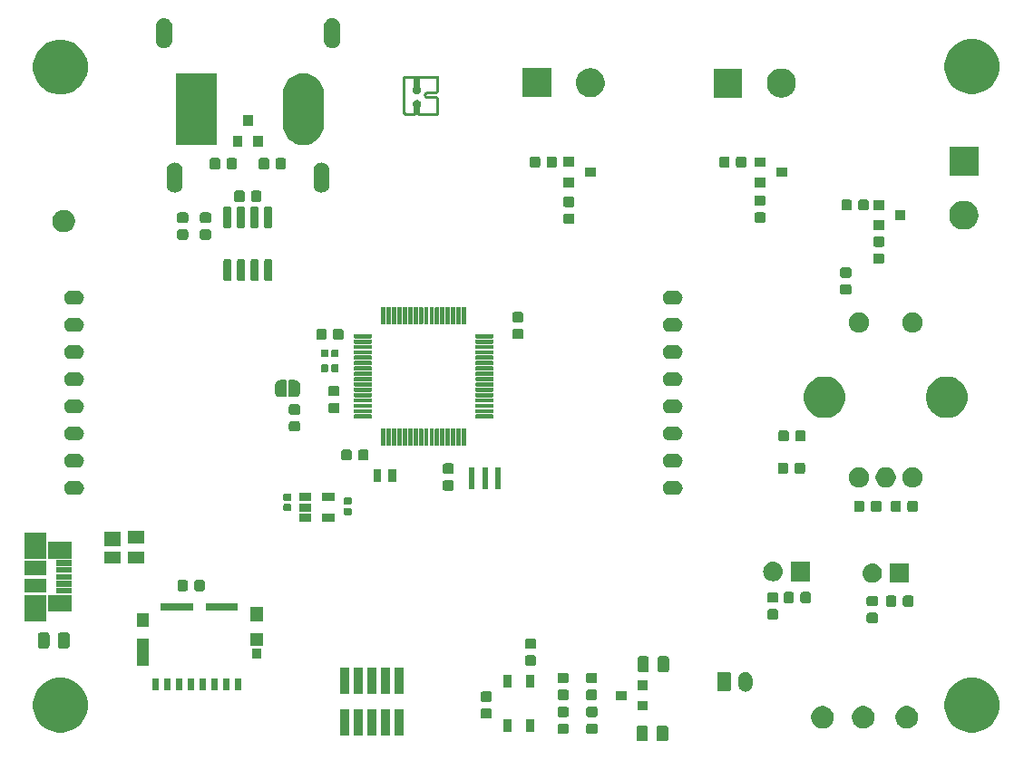
<source format=gbr>
G04 #@! TF.GenerationSoftware,KiCad,Pcbnew,5.1.4-e60b266~84~ubuntu18.04.1*
G04 #@! TF.CreationDate,2019-09-07T16:25:42+05:00*
G04 #@! TF.ProjectId,rck22,72636b32-322e-46b6-9963-61645f706362,rev?*
G04 #@! TF.SameCoordinates,Original*
G04 #@! TF.FileFunction,Soldermask,Top*
G04 #@! TF.FilePolarity,Negative*
%FSLAX46Y46*%
G04 Gerber Fmt 4.6, Leading zero omitted, Abs format (unit mm)*
G04 Created by KiCad (PCBNEW 5.1.4-e60b266~84~ubuntu18.04.1) date 2019-09-07 16:25:42*
%MOMM*%
%LPD*%
G04 APERTURE LIST*
%ADD10C,0.100000*%
G04 APERTURE END LIST*
D10*
G36*
X154315415Y-121267959D02*
G01*
X154362142Y-121282133D01*
X154405197Y-121305146D01*
X154442939Y-121336121D01*
X154473914Y-121373863D01*
X154496927Y-121416918D01*
X154511101Y-121463645D01*
X154516080Y-121514191D01*
X154516080Y-122513769D01*
X154511101Y-122564315D01*
X154496927Y-122611042D01*
X154473914Y-122654097D01*
X154442939Y-122691839D01*
X154405197Y-122722814D01*
X154362142Y-122745827D01*
X154315415Y-122760001D01*
X154264869Y-122764980D01*
X153690291Y-122764980D01*
X153639745Y-122760001D01*
X153593018Y-122745827D01*
X153549963Y-122722814D01*
X153512221Y-122691839D01*
X153481246Y-122654097D01*
X153458233Y-122611042D01*
X153444059Y-122564315D01*
X153439080Y-122513769D01*
X153439080Y-121514191D01*
X153444059Y-121463645D01*
X153458233Y-121416918D01*
X153481246Y-121373863D01*
X153512221Y-121336121D01*
X153549963Y-121305146D01*
X153593018Y-121282133D01*
X153639745Y-121267959D01*
X153690291Y-121262980D01*
X154264869Y-121262980D01*
X154315415Y-121267959D01*
X154315415Y-121267959D01*
G37*
G36*
X152440415Y-121267959D02*
G01*
X152487142Y-121282133D01*
X152530197Y-121305146D01*
X152567939Y-121336121D01*
X152598914Y-121373863D01*
X152621927Y-121416918D01*
X152636101Y-121463645D01*
X152641080Y-121514191D01*
X152641080Y-122513769D01*
X152636101Y-122564315D01*
X152621927Y-122611042D01*
X152598914Y-122654097D01*
X152567939Y-122691839D01*
X152530197Y-122722814D01*
X152487142Y-122745827D01*
X152440415Y-122760001D01*
X152389869Y-122764980D01*
X151815291Y-122764980D01*
X151764745Y-122760001D01*
X151718018Y-122745827D01*
X151674963Y-122722814D01*
X151637221Y-122691839D01*
X151606246Y-122654097D01*
X151583233Y-122611042D01*
X151569059Y-122564315D01*
X151564080Y-122513769D01*
X151564080Y-121514191D01*
X151569059Y-121463645D01*
X151583233Y-121416918D01*
X151606246Y-121373863D01*
X151637221Y-121336121D01*
X151674963Y-121305146D01*
X151718018Y-121282133D01*
X151764745Y-121267959D01*
X151815291Y-121262980D01*
X152389869Y-121262980D01*
X152440415Y-121267959D01*
X152440415Y-121267959D01*
G37*
G36*
X124769240Y-122243180D02*
G01*
X123927240Y-122243180D01*
X123927240Y-119741180D01*
X124769240Y-119741180D01*
X124769240Y-122243180D01*
X124769240Y-122243180D01*
G37*
G36*
X126039240Y-122243180D02*
G01*
X125197240Y-122243180D01*
X125197240Y-119741180D01*
X126039240Y-119741180D01*
X126039240Y-122243180D01*
X126039240Y-122243180D01*
G37*
G36*
X127309240Y-122243180D02*
G01*
X126467240Y-122243180D01*
X126467240Y-119741180D01*
X127309240Y-119741180D01*
X127309240Y-122243180D01*
X127309240Y-122243180D01*
G37*
G36*
X129849240Y-122243180D02*
G01*
X129007240Y-122243180D01*
X129007240Y-119741180D01*
X129849240Y-119741180D01*
X129849240Y-122243180D01*
X129849240Y-122243180D01*
G37*
G36*
X128579240Y-122243180D02*
G01*
X127737240Y-122243180D01*
X127737240Y-119741180D01*
X128579240Y-119741180D01*
X128579240Y-122243180D01*
X128579240Y-122243180D01*
G37*
G36*
X145056877Y-121103357D02*
G01*
X145098915Y-121116110D01*
X145137651Y-121136815D01*
X145171602Y-121164678D01*
X145199465Y-121198629D01*
X145220170Y-121237365D01*
X145232923Y-121279403D01*
X145237420Y-121325070D01*
X145237420Y-121849650D01*
X145232923Y-121895317D01*
X145220170Y-121937355D01*
X145199465Y-121976091D01*
X145171602Y-122010042D01*
X145137651Y-122037905D01*
X145098915Y-122058610D01*
X145056877Y-122071363D01*
X145011210Y-122075860D01*
X144411630Y-122075860D01*
X144365963Y-122071363D01*
X144323925Y-122058610D01*
X144285189Y-122037905D01*
X144251238Y-122010042D01*
X144223375Y-121976091D01*
X144202670Y-121937355D01*
X144189917Y-121895317D01*
X144185420Y-121849650D01*
X144185420Y-121325070D01*
X144189917Y-121279403D01*
X144202670Y-121237365D01*
X144223375Y-121198629D01*
X144251238Y-121164678D01*
X144285189Y-121136815D01*
X144323925Y-121116110D01*
X144365963Y-121103357D01*
X144411630Y-121098860D01*
X145011210Y-121098860D01*
X145056877Y-121103357D01*
X145056877Y-121103357D01*
G37*
G36*
X147746737Y-121093297D02*
G01*
X147788775Y-121106050D01*
X147827511Y-121126755D01*
X147861462Y-121154618D01*
X147889325Y-121188569D01*
X147910030Y-121227305D01*
X147922783Y-121269343D01*
X147927280Y-121315010D01*
X147927280Y-121839590D01*
X147922783Y-121885257D01*
X147910030Y-121927295D01*
X147889325Y-121966031D01*
X147861462Y-121999982D01*
X147827511Y-122027845D01*
X147788775Y-122048550D01*
X147746737Y-122061303D01*
X147701070Y-122065800D01*
X147101490Y-122065800D01*
X147055823Y-122061303D01*
X147013785Y-122048550D01*
X146975049Y-122027845D01*
X146941098Y-121999982D01*
X146913235Y-121966031D01*
X146892530Y-121927295D01*
X146879777Y-121885257D01*
X146875280Y-121839590D01*
X146875280Y-121315010D01*
X146879777Y-121269343D01*
X146892530Y-121227305D01*
X146913235Y-121188569D01*
X146941098Y-121154618D01*
X146975049Y-121126755D01*
X147013785Y-121106050D01*
X147055823Y-121093297D01*
X147101490Y-121088800D01*
X147701070Y-121088800D01*
X147746737Y-121093297D01*
X147746737Y-121093297D01*
G37*
G36*
X98534098Y-116927032D02*
G01*
X98998351Y-117119332D01*
X99416165Y-117398506D01*
X99771494Y-117753835D01*
X100050668Y-118171649D01*
X100242968Y-118635902D01*
X100341000Y-119128746D01*
X100341000Y-119631254D01*
X100242968Y-120124098D01*
X100050668Y-120588351D01*
X99771494Y-121006165D01*
X99416165Y-121361494D01*
X98998351Y-121640668D01*
X98534098Y-121832968D01*
X98041254Y-121931000D01*
X97538746Y-121931000D01*
X97045902Y-121832968D01*
X96581649Y-121640668D01*
X96163835Y-121361494D01*
X95808506Y-121006165D01*
X95529332Y-120588351D01*
X95337032Y-120124098D01*
X95239000Y-119631254D01*
X95239000Y-119128746D01*
X95337032Y-118635902D01*
X95529332Y-118171649D01*
X95808506Y-117753835D01*
X96163835Y-117398506D01*
X96581649Y-117119332D01*
X97045902Y-116927032D01*
X97538746Y-116829000D01*
X98041254Y-116829000D01*
X98534098Y-116927032D01*
X98534098Y-116927032D01*
G37*
G36*
X183624098Y-116927032D02*
G01*
X184088351Y-117119332D01*
X184506165Y-117398506D01*
X184861494Y-117753835D01*
X185140668Y-118171649D01*
X185332968Y-118635902D01*
X185431000Y-119128746D01*
X185431000Y-119631254D01*
X185332968Y-120124098D01*
X185140668Y-120588351D01*
X184861494Y-121006165D01*
X184506165Y-121361494D01*
X184088351Y-121640668D01*
X183624098Y-121832968D01*
X183131254Y-121931000D01*
X182628746Y-121931000D01*
X182135902Y-121832968D01*
X181671649Y-121640668D01*
X181253835Y-121361494D01*
X180898506Y-121006165D01*
X180619332Y-120588351D01*
X180427032Y-120124098D01*
X180329000Y-119631254D01*
X180329000Y-119128746D01*
X180427032Y-118635902D01*
X180619332Y-118171649D01*
X180898506Y-117753835D01*
X181253835Y-117398506D01*
X181671649Y-117119332D01*
X182135902Y-116927032D01*
X182628746Y-116829000D01*
X183131254Y-116829000D01*
X183624098Y-116927032D01*
X183624098Y-116927032D01*
G37*
G36*
X139902700Y-121888760D02*
G01*
X139150700Y-121888760D01*
X139150700Y-120736760D01*
X139902700Y-120736760D01*
X139902700Y-121888760D01*
X139902700Y-121888760D01*
G37*
G36*
X142052700Y-121888760D02*
G01*
X141300700Y-121888760D01*
X141300700Y-120736760D01*
X142052700Y-120736760D01*
X142052700Y-121888760D01*
X142052700Y-121888760D01*
G37*
G36*
X177090564Y-119492068D02*
G01*
X177281835Y-119571295D01*
X177427241Y-119668453D01*
X177453973Y-119686315D01*
X177600365Y-119832707D01*
X177600367Y-119832710D01*
X177715385Y-120004845D01*
X177794612Y-120196116D01*
X177835000Y-120399163D01*
X177835000Y-120606197D01*
X177794612Y-120809244D01*
X177715385Y-121000515D01*
X177645238Y-121105496D01*
X177600365Y-121172653D01*
X177453973Y-121319045D01*
X177453970Y-121319047D01*
X177281835Y-121434065D01*
X177090564Y-121513292D01*
X176887517Y-121553680D01*
X176680483Y-121553680D01*
X176477436Y-121513292D01*
X176286165Y-121434065D01*
X176114030Y-121319047D01*
X176114027Y-121319045D01*
X175967635Y-121172653D01*
X175922762Y-121105496D01*
X175852615Y-121000515D01*
X175773388Y-120809244D01*
X175733000Y-120606197D01*
X175733000Y-120399163D01*
X175773388Y-120196116D01*
X175852615Y-120004845D01*
X175967633Y-119832710D01*
X175967635Y-119832707D01*
X176114027Y-119686315D01*
X176140759Y-119668453D01*
X176286165Y-119571295D01*
X176477436Y-119492068D01*
X176680483Y-119451680D01*
X176887517Y-119451680D01*
X177090564Y-119492068D01*
X177090564Y-119492068D01*
G37*
G36*
X173026564Y-119492068D02*
G01*
X173217835Y-119571295D01*
X173363241Y-119668453D01*
X173389973Y-119686315D01*
X173536365Y-119832707D01*
X173536367Y-119832710D01*
X173651385Y-120004845D01*
X173730612Y-120196116D01*
X173771000Y-120399163D01*
X173771000Y-120606197D01*
X173730612Y-120809244D01*
X173651385Y-121000515D01*
X173581238Y-121105496D01*
X173536365Y-121172653D01*
X173389973Y-121319045D01*
X173389970Y-121319047D01*
X173217835Y-121434065D01*
X173026564Y-121513292D01*
X172823517Y-121553680D01*
X172616483Y-121553680D01*
X172413436Y-121513292D01*
X172222165Y-121434065D01*
X172050030Y-121319047D01*
X172050027Y-121319045D01*
X171903635Y-121172653D01*
X171858762Y-121105496D01*
X171788615Y-121000515D01*
X171709388Y-120809244D01*
X171669000Y-120606197D01*
X171669000Y-120399163D01*
X171709388Y-120196116D01*
X171788615Y-120004845D01*
X171903633Y-119832710D01*
X171903635Y-119832707D01*
X172050027Y-119686315D01*
X172076759Y-119668453D01*
X172222165Y-119571295D01*
X172413436Y-119492068D01*
X172616483Y-119451680D01*
X172823517Y-119451680D01*
X173026564Y-119492068D01*
X173026564Y-119492068D01*
G37*
G36*
X169236884Y-119492068D02*
G01*
X169428155Y-119571295D01*
X169573561Y-119668453D01*
X169600293Y-119686315D01*
X169746685Y-119832707D01*
X169746687Y-119832710D01*
X169861705Y-120004845D01*
X169940932Y-120196116D01*
X169981320Y-120399163D01*
X169981320Y-120606197D01*
X169940932Y-120809244D01*
X169861705Y-121000515D01*
X169791558Y-121105496D01*
X169746685Y-121172653D01*
X169600293Y-121319045D01*
X169600290Y-121319047D01*
X169428155Y-121434065D01*
X169236884Y-121513292D01*
X169033837Y-121553680D01*
X168826803Y-121553680D01*
X168623756Y-121513292D01*
X168432485Y-121434065D01*
X168260350Y-121319047D01*
X168260347Y-121319045D01*
X168113955Y-121172653D01*
X168069082Y-121105496D01*
X167998935Y-121000515D01*
X167919708Y-120809244D01*
X167879320Y-120606197D01*
X167879320Y-120399163D01*
X167919708Y-120196116D01*
X167998935Y-120004845D01*
X168113953Y-119832710D01*
X168113955Y-119832707D01*
X168260347Y-119686315D01*
X168287079Y-119668453D01*
X168432485Y-119571295D01*
X168623756Y-119492068D01*
X168826803Y-119451680D01*
X169033837Y-119451680D01*
X169236884Y-119492068D01*
X169236884Y-119492068D01*
G37*
G36*
X137899157Y-119668257D02*
G01*
X137941195Y-119681010D01*
X137979931Y-119701715D01*
X138013882Y-119729578D01*
X138041745Y-119763529D01*
X138062450Y-119802265D01*
X138075203Y-119844303D01*
X138079700Y-119889970D01*
X138079700Y-120414550D01*
X138075203Y-120460217D01*
X138062450Y-120502255D01*
X138041745Y-120540991D01*
X138013882Y-120574942D01*
X137979931Y-120602805D01*
X137941195Y-120623510D01*
X137899157Y-120636263D01*
X137853490Y-120640760D01*
X137253910Y-120640760D01*
X137208243Y-120636263D01*
X137166205Y-120623510D01*
X137127469Y-120602805D01*
X137093518Y-120574942D01*
X137065655Y-120540991D01*
X137044950Y-120502255D01*
X137032197Y-120460217D01*
X137027700Y-120414550D01*
X137027700Y-119889970D01*
X137032197Y-119844303D01*
X137044950Y-119802265D01*
X137065655Y-119763529D01*
X137093518Y-119729578D01*
X137127469Y-119701715D01*
X137166205Y-119681010D01*
X137208243Y-119668257D01*
X137253910Y-119663760D01*
X137853490Y-119663760D01*
X137899157Y-119668257D01*
X137899157Y-119668257D01*
G37*
G36*
X145056877Y-119528357D02*
G01*
X145098915Y-119541110D01*
X145137651Y-119561815D01*
X145171602Y-119589678D01*
X145199465Y-119623629D01*
X145220170Y-119662365D01*
X145232923Y-119704403D01*
X145237420Y-119750070D01*
X145237420Y-120274650D01*
X145232923Y-120320317D01*
X145220170Y-120362355D01*
X145199465Y-120401091D01*
X145171602Y-120435042D01*
X145137651Y-120462905D01*
X145098915Y-120483610D01*
X145056877Y-120496363D01*
X145011210Y-120500860D01*
X144411630Y-120500860D01*
X144365963Y-120496363D01*
X144323925Y-120483610D01*
X144285189Y-120462905D01*
X144251238Y-120435042D01*
X144223375Y-120401091D01*
X144202670Y-120362355D01*
X144189917Y-120320317D01*
X144185420Y-120274650D01*
X144185420Y-119750070D01*
X144189917Y-119704403D01*
X144202670Y-119662365D01*
X144223375Y-119623629D01*
X144251238Y-119589678D01*
X144285189Y-119561815D01*
X144323925Y-119541110D01*
X144365963Y-119528357D01*
X144411630Y-119523860D01*
X145011210Y-119523860D01*
X145056877Y-119528357D01*
X145056877Y-119528357D01*
G37*
G36*
X147746737Y-119518297D02*
G01*
X147788775Y-119531050D01*
X147827511Y-119551755D01*
X147861462Y-119579618D01*
X147889325Y-119613569D01*
X147910030Y-119652305D01*
X147922783Y-119694343D01*
X147927280Y-119740010D01*
X147927280Y-120264590D01*
X147922783Y-120310257D01*
X147910030Y-120352295D01*
X147889325Y-120391031D01*
X147861462Y-120424982D01*
X147827511Y-120452845D01*
X147788775Y-120473550D01*
X147746737Y-120486303D01*
X147701070Y-120490800D01*
X147101490Y-120490800D01*
X147055823Y-120486303D01*
X147013785Y-120473550D01*
X146975049Y-120452845D01*
X146941098Y-120424982D01*
X146913235Y-120391031D01*
X146892530Y-120352295D01*
X146879777Y-120310257D01*
X146875280Y-120264590D01*
X146875280Y-119740010D01*
X146879777Y-119694343D01*
X146892530Y-119652305D01*
X146913235Y-119613569D01*
X146941098Y-119579618D01*
X146975049Y-119551755D01*
X147013785Y-119531050D01*
X147055823Y-119518297D01*
X147101490Y-119513800D01*
X147701070Y-119513800D01*
X147746737Y-119518297D01*
X147746737Y-119518297D01*
G37*
G36*
X152646240Y-119892000D02*
G01*
X151644240Y-119892000D01*
X151644240Y-118990000D01*
X152646240Y-118990000D01*
X152646240Y-119892000D01*
X152646240Y-119892000D01*
G37*
G36*
X137899157Y-118093257D02*
G01*
X137941195Y-118106010D01*
X137979931Y-118126715D01*
X138013882Y-118154578D01*
X138041745Y-118188529D01*
X138062450Y-118227265D01*
X138075203Y-118269303D01*
X138079700Y-118314970D01*
X138079700Y-118839550D01*
X138075203Y-118885217D01*
X138062450Y-118927255D01*
X138041745Y-118965991D01*
X138013882Y-118999942D01*
X137979931Y-119027805D01*
X137941195Y-119048510D01*
X137899157Y-119061263D01*
X137853490Y-119065760D01*
X137253910Y-119065760D01*
X137208243Y-119061263D01*
X137166205Y-119048510D01*
X137127469Y-119027805D01*
X137093518Y-118999942D01*
X137065655Y-118965991D01*
X137044950Y-118927255D01*
X137032197Y-118885217D01*
X137027700Y-118839550D01*
X137027700Y-118314970D01*
X137032197Y-118269303D01*
X137044950Y-118227265D01*
X137065655Y-118188529D01*
X137093518Y-118154578D01*
X137127469Y-118126715D01*
X137166205Y-118106010D01*
X137208243Y-118093257D01*
X137253910Y-118088760D01*
X137853490Y-118088760D01*
X137899157Y-118093257D01*
X137899157Y-118093257D01*
G37*
G36*
X150646240Y-118942000D02*
G01*
X149644240Y-118942000D01*
X149644240Y-118040000D01*
X150646240Y-118040000D01*
X150646240Y-118942000D01*
X150646240Y-118942000D01*
G37*
G36*
X147723877Y-117928357D02*
G01*
X147765915Y-117941110D01*
X147804651Y-117961815D01*
X147838602Y-117989678D01*
X147866465Y-118023629D01*
X147887170Y-118062365D01*
X147899923Y-118104403D01*
X147904420Y-118150070D01*
X147904420Y-118674650D01*
X147899923Y-118720317D01*
X147887170Y-118762355D01*
X147866465Y-118801091D01*
X147838602Y-118835042D01*
X147804651Y-118862905D01*
X147765915Y-118883610D01*
X147723877Y-118896363D01*
X147678210Y-118900860D01*
X147078630Y-118900860D01*
X147032963Y-118896363D01*
X146990925Y-118883610D01*
X146952189Y-118862905D01*
X146918238Y-118835042D01*
X146890375Y-118801091D01*
X146869670Y-118762355D01*
X146856917Y-118720317D01*
X146852420Y-118674650D01*
X146852420Y-118150070D01*
X146856917Y-118104403D01*
X146869670Y-118062365D01*
X146890375Y-118023629D01*
X146918238Y-117989678D01*
X146952189Y-117961815D01*
X146990925Y-117941110D01*
X147032963Y-117928357D01*
X147078630Y-117923860D01*
X147678210Y-117923860D01*
X147723877Y-117928357D01*
X147723877Y-117928357D01*
G37*
G36*
X145056877Y-117928357D02*
G01*
X145098915Y-117941110D01*
X145137651Y-117961815D01*
X145171602Y-117989678D01*
X145199465Y-118023629D01*
X145220170Y-118062365D01*
X145232923Y-118104403D01*
X145237420Y-118150070D01*
X145237420Y-118674650D01*
X145232923Y-118720317D01*
X145220170Y-118762355D01*
X145199465Y-118801091D01*
X145171602Y-118835042D01*
X145137651Y-118862905D01*
X145098915Y-118883610D01*
X145056877Y-118896363D01*
X145011210Y-118900860D01*
X144411630Y-118900860D01*
X144365963Y-118896363D01*
X144323925Y-118883610D01*
X144285189Y-118862905D01*
X144251238Y-118835042D01*
X144223375Y-118801091D01*
X144202670Y-118762355D01*
X144189917Y-118720317D01*
X144185420Y-118674650D01*
X144185420Y-118150070D01*
X144189917Y-118104403D01*
X144202670Y-118062365D01*
X144223375Y-118023629D01*
X144251238Y-117989678D01*
X144285189Y-117961815D01*
X144323925Y-117941110D01*
X144365963Y-117928357D01*
X144411630Y-117923860D01*
X145011210Y-117923860D01*
X145056877Y-117928357D01*
X145056877Y-117928357D01*
G37*
G36*
X128579240Y-118343180D02*
G01*
X127737240Y-118343180D01*
X127737240Y-115841180D01*
X128579240Y-115841180D01*
X128579240Y-118343180D01*
X128579240Y-118343180D01*
G37*
G36*
X126039240Y-118343180D02*
G01*
X125197240Y-118343180D01*
X125197240Y-115841180D01*
X126039240Y-115841180D01*
X126039240Y-118343180D01*
X126039240Y-118343180D01*
G37*
G36*
X127309240Y-118343180D02*
G01*
X126467240Y-118343180D01*
X126467240Y-115841180D01*
X127309240Y-115841180D01*
X127309240Y-118343180D01*
X127309240Y-118343180D01*
G37*
G36*
X129849240Y-118343180D02*
G01*
X129007240Y-118343180D01*
X129007240Y-115841180D01*
X129849240Y-115841180D01*
X129849240Y-118343180D01*
X129849240Y-118343180D01*
G37*
G36*
X124769240Y-118343180D02*
G01*
X123927240Y-118343180D01*
X123927240Y-115841180D01*
X124769240Y-115841180D01*
X124769240Y-118343180D01*
X124769240Y-118343180D01*
G37*
G36*
X161834028Y-116268533D02*
G01*
X161863137Y-116271400D01*
X161985851Y-116308625D01*
X161985853Y-116308626D01*
X162098944Y-116369074D01*
X162198073Y-116450427D01*
X162279426Y-116549555D01*
X162293064Y-116575070D01*
X162339875Y-116662648D01*
X162377100Y-116785362D01*
X162377100Y-116785365D01*
X162386520Y-116881001D01*
X162386520Y-117494959D01*
X162381156Y-117549420D01*
X162377100Y-117590598D01*
X162357714Y-117654504D01*
X162339874Y-117713314D01*
X162279426Y-117826405D01*
X162198073Y-117925533D01*
X162098945Y-118006886D01*
X162034691Y-118041230D01*
X161985852Y-118067335D01*
X161863138Y-118104560D01*
X161834790Y-118107352D01*
X161735520Y-118117130D01*
X161636251Y-118107352D01*
X161607903Y-118104560D01*
X161485189Y-118067335D01*
X161436350Y-118041230D01*
X161372096Y-118006886D01*
X161272967Y-117925533D01*
X161191614Y-117826405D01*
X161131166Y-117713314D01*
X161113326Y-117654504D01*
X161093940Y-117590598D01*
X161089884Y-117549420D01*
X161084520Y-117494959D01*
X161084520Y-116881002D01*
X161093940Y-116785366D01*
X161093940Y-116785363D01*
X161131165Y-116662649D01*
X161168334Y-116593110D01*
X161191614Y-116549556D01*
X161272967Y-116450427D01*
X161372095Y-116369074D01*
X161485186Y-116308626D01*
X161485188Y-116308625D01*
X161607902Y-116271400D01*
X161637011Y-116268533D01*
X161735520Y-116258830D01*
X161834028Y-116268533D01*
X161834028Y-116268533D01*
G37*
G36*
X160186928Y-116266932D02*
G01*
X160233405Y-116281031D01*
X160276230Y-116303921D01*
X160313770Y-116334730D01*
X160344579Y-116372270D01*
X160367469Y-116415095D01*
X160381568Y-116461572D01*
X160386520Y-116511856D01*
X160386520Y-117864104D01*
X160381568Y-117914388D01*
X160367469Y-117960865D01*
X160344579Y-118003690D01*
X160313770Y-118041230D01*
X160276230Y-118072039D01*
X160233405Y-118094929D01*
X160186928Y-118109028D01*
X160136644Y-118113980D01*
X159334396Y-118113980D01*
X159284112Y-118109028D01*
X159237635Y-118094929D01*
X159194810Y-118072039D01*
X159157270Y-118041230D01*
X159126461Y-118003690D01*
X159103571Y-117960865D01*
X159089472Y-117914388D01*
X159084520Y-117864104D01*
X159084520Y-116511856D01*
X159089472Y-116461572D01*
X159103571Y-116415095D01*
X159126461Y-116372270D01*
X159157270Y-116334730D01*
X159194810Y-116303921D01*
X159237635Y-116281031D01*
X159284112Y-116266932D01*
X159334396Y-116261980D01*
X160136644Y-116261980D01*
X160186928Y-116266932D01*
X160186928Y-116266932D01*
G37*
G36*
X152646240Y-117992000D02*
G01*
X151644240Y-117992000D01*
X151644240Y-117090000D01*
X152646240Y-117090000D01*
X152646240Y-117992000D01*
X152646240Y-117992000D01*
G37*
G36*
X114657000Y-117985000D02*
G01*
X114055000Y-117985000D01*
X114055000Y-116883000D01*
X114657000Y-116883000D01*
X114657000Y-117985000D01*
X114657000Y-117985000D01*
G37*
G36*
X113557000Y-117985000D02*
G01*
X112955000Y-117985000D01*
X112955000Y-116883000D01*
X113557000Y-116883000D01*
X113557000Y-117985000D01*
X113557000Y-117985000D01*
G37*
G36*
X112457000Y-117985000D02*
G01*
X111855000Y-117985000D01*
X111855000Y-116883000D01*
X112457000Y-116883000D01*
X112457000Y-117985000D01*
X112457000Y-117985000D01*
G37*
G36*
X111357000Y-117985000D02*
G01*
X110755000Y-117985000D01*
X110755000Y-116883000D01*
X111357000Y-116883000D01*
X111357000Y-117985000D01*
X111357000Y-117985000D01*
G37*
G36*
X110257000Y-117985000D02*
G01*
X109655000Y-117985000D01*
X109655000Y-116883000D01*
X110257000Y-116883000D01*
X110257000Y-117985000D01*
X110257000Y-117985000D01*
G37*
G36*
X109157000Y-117985000D02*
G01*
X108555000Y-117985000D01*
X108555000Y-116883000D01*
X109157000Y-116883000D01*
X109157000Y-117985000D01*
X109157000Y-117985000D01*
G37*
G36*
X108057000Y-117985000D02*
G01*
X107455000Y-117985000D01*
X107455000Y-116883000D01*
X108057000Y-116883000D01*
X108057000Y-117985000D01*
X108057000Y-117985000D01*
G37*
G36*
X106957000Y-117985000D02*
G01*
X106355000Y-117985000D01*
X106355000Y-116883000D01*
X106957000Y-116883000D01*
X106957000Y-117985000D01*
X106957000Y-117985000D01*
G37*
G36*
X142052700Y-117738760D02*
G01*
X141300700Y-117738760D01*
X141300700Y-116586760D01*
X142052700Y-116586760D01*
X142052700Y-117738760D01*
X142052700Y-117738760D01*
G37*
G36*
X139902700Y-117738760D02*
G01*
X139150700Y-117738760D01*
X139150700Y-116586760D01*
X139902700Y-116586760D01*
X139902700Y-117738760D01*
X139902700Y-117738760D01*
G37*
G36*
X145056877Y-116353357D02*
G01*
X145098915Y-116366110D01*
X145137651Y-116386815D01*
X145171602Y-116414678D01*
X145199465Y-116448629D01*
X145220170Y-116487365D01*
X145232923Y-116529403D01*
X145237420Y-116575070D01*
X145237420Y-117099650D01*
X145232923Y-117145317D01*
X145220170Y-117187355D01*
X145199465Y-117226091D01*
X145171602Y-117260042D01*
X145137651Y-117287905D01*
X145098915Y-117308610D01*
X145056877Y-117321363D01*
X145011210Y-117325860D01*
X144411630Y-117325860D01*
X144365963Y-117321363D01*
X144323925Y-117308610D01*
X144285189Y-117287905D01*
X144251238Y-117260042D01*
X144223375Y-117226091D01*
X144202670Y-117187355D01*
X144189917Y-117145317D01*
X144185420Y-117099650D01*
X144185420Y-116575070D01*
X144189917Y-116529403D01*
X144202670Y-116487365D01*
X144223375Y-116448629D01*
X144251238Y-116414678D01*
X144285189Y-116386815D01*
X144323925Y-116366110D01*
X144365963Y-116353357D01*
X144411630Y-116348860D01*
X145011210Y-116348860D01*
X145056877Y-116353357D01*
X145056877Y-116353357D01*
G37*
G36*
X147723877Y-116353357D02*
G01*
X147765915Y-116366110D01*
X147804651Y-116386815D01*
X147838602Y-116414678D01*
X147866465Y-116448629D01*
X147887170Y-116487365D01*
X147899923Y-116529403D01*
X147904420Y-116575070D01*
X147904420Y-117099650D01*
X147899923Y-117145317D01*
X147887170Y-117187355D01*
X147866465Y-117226091D01*
X147838602Y-117260042D01*
X147804651Y-117287905D01*
X147765915Y-117308610D01*
X147723877Y-117321363D01*
X147678210Y-117325860D01*
X147078630Y-117325860D01*
X147032963Y-117321363D01*
X146990925Y-117308610D01*
X146952189Y-117287905D01*
X146918238Y-117260042D01*
X146890375Y-117226091D01*
X146869670Y-117187355D01*
X146856917Y-117145317D01*
X146852420Y-117099650D01*
X146852420Y-116575070D01*
X146856917Y-116529403D01*
X146869670Y-116487365D01*
X146890375Y-116448629D01*
X146918238Y-116414678D01*
X146952189Y-116386815D01*
X146990925Y-116366110D01*
X147032963Y-116353357D01*
X147078630Y-116348860D01*
X147678210Y-116348860D01*
X147723877Y-116353357D01*
X147723877Y-116353357D01*
G37*
G36*
X154404315Y-114808739D02*
G01*
X154451042Y-114822913D01*
X154494097Y-114845926D01*
X154531839Y-114876901D01*
X154562814Y-114914643D01*
X154585827Y-114957698D01*
X154600001Y-115004425D01*
X154604980Y-115054971D01*
X154604980Y-116054549D01*
X154600001Y-116105095D01*
X154585827Y-116151822D01*
X154562814Y-116194877D01*
X154531839Y-116232619D01*
X154494097Y-116263594D01*
X154451042Y-116286607D01*
X154404315Y-116300781D01*
X154353769Y-116305760D01*
X153779191Y-116305760D01*
X153728645Y-116300781D01*
X153681918Y-116286607D01*
X153638863Y-116263594D01*
X153601121Y-116232619D01*
X153570146Y-116194877D01*
X153547133Y-116151822D01*
X153532959Y-116105095D01*
X153527980Y-116054549D01*
X153527980Y-115054971D01*
X153532959Y-115004425D01*
X153547133Y-114957698D01*
X153570146Y-114914643D01*
X153601121Y-114876901D01*
X153638863Y-114845926D01*
X153681918Y-114822913D01*
X153728645Y-114808739D01*
X153779191Y-114803760D01*
X154353769Y-114803760D01*
X154404315Y-114808739D01*
X154404315Y-114808739D01*
G37*
G36*
X152529315Y-114808739D02*
G01*
X152576042Y-114822913D01*
X152619097Y-114845926D01*
X152656839Y-114876901D01*
X152687814Y-114914643D01*
X152710827Y-114957698D01*
X152725001Y-115004425D01*
X152729980Y-115054971D01*
X152729980Y-116054549D01*
X152725001Y-116105095D01*
X152710827Y-116151822D01*
X152687814Y-116194877D01*
X152656839Y-116232619D01*
X152619097Y-116263594D01*
X152576042Y-116286607D01*
X152529315Y-116300781D01*
X152478769Y-116305760D01*
X151904191Y-116305760D01*
X151853645Y-116300781D01*
X151806918Y-116286607D01*
X151763863Y-116263594D01*
X151726121Y-116232619D01*
X151695146Y-116194877D01*
X151672133Y-116151822D01*
X151657959Y-116105095D01*
X151652980Y-116054549D01*
X151652980Y-115054971D01*
X151657959Y-115004425D01*
X151672133Y-114957698D01*
X151695146Y-114914643D01*
X151726121Y-114876901D01*
X151763863Y-114845926D01*
X151806918Y-114822913D01*
X151853645Y-114808739D01*
X151904191Y-114803760D01*
X152478769Y-114803760D01*
X152529315Y-114808739D01*
X152529315Y-114808739D01*
G37*
G36*
X142021577Y-114720337D02*
G01*
X142063615Y-114733090D01*
X142102351Y-114753795D01*
X142136302Y-114781658D01*
X142164165Y-114815609D01*
X142184870Y-114854345D01*
X142197623Y-114896383D01*
X142202120Y-114942050D01*
X142202120Y-115466630D01*
X142197623Y-115512297D01*
X142184870Y-115554335D01*
X142164165Y-115593071D01*
X142136302Y-115627022D01*
X142102351Y-115654885D01*
X142063615Y-115675590D01*
X142021577Y-115688343D01*
X141975910Y-115692840D01*
X141376330Y-115692840D01*
X141330663Y-115688343D01*
X141288625Y-115675590D01*
X141249889Y-115654885D01*
X141215938Y-115627022D01*
X141188075Y-115593071D01*
X141167370Y-115554335D01*
X141154617Y-115512297D01*
X141150120Y-115466630D01*
X141150120Y-114942050D01*
X141154617Y-114896383D01*
X141167370Y-114854345D01*
X141188075Y-114815609D01*
X141215938Y-114781658D01*
X141249889Y-114753795D01*
X141288625Y-114733090D01*
X141330663Y-114720337D01*
X141376330Y-114715840D01*
X141975910Y-114715840D01*
X142021577Y-114720337D01*
X142021577Y-114720337D01*
G37*
G36*
X106057000Y-115670000D02*
G01*
X104905000Y-115670000D01*
X104905000Y-113178000D01*
X106057000Y-113178000D01*
X106057000Y-115670000D01*
X106057000Y-115670000D01*
G37*
G36*
X116507000Y-114990000D02*
G01*
X115685000Y-114990000D01*
X115685000Y-114108000D01*
X116507000Y-114108000D01*
X116507000Y-114990000D01*
X116507000Y-114990000D01*
G37*
G36*
X142021577Y-113145337D02*
G01*
X142063615Y-113158090D01*
X142102351Y-113178795D01*
X142136302Y-113206658D01*
X142164165Y-113240609D01*
X142184870Y-113279345D01*
X142197623Y-113321383D01*
X142202120Y-113367050D01*
X142202120Y-113891630D01*
X142197623Y-113937297D01*
X142184870Y-113979335D01*
X142164165Y-114018071D01*
X142136302Y-114052022D01*
X142102351Y-114079885D01*
X142063615Y-114100590D01*
X142021577Y-114113343D01*
X141975910Y-114117840D01*
X141376330Y-114117840D01*
X141330663Y-114113343D01*
X141288625Y-114100590D01*
X141249889Y-114079885D01*
X141215938Y-114052022D01*
X141188075Y-114018071D01*
X141167370Y-113979335D01*
X141154617Y-113937297D01*
X141150120Y-113891630D01*
X141150120Y-113367050D01*
X141154617Y-113321383D01*
X141167370Y-113279345D01*
X141188075Y-113240609D01*
X141215938Y-113206658D01*
X141249889Y-113178795D01*
X141288625Y-113158090D01*
X141330663Y-113145337D01*
X141376330Y-113140840D01*
X141975910Y-113140840D01*
X142021577Y-113145337D01*
X142021577Y-113145337D01*
G37*
G36*
X96568035Y-112581159D02*
G01*
X96614762Y-112595333D01*
X96657817Y-112618346D01*
X96695559Y-112649321D01*
X96726534Y-112687063D01*
X96749547Y-112730118D01*
X96763721Y-112776845D01*
X96768700Y-112827391D01*
X96768700Y-113826969D01*
X96763721Y-113877515D01*
X96749547Y-113924242D01*
X96726534Y-113967297D01*
X96695559Y-114005039D01*
X96657817Y-114036014D01*
X96614762Y-114059027D01*
X96568035Y-114073201D01*
X96517489Y-114078180D01*
X95942911Y-114078180D01*
X95892365Y-114073201D01*
X95845638Y-114059027D01*
X95802583Y-114036014D01*
X95764841Y-114005039D01*
X95733866Y-113967297D01*
X95710853Y-113924242D01*
X95696679Y-113877515D01*
X95691700Y-113826969D01*
X95691700Y-112827391D01*
X95696679Y-112776845D01*
X95710853Y-112730118D01*
X95733866Y-112687063D01*
X95764841Y-112649321D01*
X95802583Y-112618346D01*
X95845638Y-112595333D01*
X95892365Y-112581159D01*
X95942911Y-112576180D01*
X96517489Y-112576180D01*
X96568035Y-112581159D01*
X96568035Y-112581159D01*
G37*
G36*
X98443035Y-112581159D02*
G01*
X98489762Y-112595333D01*
X98532817Y-112618346D01*
X98570559Y-112649321D01*
X98601534Y-112687063D01*
X98624547Y-112730118D01*
X98638721Y-112776845D01*
X98643700Y-112827391D01*
X98643700Y-113826969D01*
X98638721Y-113877515D01*
X98624547Y-113924242D01*
X98601534Y-113967297D01*
X98570559Y-114005039D01*
X98532817Y-114036014D01*
X98489762Y-114059027D01*
X98443035Y-114073201D01*
X98392489Y-114078180D01*
X97817911Y-114078180D01*
X97767365Y-114073201D01*
X97720638Y-114059027D01*
X97677583Y-114036014D01*
X97639841Y-114005039D01*
X97608866Y-113967297D01*
X97585853Y-113924242D01*
X97571679Y-113877515D01*
X97566700Y-113826969D01*
X97566700Y-112827391D01*
X97571679Y-112776845D01*
X97585853Y-112730118D01*
X97608866Y-112687063D01*
X97639841Y-112649321D01*
X97677583Y-112618346D01*
X97720638Y-112595333D01*
X97767365Y-112581159D01*
X97817911Y-112576180D01*
X98392489Y-112576180D01*
X98443035Y-112581159D01*
X98443035Y-112581159D01*
G37*
G36*
X116672000Y-113870000D02*
G01*
X115520000Y-113870000D01*
X115520000Y-112688000D01*
X116672000Y-112688000D01*
X116672000Y-113870000D01*
X116672000Y-113870000D01*
G37*
G36*
X106057000Y-112095000D02*
G01*
X104905000Y-112095000D01*
X104905000Y-110793000D01*
X106057000Y-110793000D01*
X106057000Y-112095000D01*
X106057000Y-112095000D01*
G37*
G36*
X173918897Y-110742697D02*
G01*
X173960935Y-110755450D01*
X173999671Y-110776155D01*
X174033622Y-110804018D01*
X174061485Y-110837969D01*
X174082190Y-110876705D01*
X174094943Y-110918743D01*
X174099440Y-110964410D01*
X174099440Y-111488990D01*
X174094943Y-111534657D01*
X174082190Y-111576695D01*
X174061485Y-111615431D01*
X174033622Y-111649382D01*
X173999671Y-111677245D01*
X173960935Y-111697950D01*
X173918897Y-111710703D01*
X173873230Y-111715200D01*
X173273650Y-111715200D01*
X173227983Y-111710703D01*
X173185945Y-111697950D01*
X173147209Y-111677245D01*
X173113258Y-111649382D01*
X173085395Y-111615431D01*
X173064690Y-111576695D01*
X173051937Y-111534657D01*
X173047440Y-111488990D01*
X173047440Y-110964410D01*
X173051937Y-110918743D01*
X173064690Y-110876705D01*
X173085395Y-110837969D01*
X173113258Y-110804018D01*
X173147209Y-110776155D01*
X173185945Y-110755450D01*
X173227983Y-110742697D01*
X173273650Y-110738200D01*
X173873230Y-110738200D01*
X173918897Y-110742697D01*
X173918897Y-110742697D01*
G37*
G36*
X96481020Y-111544020D02*
G01*
X94479020Y-111544020D01*
X94479020Y-109067020D01*
X96481020Y-109067020D01*
X96481020Y-111544020D01*
X96481020Y-111544020D01*
G37*
G36*
X116672000Y-111525000D02*
G01*
X115520000Y-111525000D01*
X115520000Y-110223000D01*
X116672000Y-110223000D01*
X116672000Y-111525000D01*
X116672000Y-111525000D01*
G37*
G36*
X164630117Y-110409957D02*
G01*
X164672155Y-110422710D01*
X164710891Y-110443415D01*
X164744842Y-110471278D01*
X164772705Y-110505229D01*
X164793410Y-110543965D01*
X164806163Y-110586003D01*
X164810660Y-110631670D01*
X164810660Y-111156250D01*
X164806163Y-111201917D01*
X164793410Y-111243955D01*
X164772705Y-111282691D01*
X164744842Y-111316642D01*
X164710891Y-111344505D01*
X164672155Y-111365210D01*
X164630117Y-111377963D01*
X164584450Y-111382460D01*
X163984870Y-111382460D01*
X163939203Y-111377963D01*
X163897165Y-111365210D01*
X163858429Y-111344505D01*
X163824478Y-111316642D01*
X163796615Y-111282691D01*
X163775910Y-111243955D01*
X163763157Y-111201917D01*
X163758660Y-111156250D01*
X163758660Y-110631670D01*
X163763157Y-110586003D01*
X163775910Y-110543965D01*
X163796615Y-110505229D01*
X163824478Y-110471278D01*
X163858429Y-110443415D01*
X163897165Y-110422710D01*
X163939203Y-110409957D01*
X163984870Y-110405460D01*
X164584450Y-110405460D01*
X164630117Y-110409957D01*
X164630117Y-110409957D01*
G37*
G36*
X98881020Y-110646520D02*
G01*
X96679020Y-110646520D01*
X96679020Y-109069520D01*
X98881020Y-109069520D01*
X98881020Y-110646520D01*
X98881020Y-110646520D01*
G37*
G36*
X114357000Y-110525000D02*
G01*
X111345000Y-110525000D01*
X111345000Y-109873000D01*
X114357000Y-109873000D01*
X114357000Y-110525000D01*
X114357000Y-110525000D01*
G37*
G36*
X110167000Y-110525000D02*
G01*
X107155000Y-110525000D01*
X107155000Y-109873000D01*
X110167000Y-109873000D01*
X110167000Y-110525000D01*
X110167000Y-110525000D01*
G37*
G36*
X175656857Y-109130297D02*
G01*
X175698895Y-109143050D01*
X175737631Y-109163755D01*
X175771582Y-109191618D01*
X175799445Y-109225569D01*
X175820150Y-109264305D01*
X175832903Y-109306343D01*
X175837400Y-109352010D01*
X175837400Y-109951590D01*
X175832903Y-109997257D01*
X175820150Y-110039295D01*
X175799445Y-110078031D01*
X175771582Y-110111982D01*
X175737631Y-110139845D01*
X175698895Y-110160550D01*
X175656857Y-110173303D01*
X175611190Y-110177800D01*
X175086610Y-110177800D01*
X175040943Y-110173303D01*
X174998905Y-110160550D01*
X174960169Y-110139845D01*
X174926218Y-110111982D01*
X174898355Y-110078031D01*
X174877650Y-110039295D01*
X174864897Y-109997257D01*
X174860400Y-109951590D01*
X174860400Y-109352010D01*
X174864897Y-109306343D01*
X174877650Y-109264305D01*
X174898355Y-109225569D01*
X174926218Y-109191618D01*
X174960169Y-109163755D01*
X174998905Y-109143050D01*
X175040943Y-109130297D01*
X175086610Y-109125800D01*
X175611190Y-109125800D01*
X175656857Y-109130297D01*
X175656857Y-109130297D01*
G37*
G36*
X177231857Y-109130297D02*
G01*
X177273895Y-109143050D01*
X177312631Y-109163755D01*
X177346582Y-109191618D01*
X177374445Y-109225569D01*
X177395150Y-109264305D01*
X177407903Y-109306343D01*
X177412400Y-109352010D01*
X177412400Y-109951590D01*
X177407903Y-109997257D01*
X177395150Y-110039295D01*
X177374445Y-110078031D01*
X177346582Y-110111982D01*
X177312631Y-110139845D01*
X177273895Y-110160550D01*
X177231857Y-110173303D01*
X177186190Y-110177800D01*
X176661610Y-110177800D01*
X176615943Y-110173303D01*
X176573905Y-110160550D01*
X176535169Y-110139845D01*
X176501218Y-110111982D01*
X176473355Y-110078031D01*
X176452650Y-110039295D01*
X176439897Y-109997257D01*
X176435400Y-109951590D01*
X176435400Y-109352010D01*
X176439897Y-109306343D01*
X176452650Y-109264305D01*
X176473355Y-109225569D01*
X176501218Y-109191618D01*
X176535169Y-109163755D01*
X176573905Y-109143050D01*
X176615943Y-109130297D01*
X176661610Y-109125800D01*
X177186190Y-109125800D01*
X177231857Y-109130297D01*
X177231857Y-109130297D01*
G37*
G36*
X173918897Y-109167697D02*
G01*
X173960935Y-109180450D01*
X173999671Y-109201155D01*
X174033622Y-109229018D01*
X174061485Y-109262969D01*
X174082190Y-109301705D01*
X174094943Y-109343743D01*
X174099440Y-109389410D01*
X174099440Y-109913990D01*
X174094943Y-109959657D01*
X174082190Y-110001695D01*
X174061485Y-110040431D01*
X174033622Y-110074382D01*
X173999671Y-110102245D01*
X173960935Y-110122950D01*
X173918897Y-110135703D01*
X173873230Y-110140200D01*
X173273650Y-110140200D01*
X173227983Y-110135703D01*
X173185945Y-110122950D01*
X173147209Y-110102245D01*
X173113258Y-110074382D01*
X173085395Y-110040431D01*
X173064690Y-110001695D01*
X173051937Y-109959657D01*
X173047440Y-109913990D01*
X173047440Y-109389410D01*
X173051937Y-109343743D01*
X173064690Y-109301705D01*
X173085395Y-109262969D01*
X173113258Y-109229018D01*
X173147209Y-109201155D01*
X173185945Y-109180450D01*
X173227983Y-109167697D01*
X173273650Y-109163200D01*
X173873230Y-109163200D01*
X173918897Y-109167697D01*
X173918897Y-109167697D01*
G37*
G36*
X167658497Y-108797557D02*
G01*
X167700535Y-108810310D01*
X167739271Y-108831015D01*
X167773222Y-108858878D01*
X167801085Y-108892829D01*
X167821790Y-108931565D01*
X167834543Y-108973603D01*
X167839040Y-109019270D01*
X167839040Y-109618850D01*
X167834543Y-109664517D01*
X167821790Y-109706555D01*
X167801085Y-109745291D01*
X167773222Y-109779242D01*
X167739271Y-109807105D01*
X167700535Y-109827810D01*
X167658497Y-109840563D01*
X167612830Y-109845060D01*
X167088250Y-109845060D01*
X167042583Y-109840563D01*
X167000545Y-109827810D01*
X166961809Y-109807105D01*
X166927858Y-109779242D01*
X166899995Y-109745291D01*
X166879290Y-109706555D01*
X166866537Y-109664517D01*
X166862040Y-109618850D01*
X166862040Y-109019270D01*
X166866537Y-108973603D01*
X166879290Y-108931565D01*
X166899995Y-108892829D01*
X166927858Y-108858878D01*
X166961809Y-108831015D01*
X167000545Y-108810310D01*
X167042583Y-108797557D01*
X167088250Y-108793060D01*
X167612830Y-108793060D01*
X167658497Y-108797557D01*
X167658497Y-108797557D01*
G37*
G36*
X166083497Y-108797557D02*
G01*
X166125535Y-108810310D01*
X166164271Y-108831015D01*
X166198222Y-108858878D01*
X166226085Y-108892829D01*
X166246790Y-108931565D01*
X166259543Y-108973603D01*
X166264040Y-109019270D01*
X166264040Y-109618850D01*
X166259543Y-109664517D01*
X166246790Y-109706555D01*
X166226085Y-109745291D01*
X166198222Y-109779242D01*
X166164271Y-109807105D01*
X166125535Y-109827810D01*
X166083497Y-109840563D01*
X166037830Y-109845060D01*
X165513250Y-109845060D01*
X165467583Y-109840563D01*
X165425545Y-109827810D01*
X165386809Y-109807105D01*
X165352858Y-109779242D01*
X165324995Y-109745291D01*
X165304290Y-109706555D01*
X165291537Y-109664517D01*
X165287040Y-109618850D01*
X165287040Y-109019270D01*
X165291537Y-108973603D01*
X165304290Y-108931565D01*
X165324995Y-108892829D01*
X165352858Y-108858878D01*
X165386809Y-108831015D01*
X165425545Y-108810310D01*
X165467583Y-108797557D01*
X165513250Y-108793060D01*
X166037830Y-108793060D01*
X166083497Y-108797557D01*
X166083497Y-108797557D01*
G37*
G36*
X164630117Y-108834957D02*
G01*
X164672155Y-108847710D01*
X164710891Y-108868415D01*
X164744842Y-108896278D01*
X164772705Y-108930229D01*
X164793410Y-108968965D01*
X164806163Y-109011003D01*
X164810660Y-109056670D01*
X164810660Y-109581250D01*
X164806163Y-109626917D01*
X164793410Y-109668955D01*
X164772705Y-109707691D01*
X164744842Y-109741642D01*
X164710891Y-109769505D01*
X164672155Y-109790210D01*
X164630117Y-109802963D01*
X164584450Y-109807460D01*
X163984870Y-109807460D01*
X163939203Y-109802963D01*
X163897165Y-109790210D01*
X163858429Y-109769505D01*
X163824478Y-109741642D01*
X163796615Y-109707691D01*
X163775910Y-109668955D01*
X163763157Y-109626917D01*
X163758660Y-109581250D01*
X163758660Y-109056670D01*
X163763157Y-109011003D01*
X163775910Y-108968965D01*
X163796615Y-108930229D01*
X163824478Y-108896278D01*
X163858429Y-108868415D01*
X163897165Y-108847710D01*
X163939203Y-108834957D01*
X163984870Y-108830460D01*
X164584450Y-108830460D01*
X164630117Y-108834957D01*
X164630117Y-108834957D01*
G37*
G36*
X98881020Y-108971520D02*
G01*
X97399020Y-108971520D01*
X97399020Y-108419520D01*
X98881020Y-108419520D01*
X98881020Y-108971520D01*
X98881020Y-108971520D01*
G37*
G36*
X96481020Y-108874020D02*
G01*
X94479020Y-108874020D01*
X94479020Y-107597020D01*
X96481020Y-107597020D01*
X96481020Y-108874020D01*
X96481020Y-108874020D01*
G37*
G36*
X109502457Y-107682497D02*
G01*
X109544495Y-107695250D01*
X109583231Y-107715955D01*
X109617182Y-107743818D01*
X109645045Y-107777769D01*
X109665750Y-107816505D01*
X109678503Y-107858543D01*
X109683000Y-107904210D01*
X109683000Y-108503790D01*
X109678503Y-108549457D01*
X109665750Y-108591495D01*
X109645045Y-108630231D01*
X109617182Y-108664182D01*
X109583231Y-108692045D01*
X109544495Y-108712750D01*
X109502457Y-108725503D01*
X109456790Y-108730000D01*
X108932210Y-108730000D01*
X108886543Y-108725503D01*
X108844505Y-108712750D01*
X108805769Y-108692045D01*
X108771818Y-108664182D01*
X108743955Y-108630231D01*
X108723250Y-108591495D01*
X108710497Y-108549457D01*
X108706000Y-108503790D01*
X108706000Y-107904210D01*
X108710497Y-107858543D01*
X108723250Y-107816505D01*
X108743955Y-107777769D01*
X108771818Y-107743818D01*
X108805769Y-107715955D01*
X108844505Y-107695250D01*
X108886543Y-107682497D01*
X108932210Y-107678000D01*
X109456790Y-107678000D01*
X109502457Y-107682497D01*
X109502457Y-107682497D01*
G37*
G36*
X111077457Y-107682497D02*
G01*
X111119495Y-107695250D01*
X111158231Y-107715955D01*
X111192182Y-107743818D01*
X111220045Y-107777769D01*
X111240750Y-107816505D01*
X111253503Y-107858543D01*
X111258000Y-107904210D01*
X111258000Y-108503790D01*
X111253503Y-108549457D01*
X111240750Y-108591495D01*
X111220045Y-108630231D01*
X111192182Y-108664182D01*
X111158231Y-108692045D01*
X111119495Y-108712750D01*
X111077457Y-108725503D01*
X111031790Y-108730000D01*
X110507210Y-108730000D01*
X110461543Y-108725503D01*
X110419505Y-108712750D01*
X110380769Y-108692045D01*
X110346818Y-108664182D01*
X110318955Y-108630231D01*
X110298250Y-108591495D01*
X110285497Y-108549457D01*
X110281000Y-108503790D01*
X110281000Y-107904210D01*
X110285497Y-107858543D01*
X110298250Y-107816505D01*
X110318955Y-107777769D01*
X110346818Y-107743818D01*
X110380769Y-107715955D01*
X110419505Y-107695250D01*
X110461543Y-107682497D01*
X110507210Y-107678000D01*
X111031790Y-107678000D01*
X111077457Y-107682497D01*
X111077457Y-107682497D01*
G37*
G36*
X98881020Y-108321520D02*
G01*
X97399020Y-108321520D01*
X97399020Y-107769520D01*
X98881020Y-107769520D01*
X98881020Y-108321520D01*
X98881020Y-108321520D01*
G37*
G36*
X177014440Y-107936600D02*
G01*
X175212440Y-107936600D01*
X175212440Y-106134600D01*
X177014440Y-106134600D01*
X177014440Y-107936600D01*
X177014440Y-107936600D01*
G37*
G36*
X173710356Y-106143726D02*
G01*
X173750067Y-106147637D01*
X173919906Y-106199157D01*
X173919908Y-106199158D01*
X174076430Y-106282820D01*
X174213625Y-106395415D01*
X174326220Y-106532610D01*
X174409882Y-106689132D01*
X174409883Y-106689134D01*
X174461403Y-106858973D01*
X174461403Y-106858976D01*
X174478800Y-107035600D01*
X174470534Y-107119520D01*
X174461403Y-107212227D01*
X174453030Y-107239828D01*
X174409882Y-107382068D01*
X174326220Y-107538590D01*
X174213625Y-107675785D01*
X174076430Y-107788380D01*
X173945163Y-107858543D01*
X173919906Y-107872043D01*
X173750067Y-107923563D01*
X173710356Y-107927474D01*
X173617705Y-107936600D01*
X173529175Y-107936600D01*
X173436524Y-107927474D01*
X173396813Y-107923563D01*
X173226974Y-107872043D01*
X173201717Y-107858543D01*
X173070450Y-107788380D01*
X172933255Y-107675785D01*
X172820660Y-107538590D01*
X172736998Y-107382068D01*
X172693850Y-107239828D01*
X172685477Y-107212227D01*
X172676346Y-107119520D01*
X172668080Y-107035600D01*
X172685477Y-106858976D01*
X172685477Y-106858973D01*
X172736997Y-106689134D01*
X172736998Y-106689132D01*
X172820660Y-106532610D01*
X172933255Y-106395415D01*
X173070450Y-106282820D01*
X173226972Y-106199158D01*
X173226974Y-106199157D01*
X173396813Y-106147637D01*
X173436524Y-106143726D01*
X173529175Y-106134600D01*
X173617705Y-106134600D01*
X173710356Y-106143726D01*
X173710356Y-106143726D01*
G37*
G36*
X167743440Y-107794360D02*
G01*
X165941440Y-107794360D01*
X165941440Y-105992360D01*
X167743440Y-105992360D01*
X167743440Y-107794360D01*
X167743440Y-107794360D01*
G37*
G36*
X164439356Y-106001486D02*
G01*
X164479067Y-106005397D01*
X164648906Y-106056917D01*
X164648908Y-106056918D01*
X164805430Y-106140580D01*
X164942625Y-106253175D01*
X165055220Y-106390370D01*
X165131248Y-106532610D01*
X165138883Y-106546894D01*
X165190403Y-106716733D01*
X165190403Y-106716736D01*
X165207800Y-106893360D01*
X165195177Y-107021520D01*
X165190403Y-107069987D01*
X165147255Y-107212227D01*
X165138882Y-107239828D01*
X165055220Y-107396350D01*
X164942625Y-107533545D01*
X164805430Y-107646140D01*
X164674814Y-107715955D01*
X164648906Y-107729803D01*
X164479067Y-107781323D01*
X164439356Y-107785234D01*
X164346705Y-107794360D01*
X164258175Y-107794360D01*
X164165524Y-107785234D01*
X164125813Y-107781323D01*
X163955974Y-107729803D01*
X163930066Y-107715955D01*
X163799450Y-107646140D01*
X163662255Y-107533545D01*
X163549660Y-107396350D01*
X163465998Y-107239828D01*
X163457625Y-107212227D01*
X163414477Y-107069987D01*
X163409703Y-107021520D01*
X163397080Y-106893360D01*
X163414477Y-106716736D01*
X163414477Y-106716733D01*
X163465997Y-106546894D01*
X163473632Y-106532610D01*
X163549660Y-106390370D01*
X163662255Y-106253175D01*
X163799450Y-106140580D01*
X163955972Y-106056918D01*
X163955974Y-106056917D01*
X164125813Y-106005397D01*
X164165524Y-106001486D01*
X164258175Y-105992360D01*
X164346705Y-105992360D01*
X164439356Y-106001486D01*
X164439356Y-106001486D01*
G37*
G36*
X98881020Y-107671520D02*
G01*
X97399020Y-107671520D01*
X97399020Y-107119520D01*
X98881020Y-107119520D01*
X98881020Y-107671520D01*
X98881020Y-107671520D01*
G37*
G36*
X96481020Y-107194020D02*
G01*
X94479020Y-107194020D01*
X94479020Y-105917020D01*
X96481020Y-105917020D01*
X96481020Y-107194020D01*
X96481020Y-107194020D01*
G37*
G36*
X98881020Y-107021520D02*
G01*
X97399020Y-107021520D01*
X97399020Y-106469520D01*
X98881020Y-106469520D01*
X98881020Y-107021520D01*
X98881020Y-107021520D01*
G37*
G36*
X98881020Y-106371520D02*
G01*
X97399020Y-106371520D01*
X97399020Y-105819520D01*
X98881020Y-105819520D01*
X98881020Y-106371520D01*
X98881020Y-106371520D01*
G37*
G36*
X103384600Y-106131220D02*
G01*
X101882600Y-106131220D01*
X101882600Y-105029220D01*
X103384600Y-105029220D01*
X103384600Y-106131220D01*
X103384600Y-106131220D01*
G37*
G36*
X105584600Y-106131220D02*
G01*
X104082600Y-106131220D01*
X104082600Y-105029220D01*
X105584600Y-105029220D01*
X105584600Y-106131220D01*
X105584600Y-106131220D01*
G37*
G36*
X96481020Y-105724020D02*
G01*
X94479020Y-105724020D01*
X94479020Y-103247020D01*
X96481020Y-103247020D01*
X96481020Y-105724020D01*
X96481020Y-105724020D01*
G37*
G36*
X98881020Y-105721520D02*
G01*
X96679020Y-105721520D01*
X96679020Y-104144520D01*
X98881020Y-104144520D01*
X98881020Y-105721520D01*
X98881020Y-105721520D01*
G37*
G36*
X103384600Y-104511220D02*
G01*
X101882600Y-104511220D01*
X101882600Y-103209220D01*
X103384600Y-103209220D01*
X103384600Y-104511220D01*
X103384600Y-104511220D01*
G37*
G36*
X105584600Y-104231220D02*
G01*
X104082600Y-104231220D01*
X104082600Y-103129220D01*
X105584600Y-103129220D01*
X105584600Y-104231220D01*
X105584600Y-104231220D01*
G37*
G36*
X123413040Y-102224960D02*
G01*
X122251040Y-102224960D01*
X122251040Y-101472960D01*
X123413040Y-101472960D01*
X123413040Y-102224960D01*
X123413040Y-102224960D01*
G37*
G36*
X121213040Y-102224960D02*
G01*
X120051040Y-102224960D01*
X120051040Y-101472960D01*
X121213040Y-101472960D01*
X121213040Y-102224960D01*
X121213040Y-102224960D01*
G37*
G36*
X124852587Y-100934408D02*
G01*
X124881257Y-100943105D01*
X124907674Y-100957226D01*
X124930830Y-100976230D01*
X124949834Y-100999386D01*
X124963955Y-101025803D01*
X124972652Y-101054473D01*
X124975780Y-101086240D01*
X124975780Y-101468320D01*
X124972652Y-101500087D01*
X124963955Y-101528757D01*
X124949834Y-101555174D01*
X124930830Y-101578330D01*
X124907674Y-101597334D01*
X124881257Y-101611455D01*
X124852587Y-101620152D01*
X124820820Y-101623280D01*
X124388740Y-101623280D01*
X124356973Y-101620152D01*
X124328303Y-101611455D01*
X124301886Y-101597334D01*
X124278730Y-101578330D01*
X124259726Y-101555174D01*
X124245605Y-101528757D01*
X124236908Y-101500087D01*
X124233780Y-101468320D01*
X124233780Y-101086240D01*
X124236908Y-101054473D01*
X124245605Y-101025803D01*
X124259726Y-100999386D01*
X124278730Y-100976230D01*
X124301886Y-100957226D01*
X124328303Y-100943105D01*
X124356973Y-100934408D01*
X124388740Y-100931280D01*
X124820820Y-100931280D01*
X124852587Y-100934408D01*
X124852587Y-100934408D01*
G37*
G36*
X177648317Y-100270777D02*
G01*
X177690355Y-100283530D01*
X177729091Y-100304235D01*
X177763042Y-100332098D01*
X177790905Y-100366049D01*
X177811610Y-100404785D01*
X177824363Y-100446823D01*
X177828860Y-100492490D01*
X177828860Y-101092070D01*
X177824363Y-101137737D01*
X177811610Y-101179775D01*
X177790905Y-101218511D01*
X177763042Y-101252462D01*
X177729091Y-101280325D01*
X177690355Y-101301030D01*
X177648317Y-101313783D01*
X177602650Y-101318280D01*
X177078070Y-101318280D01*
X177032403Y-101313783D01*
X176990365Y-101301030D01*
X176951629Y-101280325D01*
X176917678Y-101252462D01*
X176889815Y-101218511D01*
X176869110Y-101179775D01*
X176856357Y-101137737D01*
X176851860Y-101092070D01*
X176851860Y-100492490D01*
X176856357Y-100446823D01*
X176869110Y-100404785D01*
X176889815Y-100366049D01*
X176917678Y-100332098D01*
X176951629Y-100304235D01*
X176990365Y-100283530D01*
X177032403Y-100270777D01*
X177078070Y-100266280D01*
X177602650Y-100266280D01*
X177648317Y-100270777D01*
X177648317Y-100270777D01*
G37*
G36*
X176073317Y-100270777D02*
G01*
X176115355Y-100283530D01*
X176154091Y-100304235D01*
X176188042Y-100332098D01*
X176215905Y-100366049D01*
X176236610Y-100404785D01*
X176249363Y-100446823D01*
X176253860Y-100492490D01*
X176253860Y-101092070D01*
X176249363Y-101137737D01*
X176236610Y-101179775D01*
X176215905Y-101218511D01*
X176188042Y-101252462D01*
X176154091Y-101280325D01*
X176115355Y-101301030D01*
X176073317Y-101313783D01*
X176027650Y-101318280D01*
X175503070Y-101318280D01*
X175457403Y-101313783D01*
X175415365Y-101301030D01*
X175376629Y-101280325D01*
X175342678Y-101252462D01*
X175314815Y-101218511D01*
X175294110Y-101179775D01*
X175281357Y-101137737D01*
X175276860Y-101092070D01*
X175276860Y-100492490D01*
X175281357Y-100446823D01*
X175294110Y-100404785D01*
X175314815Y-100366049D01*
X175342678Y-100332098D01*
X175376629Y-100304235D01*
X175415365Y-100283530D01*
X175457403Y-100270777D01*
X175503070Y-100266280D01*
X176027650Y-100266280D01*
X176073317Y-100270777D01*
X176073317Y-100270777D01*
G37*
G36*
X172669717Y-100265697D02*
G01*
X172711755Y-100278450D01*
X172750491Y-100299155D01*
X172784442Y-100327018D01*
X172812305Y-100360969D01*
X172833010Y-100399705D01*
X172845763Y-100441743D01*
X172850260Y-100487410D01*
X172850260Y-101086990D01*
X172845763Y-101132657D01*
X172833010Y-101174695D01*
X172812305Y-101213431D01*
X172784442Y-101247382D01*
X172750491Y-101275245D01*
X172711755Y-101295950D01*
X172669717Y-101308703D01*
X172624050Y-101313200D01*
X172099470Y-101313200D01*
X172053803Y-101308703D01*
X172011765Y-101295950D01*
X171973029Y-101275245D01*
X171939078Y-101247382D01*
X171911215Y-101213431D01*
X171890510Y-101174695D01*
X171877757Y-101132657D01*
X171873260Y-101086990D01*
X171873260Y-100487410D01*
X171877757Y-100441743D01*
X171890510Y-100399705D01*
X171911215Y-100360969D01*
X171939078Y-100327018D01*
X171973029Y-100299155D01*
X172011765Y-100278450D01*
X172053803Y-100265697D01*
X172099470Y-100261200D01*
X172624050Y-100261200D01*
X172669717Y-100265697D01*
X172669717Y-100265697D01*
G37*
G36*
X174244717Y-100265697D02*
G01*
X174286755Y-100278450D01*
X174325491Y-100299155D01*
X174359442Y-100327018D01*
X174387305Y-100360969D01*
X174408010Y-100399705D01*
X174420763Y-100441743D01*
X174425260Y-100487410D01*
X174425260Y-101086990D01*
X174420763Y-101132657D01*
X174408010Y-101174695D01*
X174387305Y-101213431D01*
X174359442Y-101247382D01*
X174325491Y-101275245D01*
X174286755Y-101295950D01*
X174244717Y-101308703D01*
X174199050Y-101313200D01*
X173674470Y-101313200D01*
X173628803Y-101308703D01*
X173586765Y-101295950D01*
X173548029Y-101275245D01*
X173514078Y-101247382D01*
X173486215Y-101213431D01*
X173465510Y-101174695D01*
X173452757Y-101132657D01*
X173448260Y-101086990D01*
X173448260Y-100487410D01*
X173452757Y-100441743D01*
X173465510Y-100399705D01*
X173486215Y-100360969D01*
X173514078Y-100327018D01*
X173548029Y-100299155D01*
X173586765Y-100278450D01*
X173628803Y-100265697D01*
X173674470Y-100261200D01*
X174199050Y-100261200D01*
X174244717Y-100265697D01*
X174244717Y-100265697D01*
G37*
G36*
X121213040Y-101274960D02*
G01*
X120051040Y-101274960D01*
X120051040Y-100522960D01*
X121213040Y-100522960D01*
X121213040Y-101274960D01*
X121213040Y-101274960D01*
G37*
G36*
X119218867Y-100573728D02*
G01*
X119247537Y-100582425D01*
X119273954Y-100596546D01*
X119297110Y-100615550D01*
X119316114Y-100638706D01*
X119330235Y-100665123D01*
X119338932Y-100693793D01*
X119342060Y-100725560D01*
X119342060Y-101107640D01*
X119338932Y-101139407D01*
X119330235Y-101168077D01*
X119316114Y-101194494D01*
X119297110Y-101217650D01*
X119273954Y-101236654D01*
X119247537Y-101250775D01*
X119218867Y-101259472D01*
X119187100Y-101262600D01*
X118755020Y-101262600D01*
X118723253Y-101259472D01*
X118694583Y-101250775D01*
X118668166Y-101236654D01*
X118645010Y-101217650D01*
X118626006Y-101194494D01*
X118611885Y-101168077D01*
X118603188Y-101139407D01*
X118600060Y-101107640D01*
X118600060Y-100725560D01*
X118603188Y-100693793D01*
X118611885Y-100665123D01*
X118626006Y-100638706D01*
X118645010Y-100615550D01*
X118668166Y-100596546D01*
X118694583Y-100582425D01*
X118723253Y-100573728D01*
X118755020Y-100570600D01*
X119187100Y-100570600D01*
X119218867Y-100573728D01*
X119218867Y-100573728D01*
G37*
G36*
X124852587Y-99964408D02*
G01*
X124881257Y-99973105D01*
X124907674Y-99987226D01*
X124930830Y-100006230D01*
X124949834Y-100029386D01*
X124963955Y-100055803D01*
X124972652Y-100084473D01*
X124975780Y-100116240D01*
X124975780Y-100498320D01*
X124972652Y-100530087D01*
X124963955Y-100558757D01*
X124949834Y-100585174D01*
X124930830Y-100608330D01*
X124907674Y-100627334D01*
X124881257Y-100641455D01*
X124852587Y-100650152D01*
X124820820Y-100653280D01*
X124388740Y-100653280D01*
X124356973Y-100650152D01*
X124328303Y-100641455D01*
X124301886Y-100627334D01*
X124278730Y-100608330D01*
X124259726Y-100585174D01*
X124245605Y-100558757D01*
X124236908Y-100530087D01*
X124233780Y-100498320D01*
X124233780Y-100116240D01*
X124236908Y-100084473D01*
X124245605Y-100055803D01*
X124259726Y-100029386D01*
X124278730Y-100006230D01*
X124301886Y-99987226D01*
X124328303Y-99973105D01*
X124356973Y-99964408D01*
X124388740Y-99961280D01*
X124820820Y-99961280D01*
X124852587Y-99964408D01*
X124852587Y-99964408D01*
G37*
G36*
X121213040Y-100324960D02*
G01*
X120051040Y-100324960D01*
X120051040Y-99572960D01*
X121213040Y-99572960D01*
X121213040Y-100324960D01*
X121213040Y-100324960D01*
G37*
G36*
X123413040Y-100324960D02*
G01*
X122251040Y-100324960D01*
X122251040Y-99572960D01*
X123413040Y-99572960D01*
X123413040Y-100324960D01*
X123413040Y-100324960D01*
G37*
G36*
X119218867Y-99603728D02*
G01*
X119247537Y-99612425D01*
X119273954Y-99626546D01*
X119297110Y-99645550D01*
X119316114Y-99668706D01*
X119330235Y-99695123D01*
X119338932Y-99723793D01*
X119342060Y-99755560D01*
X119342060Y-100137640D01*
X119338932Y-100169407D01*
X119330235Y-100198077D01*
X119316114Y-100224494D01*
X119297110Y-100247650D01*
X119273954Y-100266654D01*
X119247537Y-100280775D01*
X119218867Y-100289472D01*
X119187100Y-100292600D01*
X118755020Y-100292600D01*
X118723253Y-100289472D01*
X118694583Y-100280775D01*
X118668166Y-100266654D01*
X118645010Y-100247650D01*
X118626006Y-100224494D01*
X118611885Y-100198077D01*
X118603188Y-100169407D01*
X118600060Y-100137640D01*
X118600060Y-99755560D01*
X118603188Y-99723793D01*
X118611885Y-99695123D01*
X118626006Y-99668706D01*
X118645010Y-99645550D01*
X118668166Y-99626546D01*
X118694583Y-99612425D01*
X118723253Y-99603728D01*
X118755020Y-99600600D01*
X119187100Y-99600600D01*
X119218867Y-99603728D01*
X119218867Y-99603728D01*
G37*
G36*
X99430736Y-98415280D02*
G01*
X99462618Y-98418420D01*
X99585332Y-98455645D01*
X99585334Y-98455646D01*
X99698425Y-98516094D01*
X99797553Y-98597447D01*
X99878906Y-98696575D01*
X99883541Y-98705247D01*
X99939355Y-98809668D01*
X99976580Y-98932382D01*
X99976580Y-98932385D01*
X99989150Y-99060000D01*
X99985071Y-99101410D01*
X99976580Y-99187618D01*
X99939355Y-99310332D01*
X99939354Y-99310334D01*
X99878906Y-99423425D01*
X99797553Y-99522553D01*
X99698425Y-99603906D01*
X99585334Y-99664354D01*
X99585332Y-99664355D01*
X99462618Y-99701580D01*
X99430736Y-99704720D01*
X99366979Y-99711000D01*
X98753021Y-99711000D01*
X98689264Y-99704720D01*
X98657382Y-99701580D01*
X98534668Y-99664355D01*
X98534666Y-99664354D01*
X98421575Y-99603906D01*
X98322447Y-99522553D01*
X98241094Y-99423425D01*
X98180646Y-99310334D01*
X98180645Y-99310332D01*
X98143420Y-99187618D01*
X98134929Y-99101410D01*
X98130850Y-99060000D01*
X98143420Y-98932385D01*
X98143420Y-98932382D01*
X98180645Y-98809668D01*
X98236459Y-98705247D01*
X98241094Y-98696575D01*
X98322447Y-98597447D01*
X98421575Y-98516094D01*
X98534666Y-98455646D01*
X98534668Y-98455645D01*
X98657382Y-98418420D01*
X98689264Y-98415280D01*
X98753021Y-98409000D01*
X99366979Y-98409000D01*
X99430736Y-98415280D01*
X99430736Y-98415280D01*
G37*
G36*
X155310736Y-98415280D02*
G01*
X155342618Y-98418420D01*
X155465332Y-98455645D01*
X155465334Y-98455646D01*
X155578425Y-98516094D01*
X155677553Y-98597447D01*
X155758906Y-98696575D01*
X155763541Y-98705247D01*
X155819355Y-98809668D01*
X155856580Y-98932382D01*
X155856580Y-98932385D01*
X155869150Y-99060000D01*
X155865071Y-99101410D01*
X155856580Y-99187618D01*
X155819355Y-99310332D01*
X155819354Y-99310334D01*
X155758906Y-99423425D01*
X155677553Y-99522553D01*
X155578425Y-99603906D01*
X155465334Y-99664354D01*
X155465332Y-99664355D01*
X155342618Y-99701580D01*
X155310736Y-99704720D01*
X155246979Y-99711000D01*
X154633021Y-99711000D01*
X154569264Y-99704720D01*
X154537382Y-99701580D01*
X154414668Y-99664355D01*
X154414666Y-99664354D01*
X154301575Y-99603906D01*
X154202447Y-99522553D01*
X154121094Y-99423425D01*
X154060646Y-99310334D01*
X154060645Y-99310332D01*
X154023420Y-99187618D01*
X154014929Y-99101410D01*
X154010850Y-99060000D01*
X154023420Y-98932385D01*
X154023420Y-98932382D01*
X154060645Y-98809668D01*
X154116459Y-98705247D01*
X154121094Y-98696575D01*
X154202447Y-98597447D01*
X154301575Y-98516094D01*
X154414666Y-98455646D01*
X154414668Y-98455645D01*
X154537382Y-98418420D01*
X154569264Y-98415280D01*
X154633021Y-98409000D01*
X155246979Y-98409000D01*
X155310736Y-98415280D01*
X155310736Y-98415280D01*
G37*
G36*
X134330457Y-98355117D02*
G01*
X134372495Y-98367870D01*
X134411231Y-98388575D01*
X134445182Y-98416438D01*
X134473045Y-98450389D01*
X134493750Y-98489125D01*
X134506503Y-98531163D01*
X134511000Y-98576830D01*
X134511000Y-99101410D01*
X134506503Y-99147077D01*
X134493750Y-99189115D01*
X134473045Y-99227851D01*
X134445182Y-99261802D01*
X134411231Y-99289665D01*
X134372495Y-99310370D01*
X134330457Y-99323123D01*
X134284790Y-99327620D01*
X133685210Y-99327620D01*
X133639543Y-99323123D01*
X133597505Y-99310370D01*
X133558769Y-99289665D01*
X133524818Y-99261802D01*
X133496955Y-99227851D01*
X133476250Y-99189115D01*
X133463497Y-99147077D01*
X133459000Y-99101410D01*
X133459000Y-98576830D01*
X133463497Y-98531163D01*
X133476250Y-98489125D01*
X133496955Y-98450389D01*
X133524818Y-98416438D01*
X133558769Y-98388575D01*
X133597505Y-98367870D01*
X133639543Y-98355117D01*
X133685210Y-98350620D01*
X134284790Y-98350620D01*
X134330457Y-98355117D01*
X134330457Y-98355117D01*
G37*
G36*
X138865000Y-99179620D02*
G01*
X138363000Y-99179620D01*
X138363000Y-97177620D01*
X138865000Y-97177620D01*
X138865000Y-99179620D01*
X138865000Y-99179620D01*
G37*
G36*
X136465000Y-99179620D02*
G01*
X135963000Y-99179620D01*
X135963000Y-97177620D01*
X136465000Y-97177620D01*
X136465000Y-99179620D01*
X136465000Y-99179620D01*
G37*
G36*
X137665000Y-99179620D02*
G01*
X137163000Y-99179620D01*
X137163000Y-97177620D01*
X137665000Y-97177620D01*
X137665000Y-99179620D01*
X137665000Y-99179620D01*
G37*
G36*
X177603696Y-97184566D02*
G01*
X177776767Y-97256254D01*
X177931822Y-97359859D01*
X177932527Y-97360330D01*
X178064990Y-97492793D01*
X178064992Y-97492796D01*
X178169066Y-97648553D01*
X178240754Y-97821624D01*
X178277300Y-98005353D01*
X178277300Y-98192687D01*
X178240754Y-98376416D01*
X178169066Y-98549487D01*
X178070785Y-98696574D01*
X178064990Y-98705247D01*
X177932527Y-98837710D01*
X177932524Y-98837712D01*
X177776767Y-98941786D01*
X177603696Y-99013474D01*
X177419967Y-99050020D01*
X177232633Y-99050020D01*
X177048904Y-99013474D01*
X176875833Y-98941786D01*
X176720076Y-98837712D01*
X176720073Y-98837710D01*
X176587610Y-98705247D01*
X176581815Y-98696574D01*
X176483534Y-98549487D01*
X176411846Y-98376416D01*
X176375300Y-98192687D01*
X176375300Y-98005353D01*
X176411846Y-97821624D01*
X176483534Y-97648553D01*
X176587608Y-97492796D01*
X176587610Y-97492793D01*
X176720073Y-97360330D01*
X176720778Y-97359859D01*
X176875833Y-97256254D01*
X177048904Y-97184566D01*
X177232633Y-97148020D01*
X177419967Y-97148020D01*
X177603696Y-97184566D01*
X177603696Y-97184566D01*
G37*
G36*
X172603696Y-97184566D02*
G01*
X172776767Y-97256254D01*
X172931822Y-97359859D01*
X172932527Y-97360330D01*
X173064990Y-97492793D01*
X173064992Y-97492796D01*
X173169066Y-97648553D01*
X173240754Y-97821624D01*
X173277300Y-98005353D01*
X173277300Y-98192687D01*
X173240754Y-98376416D01*
X173169066Y-98549487D01*
X173070785Y-98696574D01*
X173064990Y-98705247D01*
X172932527Y-98837710D01*
X172932524Y-98837712D01*
X172776767Y-98941786D01*
X172603696Y-99013474D01*
X172419967Y-99050020D01*
X172232633Y-99050020D01*
X172048904Y-99013474D01*
X171875833Y-98941786D01*
X171720076Y-98837712D01*
X171720073Y-98837710D01*
X171587610Y-98705247D01*
X171581815Y-98696574D01*
X171483534Y-98549487D01*
X171411846Y-98376416D01*
X171375300Y-98192687D01*
X171375300Y-98005353D01*
X171411846Y-97821624D01*
X171483534Y-97648553D01*
X171587608Y-97492796D01*
X171587610Y-97492793D01*
X171720073Y-97360330D01*
X171720778Y-97359859D01*
X171875833Y-97256254D01*
X172048904Y-97184566D01*
X172232633Y-97148020D01*
X172419967Y-97148020D01*
X172603696Y-97184566D01*
X172603696Y-97184566D01*
G37*
G36*
X175103696Y-97184566D02*
G01*
X175276767Y-97256254D01*
X175431822Y-97359859D01*
X175432527Y-97360330D01*
X175564990Y-97492793D01*
X175564992Y-97492796D01*
X175669066Y-97648553D01*
X175740754Y-97821624D01*
X175777300Y-98005353D01*
X175777300Y-98192687D01*
X175740754Y-98376416D01*
X175669066Y-98549487D01*
X175570785Y-98696574D01*
X175564990Y-98705247D01*
X175432527Y-98837710D01*
X175432524Y-98837712D01*
X175276767Y-98941786D01*
X175103696Y-99013474D01*
X174919967Y-99050020D01*
X174732633Y-99050020D01*
X174548904Y-99013474D01*
X174375833Y-98941786D01*
X174220076Y-98837712D01*
X174220073Y-98837710D01*
X174087610Y-98705247D01*
X174081815Y-98696574D01*
X173983534Y-98549487D01*
X173911846Y-98376416D01*
X173875300Y-98192687D01*
X173875300Y-98005353D01*
X173911846Y-97821624D01*
X173983534Y-97648553D01*
X174087608Y-97492796D01*
X174087610Y-97492793D01*
X174220073Y-97360330D01*
X174220778Y-97359859D01*
X174375833Y-97256254D01*
X174548904Y-97184566D01*
X174732633Y-97148020D01*
X174919967Y-97148020D01*
X175103696Y-97184566D01*
X175103696Y-97184566D01*
G37*
G36*
X129122880Y-98538320D02*
G01*
X128420880Y-98538320D01*
X128420880Y-97336320D01*
X129122880Y-97336320D01*
X129122880Y-98538320D01*
X129122880Y-98538320D01*
G37*
G36*
X127722880Y-98538320D02*
G01*
X127020880Y-98538320D01*
X127020880Y-97336320D01*
X127722880Y-97336320D01*
X127722880Y-98538320D01*
X127722880Y-98538320D01*
G37*
G36*
X134330457Y-96780117D02*
G01*
X134372495Y-96792870D01*
X134411231Y-96813575D01*
X134445182Y-96841438D01*
X134473045Y-96875389D01*
X134493750Y-96914125D01*
X134506503Y-96956163D01*
X134511000Y-97001830D01*
X134511000Y-97526410D01*
X134506503Y-97572077D01*
X134493750Y-97614115D01*
X134473045Y-97652851D01*
X134445182Y-97686802D01*
X134411231Y-97714665D01*
X134372495Y-97735370D01*
X134330457Y-97748123D01*
X134284790Y-97752620D01*
X133685210Y-97752620D01*
X133639543Y-97748123D01*
X133597505Y-97735370D01*
X133558769Y-97714665D01*
X133524818Y-97686802D01*
X133496955Y-97652851D01*
X133476250Y-97614115D01*
X133463497Y-97572077D01*
X133459000Y-97526410D01*
X133459000Y-97001830D01*
X133463497Y-96956163D01*
X133476250Y-96914125D01*
X133496955Y-96875389D01*
X133524818Y-96841438D01*
X133558769Y-96813575D01*
X133597505Y-96792870D01*
X133639543Y-96780117D01*
X133685210Y-96775620D01*
X134284790Y-96775620D01*
X134330457Y-96780117D01*
X134330457Y-96780117D01*
G37*
G36*
X165552637Y-96702077D02*
G01*
X165594675Y-96714830D01*
X165633411Y-96735535D01*
X165667362Y-96763398D01*
X165695225Y-96797349D01*
X165715930Y-96836085D01*
X165728683Y-96878123D01*
X165733180Y-96923790D01*
X165733180Y-97523370D01*
X165728683Y-97569037D01*
X165715930Y-97611075D01*
X165695225Y-97649811D01*
X165667362Y-97683762D01*
X165633411Y-97711625D01*
X165594675Y-97732330D01*
X165552637Y-97745083D01*
X165506970Y-97749580D01*
X164982390Y-97749580D01*
X164936723Y-97745083D01*
X164894685Y-97732330D01*
X164855949Y-97711625D01*
X164821998Y-97683762D01*
X164794135Y-97649811D01*
X164773430Y-97611075D01*
X164760677Y-97569037D01*
X164756180Y-97523370D01*
X164756180Y-96923790D01*
X164760677Y-96878123D01*
X164773430Y-96836085D01*
X164794135Y-96797349D01*
X164821998Y-96763398D01*
X164855949Y-96735535D01*
X164894685Y-96714830D01*
X164936723Y-96702077D01*
X164982390Y-96697580D01*
X165506970Y-96697580D01*
X165552637Y-96702077D01*
X165552637Y-96702077D01*
G37*
G36*
X167127637Y-96702077D02*
G01*
X167169675Y-96714830D01*
X167208411Y-96735535D01*
X167242362Y-96763398D01*
X167270225Y-96797349D01*
X167290930Y-96836085D01*
X167303683Y-96878123D01*
X167308180Y-96923790D01*
X167308180Y-97523370D01*
X167303683Y-97569037D01*
X167290930Y-97611075D01*
X167270225Y-97649811D01*
X167242362Y-97683762D01*
X167208411Y-97711625D01*
X167169675Y-97732330D01*
X167127637Y-97745083D01*
X167081970Y-97749580D01*
X166557390Y-97749580D01*
X166511723Y-97745083D01*
X166469685Y-97732330D01*
X166430949Y-97711625D01*
X166396998Y-97683762D01*
X166369135Y-97649811D01*
X166348430Y-97611075D01*
X166335677Y-97569037D01*
X166331180Y-97523370D01*
X166331180Y-96923790D01*
X166335677Y-96878123D01*
X166348430Y-96836085D01*
X166369135Y-96797349D01*
X166396998Y-96763398D01*
X166430949Y-96735535D01*
X166469685Y-96714830D01*
X166511723Y-96702077D01*
X166557390Y-96697580D01*
X167081970Y-96697580D01*
X167127637Y-96702077D01*
X167127637Y-96702077D01*
G37*
G36*
X99430736Y-95875280D02*
G01*
X99462618Y-95878420D01*
X99585332Y-95915645D01*
X99585334Y-95915646D01*
X99698425Y-95976094D01*
X99698427Y-95976095D01*
X99698426Y-95976095D01*
X99797553Y-96057447D01*
X99878905Y-96156574D01*
X99939355Y-96269668D01*
X99976580Y-96392382D01*
X99976580Y-96392385D01*
X99989150Y-96520000D01*
X99979447Y-96618509D01*
X99976580Y-96647618D01*
X99948937Y-96738744D01*
X99939354Y-96770334D01*
X99878906Y-96883425D01*
X99797553Y-96982553D01*
X99698425Y-97063906D01*
X99585334Y-97124354D01*
X99585332Y-97124355D01*
X99462618Y-97161580D01*
X99430736Y-97164720D01*
X99366979Y-97171000D01*
X98753021Y-97171000D01*
X98689264Y-97164720D01*
X98657382Y-97161580D01*
X98534668Y-97124355D01*
X98534666Y-97124354D01*
X98421575Y-97063906D01*
X98322447Y-96982553D01*
X98241094Y-96883425D01*
X98180646Y-96770334D01*
X98171063Y-96738744D01*
X98143420Y-96647618D01*
X98140553Y-96618509D01*
X98130850Y-96520000D01*
X98143420Y-96392385D01*
X98143420Y-96392382D01*
X98180645Y-96269668D01*
X98241095Y-96156574D01*
X98322447Y-96057447D01*
X98421574Y-95976095D01*
X98421573Y-95976095D01*
X98421575Y-95976094D01*
X98534666Y-95915646D01*
X98534668Y-95915645D01*
X98657382Y-95878420D01*
X98689264Y-95875280D01*
X98753021Y-95869000D01*
X99366979Y-95869000D01*
X99430736Y-95875280D01*
X99430736Y-95875280D01*
G37*
G36*
X155310736Y-95875280D02*
G01*
X155342618Y-95878420D01*
X155465332Y-95915645D01*
X155465334Y-95915646D01*
X155578425Y-95976094D01*
X155578427Y-95976095D01*
X155578426Y-95976095D01*
X155677553Y-96057447D01*
X155758905Y-96156574D01*
X155819355Y-96269668D01*
X155856580Y-96392382D01*
X155856580Y-96392385D01*
X155869150Y-96520000D01*
X155859447Y-96618509D01*
X155856580Y-96647618D01*
X155828937Y-96738744D01*
X155819354Y-96770334D01*
X155758906Y-96883425D01*
X155677553Y-96982553D01*
X155578425Y-97063906D01*
X155465334Y-97124354D01*
X155465332Y-97124355D01*
X155342618Y-97161580D01*
X155310736Y-97164720D01*
X155246979Y-97171000D01*
X154633021Y-97171000D01*
X154569264Y-97164720D01*
X154537382Y-97161580D01*
X154414668Y-97124355D01*
X154414666Y-97124354D01*
X154301575Y-97063906D01*
X154202447Y-96982553D01*
X154121094Y-96883425D01*
X154060646Y-96770334D01*
X154051063Y-96738744D01*
X154023420Y-96647618D01*
X154020553Y-96618509D01*
X154010850Y-96520000D01*
X154023420Y-96392385D01*
X154023420Y-96392382D01*
X154060645Y-96269668D01*
X154121095Y-96156574D01*
X154202447Y-96057447D01*
X154301574Y-95976095D01*
X154301573Y-95976095D01*
X154301575Y-95976094D01*
X154414666Y-95915646D01*
X154414668Y-95915645D01*
X154537382Y-95878420D01*
X154569264Y-95875280D01*
X154633021Y-95869000D01*
X155246979Y-95869000D01*
X155310736Y-95875280D01*
X155310736Y-95875280D01*
G37*
G36*
X126386037Y-95477797D02*
G01*
X126428075Y-95490550D01*
X126466811Y-95511255D01*
X126500762Y-95539118D01*
X126528625Y-95573069D01*
X126549330Y-95611805D01*
X126562083Y-95653843D01*
X126566580Y-95699510D01*
X126566580Y-96299090D01*
X126562083Y-96344757D01*
X126549330Y-96386795D01*
X126528625Y-96425531D01*
X126500762Y-96459482D01*
X126466811Y-96487345D01*
X126428075Y-96508050D01*
X126386037Y-96520803D01*
X126340370Y-96525300D01*
X125815790Y-96525300D01*
X125770123Y-96520803D01*
X125728085Y-96508050D01*
X125689349Y-96487345D01*
X125655398Y-96459482D01*
X125627535Y-96425531D01*
X125606830Y-96386795D01*
X125594077Y-96344757D01*
X125589580Y-96299090D01*
X125589580Y-95699510D01*
X125594077Y-95653843D01*
X125606830Y-95611805D01*
X125627535Y-95573069D01*
X125655398Y-95539118D01*
X125689349Y-95511255D01*
X125728085Y-95490550D01*
X125770123Y-95477797D01*
X125815790Y-95473300D01*
X126340370Y-95473300D01*
X126386037Y-95477797D01*
X126386037Y-95477797D01*
G37*
G36*
X124811037Y-95477797D02*
G01*
X124853075Y-95490550D01*
X124891811Y-95511255D01*
X124925762Y-95539118D01*
X124953625Y-95573069D01*
X124974330Y-95611805D01*
X124987083Y-95653843D01*
X124991580Y-95699510D01*
X124991580Y-96299090D01*
X124987083Y-96344757D01*
X124974330Y-96386795D01*
X124953625Y-96425531D01*
X124925762Y-96459482D01*
X124891811Y-96487345D01*
X124853075Y-96508050D01*
X124811037Y-96520803D01*
X124765370Y-96525300D01*
X124240790Y-96525300D01*
X124195123Y-96520803D01*
X124153085Y-96508050D01*
X124114349Y-96487345D01*
X124080398Y-96459482D01*
X124052535Y-96425531D01*
X124031830Y-96386795D01*
X124019077Y-96344757D01*
X124014580Y-96299090D01*
X124014580Y-95699510D01*
X124019077Y-95653843D01*
X124031830Y-95611805D01*
X124052535Y-95573069D01*
X124080398Y-95539118D01*
X124114349Y-95511255D01*
X124153085Y-95490550D01*
X124195123Y-95477797D01*
X124240790Y-95473300D01*
X124765370Y-95473300D01*
X124811037Y-95477797D01*
X124811037Y-95477797D01*
G37*
G36*
X128085163Y-93504356D02*
G01*
X128100232Y-93508926D01*
X128114119Y-93516350D01*
X128126286Y-93526334D01*
X128136270Y-93538501D01*
X128143694Y-93552388D01*
X128148264Y-93567457D01*
X128150000Y-93585080D01*
X128150000Y-95072160D01*
X128148264Y-95089783D01*
X128143694Y-95104852D01*
X128136270Y-95118739D01*
X128126286Y-95130906D01*
X128114119Y-95140890D01*
X128100232Y-95148314D01*
X128085163Y-95152884D01*
X128067540Y-95154620D01*
X127830460Y-95154620D01*
X127812837Y-95152884D01*
X127797768Y-95148314D01*
X127783881Y-95140890D01*
X127771714Y-95130906D01*
X127761730Y-95118739D01*
X127754306Y-95104852D01*
X127749736Y-95089783D01*
X127748000Y-95072160D01*
X127748000Y-93585080D01*
X127749736Y-93567457D01*
X127754306Y-93552388D01*
X127761730Y-93538501D01*
X127771714Y-93526334D01*
X127783881Y-93516350D01*
X127797768Y-93508926D01*
X127812837Y-93504356D01*
X127830460Y-93502620D01*
X128067540Y-93502620D01*
X128085163Y-93504356D01*
X128085163Y-93504356D01*
G37*
G36*
X128585163Y-93504356D02*
G01*
X128600232Y-93508926D01*
X128614119Y-93516350D01*
X128626286Y-93526334D01*
X128636270Y-93538501D01*
X128643694Y-93552388D01*
X128648264Y-93567457D01*
X128650000Y-93585080D01*
X128650000Y-95072160D01*
X128648264Y-95089783D01*
X128643694Y-95104852D01*
X128636270Y-95118739D01*
X128626286Y-95130906D01*
X128614119Y-95140890D01*
X128600232Y-95148314D01*
X128585163Y-95152884D01*
X128567540Y-95154620D01*
X128330460Y-95154620D01*
X128312837Y-95152884D01*
X128297768Y-95148314D01*
X128283881Y-95140890D01*
X128271714Y-95130906D01*
X128261730Y-95118739D01*
X128254306Y-95104852D01*
X128249736Y-95089783D01*
X128248000Y-95072160D01*
X128248000Y-93585080D01*
X128249736Y-93567457D01*
X128254306Y-93552388D01*
X128261730Y-93538501D01*
X128271714Y-93526334D01*
X128283881Y-93516350D01*
X128297768Y-93508926D01*
X128312837Y-93504356D01*
X128330460Y-93502620D01*
X128567540Y-93502620D01*
X128585163Y-93504356D01*
X128585163Y-93504356D01*
G37*
G36*
X130085163Y-93504356D02*
G01*
X130100232Y-93508926D01*
X130114119Y-93516350D01*
X130126286Y-93526334D01*
X130136270Y-93538501D01*
X130143694Y-93552388D01*
X130148264Y-93567457D01*
X130150000Y-93585080D01*
X130150000Y-95072160D01*
X130148264Y-95089783D01*
X130143694Y-95104852D01*
X130136270Y-95118739D01*
X130126286Y-95130906D01*
X130114119Y-95140890D01*
X130100232Y-95148314D01*
X130085163Y-95152884D01*
X130067540Y-95154620D01*
X129830460Y-95154620D01*
X129812837Y-95152884D01*
X129797768Y-95148314D01*
X129783881Y-95140890D01*
X129771714Y-95130906D01*
X129761730Y-95118739D01*
X129754306Y-95104852D01*
X129749736Y-95089783D01*
X129748000Y-95072160D01*
X129748000Y-93585080D01*
X129749736Y-93567457D01*
X129754306Y-93552388D01*
X129761730Y-93538501D01*
X129771714Y-93526334D01*
X129783881Y-93516350D01*
X129797768Y-93508926D01*
X129812837Y-93504356D01*
X129830460Y-93502620D01*
X130067540Y-93502620D01*
X130085163Y-93504356D01*
X130085163Y-93504356D01*
G37*
G36*
X129585163Y-93504356D02*
G01*
X129600232Y-93508926D01*
X129614119Y-93516350D01*
X129626286Y-93526334D01*
X129636270Y-93538501D01*
X129643694Y-93552388D01*
X129648264Y-93567457D01*
X129650000Y-93585080D01*
X129650000Y-95072160D01*
X129648264Y-95089783D01*
X129643694Y-95104852D01*
X129636270Y-95118739D01*
X129626286Y-95130906D01*
X129614119Y-95140890D01*
X129600232Y-95148314D01*
X129585163Y-95152884D01*
X129567540Y-95154620D01*
X129330460Y-95154620D01*
X129312837Y-95152884D01*
X129297768Y-95148314D01*
X129283881Y-95140890D01*
X129271714Y-95130906D01*
X129261730Y-95118739D01*
X129254306Y-95104852D01*
X129249736Y-95089783D01*
X129248000Y-95072160D01*
X129248000Y-93585080D01*
X129249736Y-93567457D01*
X129254306Y-93552388D01*
X129261730Y-93538501D01*
X129271714Y-93526334D01*
X129283881Y-93516350D01*
X129297768Y-93508926D01*
X129312837Y-93504356D01*
X129330460Y-93502620D01*
X129567540Y-93502620D01*
X129585163Y-93504356D01*
X129585163Y-93504356D01*
G37*
G36*
X130585163Y-93504356D02*
G01*
X130600232Y-93508926D01*
X130614119Y-93516350D01*
X130626286Y-93526334D01*
X130636270Y-93538501D01*
X130643694Y-93552388D01*
X130648264Y-93567457D01*
X130650000Y-93585080D01*
X130650000Y-95072160D01*
X130648264Y-95089783D01*
X130643694Y-95104852D01*
X130636270Y-95118739D01*
X130626286Y-95130906D01*
X130614119Y-95140890D01*
X130600232Y-95148314D01*
X130585163Y-95152884D01*
X130567540Y-95154620D01*
X130330460Y-95154620D01*
X130312837Y-95152884D01*
X130297768Y-95148314D01*
X130283881Y-95140890D01*
X130271714Y-95130906D01*
X130261730Y-95118739D01*
X130254306Y-95104852D01*
X130249736Y-95089783D01*
X130248000Y-95072160D01*
X130248000Y-93585080D01*
X130249736Y-93567457D01*
X130254306Y-93552388D01*
X130261730Y-93538501D01*
X130271714Y-93526334D01*
X130283881Y-93516350D01*
X130297768Y-93508926D01*
X130312837Y-93504356D01*
X130330460Y-93502620D01*
X130567540Y-93502620D01*
X130585163Y-93504356D01*
X130585163Y-93504356D01*
G37*
G36*
X131085163Y-93504356D02*
G01*
X131100232Y-93508926D01*
X131114119Y-93516350D01*
X131126286Y-93526334D01*
X131136270Y-93538501D01*
X131143694Y-93552388D01*
X131148264Y-93567457D01*
X131150000Y-93585080D01*
X131150000Y-95072160D01*
X131148264Y-95089783D01*
X131143694Y-95104852D01*
X131136270Y-95118739D01*
X131126286Y-95130906D01*
X131114119Y-95140890D01*
X131100232Y-95148314D01*
X131085163Y-95152884D01*
X131067540Y-95154620D01*
X130830460Y-95154620D01*
X130812837Y-95152884D01*
X130797768Y-95148314D01*
X130783881Y-95140890D01*
X130771714Y-95130906D01*
X130761730Y-95118739D01*
X130754306Y-95104852D01*
X130749736Y-95089783D01*
X130748000Y-95072160D01*
X130748000Y-93585080D01*
X130749736Y-93567457D01*
X130754306Y-93552388D01*
X130761730Y-93538501D01*
X130771714Y-93526334D01*
X130783881Y-93516350D01*
X130797768Y-93508926D01*
X130812837Y-93504356D01*
X130830460Y-93502620D01*
X131067540Y-93502620D01*
X131085163Y-93504356D01*
X131085163Y-93504356D01*
G37*
G36*
X131585163Y-93504356D02*
G01*
X131600232Y-93508926D01*
X131614119Y-93516350D01*
X131626286Y-93526334D01*
X131636270Y-93538501D01*
X131643694Y-93552388D01*
X131648264Y-93567457D01*
X131650000Y-93585080D01*
X131650000Y-95072160D01*
X131648264Y-95089783D01*
X131643694Y-95104852D01*
X131636270Y-95118739D01*
X131626286Y-95130906D01*
X131614119Y-95140890D01*
X131600232Y-95148314D01*
X131585163Y-95152884D01*
X131567540Y-95154620D01*
X131330460Y-95154620D01*
X131312837Y-95152884D01*
X131297768Y-95148314D01*
X131283881Y-95140890D01*
X131271714Y-95130906D01*
X131261730Y-95118739D01*
X131254306Y-95104852D01*
X131249736Y-95089783D01*
X131248000Y-95072160D01*
X131248000Y-93585080D01*
X131249736Y-93567457D01*
X131254306Y-93552388D01*
X131261730Y-93538501D01*
X131271714Y-93526334D01*
X131283881Y-93516350D01*
X131297768Y-93508926D01*
X131312837Y-93504356D01*
X131330460Y-93502620D01*
X131567540Y-93502620D01*
X131585163Y-93504356D01*
X131585163Y-93504356D01*
G37*
G36*
X132085163Y-93504356D02*
G01*
X132100232Y-93508926D01*
X132114119Y-93516350D01*
X132126286Y-93526334D01*
X132136270Y-93538501D01*
X132143694Y-93552388D01*
X132148264Y-93567457D01*
X132150000Y-93585080D01*
X132150000Y-95072160D01*
X132148264Y-95089783D01*
X132143694Y-95104852D01*
X132136270Y-95118739D01*
X132126286Y-95130906D01*
X132114119Y-95140890D01*
X132100232Y-95148314D01*
X132085163Y-95152884D01*
X132067540Y-95154620D01*
X131830460Y-95154620D01*
X131812837Y-95152884D01*
X131797768Y-95148314D01*
X131783881Y-95140890D01*
X131771714Y-95130906D01*
X131761730Y-95118739D01*
X131754306Y-95104852D01*
X131749736Y-95089783D01*
X131748000Y-95072160D01*
X131748000Y-93585080D01*
X131749736Y-93567457D01*
X131754306Y-93552388D01*
X131761730Y-93538501D01*
X131771714Y-93526334D01*
X131783881Y-93516350D01*
X131797768Y-93508926D01*
X131812837Y-93504356D01*
X131830460Y-93502620D01*
X132067540Y-93502620D01*
X132085163Y-93504356D01*
X132085163Y-93504356D01*
G37*
G36*
X133085163Y-93504356D02*
G01*
X133100232Y-93508926D01*
X133114119Y-93516350D01*
X133126286Y-93526334D01*
X133136270Y-93538501D01*
X133143694Y-93552388D01*
X133148264Y-93567457D01*
X133150000Y-93585080D01*
X133150000Y-95072160D01*
X133148264Y-95089783D01*
X133143694Y-95104852D01*
X133136270Y-95118739D01*
X133126286Y-95130906D01*
X133114119Y-95140890D01*
X133100232Y-95148314D01*
X133085163Y-95152884D01*
X133067540Y-95154620D01*
X132830460Y-95154620D01*
X132812837Y-95152884D01*
X132797768Y-95148314D01*
X132783881Y-95140890D01*
X132771714Y-95130906D01*
X132761730Y-95118739D01*
X132754306Y-95104852D01*
X132749736Y-95089783D01*
X132748000Y-95072160D01*
X132748000Y-93585080D01*
X132749736Y-93567457D01*
X132754306Y-93552388D01*
X132761730Y-93538501D01*
X132771714Y-93526334D01*
X132783881Y-93516350D01*
X132797768Y-93508926D01*
X132812837Y-93504356D01*
X132830460Y-93502620D01*
X133067540Y-93502620D01*
X133085163Y-93504356D01*
X133085163Y-93504356D01*
G37*
G36*
X129085163Y-93504356D02*
G01*
X129100232Y-93508926D01*
X129114119Y-93516350D01*
X129126286Y-93526334D01*
X129136270Y-93538501D01*
X129143694Y-93552388D01*
X129148264Y-93567457D01*
X129150000Y-93585080D01*
X129150000Y-95072160D01*
X129148264Y-95089783D01*
X129143694Y-95104852D01*
X129136270Y-95118739D01*
X129126286Y-95130906D01*
X129114119Y-95140890D01*
X129100232Y-95148314D01*
X129085163Y-95152884D01*
X129067540Y-95154620D01*
X128830460Y-95154620D01*
X128812837Y-95152884D01*
X128797768Y-95148314D01*
X128783881Y-95140890D01*
X128771714Y-95130906D01*
X128761730Y-95118739D01*
X128754306Y-95104852D01*
X128749736Y-95089783D01*
X128748000Y-95072160D01*
X128748000Y-93585080D01*
X128749736Y-93567457D01*
X128754306Y-93552388D01*
X128761730Y-93538501D01*
X128771714Y-93526334D01*
X128783881Y-93516350D01*
X128797768Y-93508926D01*
X128812837Y-93504356D01*
X128830460Y-93502620D01*
X129067540Y-93502620D01*
X129085163Y-93504356D01*
X129085163Y-93504356D01*
G37*
G36*
X133585163Y-93504356D02*
G01*
X133600232Y-93508926D01*
X133614119Y-93516350D01*
X133626286Y-93526334D01*
X133636270Y-93538501D01*
X133643694Y-93552388D01*
X133648264Y-93567457D01*
X133650000Y-93585080D01*
X133650000Y-95072160D01*
X133648264Y-95089783D01*
X133643694Y-95104852D01*
X133636270Y-95118739D01*
X133626286Y-95130906D01*
X133614119Y-95140890D01*
X133600232Y-95148314D01*
X133585163Y-95152884D01*
X133567540Y-95154620D01*
X133330460Y-95154620D01*
X133312837Y-95152884D01*
X133297768Y-95148314D01*
X133283881Y-95140890D01*
X133271714Y-95130906D01*
X133261730Y-95118739D01*
X133254306Y-95104852D01*
X133249736Y-95089783D01*
X133248000Y-95072160D01*
X133248000Y-93585080D01*
X133249736Y-93567457D01*
X133254306Y-93552388D01*
X133261730Y-93538501D01*
X133271714Y-93526334D01*
X133283881Y-93516350D01*
X133297768Y-93508926D01*
X133312837Y-93504356D01*
X133330460Y-93502620D01*
X133567540Y-93502620D01*
X133585163Y-93504356D01*
X133585163Y-93504356D01*
G37*
G36*
X134085163Y-93504356D02*
G01*
X134100232Y-93508926D01*
X134114119Y-93516350D01*
X134126286Y-93526334D01*
X134136270Y-93538501D01*
X134143694Y-93552388D01*
X134148264Y-93567457D01*
X134150000Y-93585080D01*
X134150000Y-95072160D01*
X134148264Y-95089783D01*
X134143694Y-95104852D01*
X134136270Y-95118739D01*
X134126286Y-95130906D01*
X134114119Y-95140890D01*
X134100232Y-95148314D01*
X134085163Y-95152884D01*
X134067540Y-95154620D01*
X133830460Y-95154620D01*
X133812837Y-95152884D01*
X133797768Y-95148314D01*
X133783881Y-95140890D01*
X133771714Y-95130906D01*
X133761730Y-95118739D01*
X133754306Y-95104852D01*
X133749736Y-95089783D01*
X133748000Y-95072160D01*
X133748000Y-93585080D01*
X133749736Y-93567457D01*
X133754306Y-93552388D01*
X133761730Y-93538501D01*
X133771714Y-93526334D01*
X133783881Y-93516350D01*
X133797768Y-93508926D01*
X133812837Y-93504356D01*
X133830460Y-93502620D01*
X134067540Y-93502620D01*
X134085163Y-93504356D01*
X134085163Y-93504356D01*
G37*
G36*
X134585163Y-93504356D02*
G01*
X134600232Y-93508926D01*
X134614119Y-93516350D01*
X134626286Y-93526334D01*
X134636270Y-93538501D01*
X134643694Y-93552388D01*
X134648264Y-93567457D01*
X134650000Y-93585080D01*
X134650000Y-95072160D01*
X134648264Y-95089783D01*
X134643694Y-95104852D01*
X134636270Y-95118739D01*
X134626286Y-95130906D01*
X134614119Y-95140890D01*
X134600232Y-95148314D01*
X134585163Y-95152884D01*
X134567540Y-95154620D01*
X134330460Y-95154620D01*
X134312837Y-95152884D01*
X134297768Y-95148314D01*
X134283881Y-95140890D01*
X134271714Y-95130906D01*
X134261730Y-95118739D01*
X134254306Y-95104852D01*
X134249736Y-95089783D01*
X134248000Y-95072160D01*
X134248000Y-93585080D01*
X134249736Y-93567457D01*
X134254306Y-93552388D01*
X134261730Y-93538501D01*
X134271714Y-93526334D01*
X134283881Y-93516350D01*
X134297768Y-93508926D01*
X134312837Y-93504356D01*
X134330460Y-93502620D01*
X134567540Y-93502620D01*
X134585163Y-93504356D01*
X134585163Y-93504356D01*
G37*
G36*
X135585163Y-93504356D02*
G01*
X135600232Y-93508926D01*
X135614119Y-93516350D01*
X135626286Y-93526334D01*
X135636270Y-93538501D01*
X135643694Y-93552388D01*
X135648264Y-93567457D01*
X135650000Y-93585080D01*
X135650000Y-95072160D01*
X135648264Y-95089783D01*
X135643694Y-95104852D01*
X135636270Y-95118739D01*
X135626286Y-95130906D01*
X135614119Y-95140890D01*
X135600232Y-95148314D01*
X135585163Y-95152884D01*
X135567540Y-95154620D01*
X135330460Y-95154620D01*
X135312837Y-95152884D01*
X135297768Y-95148314D01*
X135283881Y-95140890D01*
X135271714Y-95130906D01*
X135261730Y-95118739D01*
X135254306Y-95104852D01*
X135249736Y-95089783D01*
X135248000Y-95072160D01*
X135248000Y-93585080D01*
X135249736Y-93567457D01*
X135254306Y-93552388D01*
X135261730Y-93538501D01*
X135271714Y-93526334D01*
X135283881Y-93516350D01*
X135297768Y-93508926D01*
X135312837Y-93504356D01*
X135330460Y-93502620D01*
X135567540Y-93502620D01*
X135585163Y-93504356D01*
X135585163Y-93504356D01*
G37*
G36*
X135085163Y-93504356D02*
G01*
X135100232Y-93508926D01*
X135114119Y-93516350D01*
X135126286Y-93526334D01*
X135136270Y-93538501D01*
X135143694Y-93552388D01*
X135148264Y-93567457D01*
X135150000Y-93585080D01*
X135150000Y-95072160D01*
X135148264Y-95089783D01*
X135143694Y-95104852D01*
X135136270Y-95118739D01*
X135126286Y-95130906D01*
X135114119Y-95140890D01*
X135100232Y-95148314D01*
X135085163Y-95152884D01*
X135067540Y-95154620D01*
X134830460Y-95154620D01*
X134812837Y-95152884D01*
X134797768Y-95148314D01*
X134783881Y-95140890D01*
X134771714Y-95130906D01*
X134761730Y-95118739D01*
X134754306Y-95104852D01*
X134749736Y-95089783D01*
X134748000Y-95072160D01*
X134748000Y-93585080D01*
X134749736Y-93567457D01*
X134754306Y-93552388D01*
X134761730Y-93538501D01*
X134771714Y-93526334D01*
X134783881Y-93516350D01*
X134797768Y-93508926D01*
X134812837Y-93504356D01*
X134830460Y-93502620D01*
X135067540Y-93502620D01*
X135085163Y-93504356D01*
X135085163Y-93504356D01*
G37*
G36*
X132585163Y-93504356D02*
G01*
X132600232Y-93508926D01*
X132614119Y-93516350D01*
X132626286Y-93526334D01*
X132636270Y-93538501D01*
X132643694Y-93552388D01*
X132648264Y-93567457D01*
X132650000Y-93585080D01*
X132650000Y-95072160D01*
X132648264Y-95089783D01*
X132643694Y-95104852D01*
X132636270Y-95118739D01*
X132626286Y-95130906D01*
X132614119Y-95140890D01*
X132600232Y-95148314D01*
X132585163Y-95152884D01*
X132567540Y-95154620D01*
X132330460Y-95154620D01*
X132312837Y-95152884D01*
X132297768Y-95148314D01*
X132283881Y-95140890D01*
X132271714Y-95130906D01*
X132261730Y-95118739D01*
X132254306Y-95104852D01*
X132249736Y-95089783D01*
X132248000Y-95072160D01*
X132248000Y-93585080D01*
X132249736Y-93567457D01*
X132254306Y-93552388D01*
X132261730Y-93538501D01*
X132271714Y-93526334D01*
X132283881Y-93516350D01*
X132297768Y-93508926D01*
X132312837Y-93504356D01*
X132330460Y-93502620D01*
X132567540Y-93502620D01*
X132585163Y-93504356D01*
X132585163Y-93504356D01*
G37*
G36*
X165600897Y-93697257D02*
G01*
X165642935Y-93710010D01*
X165681671Y-93730715D01*
X165715622Y-93758578D01*
X165743485Y-93792529D01*
X165764190Y-93831265D01*
X165776943Y-93873303D01*
X165781440Y-93918970D01*
X165781440Y-94518550D01*
X165776943Y-94564217D01*
X165764190Y-94606255D01*
X165743485Y-94644991D01*
X165715622Y-94678942D01*
X165681671Y-94706805D01*
X165642935Y-94727510D01*
X165600897Y-94740263D01*
X165555230Y-94744760D01*
X165030650Y-94744760D01*
X164984983Y-94740263D01*
X164942945Y-94727510D01*
X164904209Y-94706805D01*
X164870258Y-94678942D01*
X164842395Y-94644991D01*
X164821690Y-94606255D01*
X164808937Y-94564217D01*
X164804440Y-94518550D01*
X164804440Y-93918970D01*
X164808937Y-93873303D01*
X164821690Y-93831265D01*
X164842395Y-93792529D01*
X164870258Y-93758578D01*
X164904209Y-93730715D01*
X164942945Y-93710010D01*
X164984983Y-93697257D01*
X165030650Y-93692760D01*
X165555230Y-93692760D01*
X165600897Y-93697257D01*
X165600897Y-93697257D01*
G37*
G36*
X167175897Y-93697257D02*
G01*
X167217935Y-93710010D01*
X167256671Y-93730715D01*
X167290622Y-93758578D01*
X167318485Y-93792529D01*
X167339190Y-93831265D01*
X167351943Y-93873303D01*
X167356440Y-93918970D01*
X167356440Y-94518550D01*
X167351943Y-94564217D01*
X167339190Y-94606255D01*
X167318485Y-94644991D01*
X167290622Y-94678942D01*
X167256671Y-94706805D01*
X167217935Y-94727510D01*
X167175897Y-94740263D01*
X167130230Y-94744760D01*
X166605650Y-94744760D01*
X166559983Y-94740263D01*
X166517945Y-94727510D01*
X166479209Y-94706805D01*
X166445258Y-94678942D01*
X166417395Y-94644991D01*
X166396690Y-94606255D01*
X166383937Y-94564217D01*
X166379440Y-94518550D01*
X166379440Y-93918970D01*
X166383937Y-93873303D01*
X166396690Y-93831265D01*
X166417395Y-93792529D01*
X166445258Y-93758578D01*
X166479209Y-93730715D01*
X166517945Y-93710010D01*
X166559983Y-93697257D01*
X166605650Y-93692760D01*
X167130230Y-93692760D01*
X167175897Y-93697257D01*
X167175897Y-93697257D01*
G37*
G36*
X99430736Y-93335280D02*
G01*
X99462618Y-93338420D01*
X99585332Y-93375645D01*
X99585334Y-93375646D01*
X99698425Y-93436094D01*
X99797553Y-93517447D01*
X99878906Y-93616575D01*
X99919627Y-93692760D01*
X99939355Y-93729668D01*
X99976580Y-93852382D01*
X99976580Y-93852385D01*
X99989150Y-93980000D01*
X99979447Y-94078509D01*
X99976580Y-94107618D01*
X99939355Y-94230332D01*
X99939354Y-94230334D01*
X99878906Y-94343425D01*
X99797553Y-94442553D01*
X99698425Y-94523906D01*
X99623008Y-94564217D01*
X99585332Y-94584355D01*
X99462618Y-94621580D01*
X99430736Y-94624720D01*
X99366979Y-94631000D01*
X98753021Y-94631000D01*
X98689264Y-94624720D01*
X98657382Y-94621580D01*
X98534668Y-94584355D01*
X98496992Y-94564217D01*
X98421575Y-94523906D01*
X98322447Y-94442553D01*
X98241094Y-94343425D01*
X98180646Y-94230334D01*
X98180645Y-94230332D01*
X98143420Y-94107618D01*
X98140553Y-94078509D01*
X98130850Y-93980000D01*
X98143420Y-93852385D01*
X98143420Y-93852382D01*
X98180645Y-93729668D01*
X98200373Y-93692760D01*
X98241094Y-93616575D01*
X98322447Y-93517447D01*
X98421575Y-93436094D01*
X98534666Y-93375646D01*
X98534668Y-93375645D01*
X98657382Y-93338420D01*
X98689264Y-93335280D01*
X98753021Y-93329000D01*
X99366979Y-93329000D01*
X99430736Y-93335280D01*
X99430736Y-93335280D01*
G37*
G36*
X155310736Y-93335280D02*
G01*
X155342618Y-93338420D01*
X155465332Y-93375645D01*
X155465334Y-93375646D01*
X155578425Y-93436094D01*
X155677553Y-93517447D01*
X155758906Y-93616575D01*
X155799627Y-93692760D01*
X155819355Y-93729668D01*
X155856580Y-93852382D01*
X155856580Y-93852385D01*
X155869150Y-93980000D01*
X155859447Y-94078509D01*
X155856580Y-94107618D01*
X155819355Y-94230332D01*
X155819354Y-94230334D01*
X155758906Y-94343425D01*
X155677553Y-94442553D01*
X155578425Y-94523906D01*
X155503008Y-94564217D01*
X155465332Y-94584355D01*
X155342618Y-94621580D01*
X155310736Y-94624720D01*
X155246979Y-94631000D01*
X154633021Y-94631000D01*
X154569264Y-94624720D01*
X154537382Y-94621580D01*
X154414668Y-94584355D01*
X154376992Y-94564217D01*
X154301575Y-94523906D01*
X154202447Y-94442553D01*
X154121094Y-94343425D01*
X154060646Y-94230334D01*
X154060645Y-94230332D01*
X154023420Y-94107618D01*
X154020553Y-94078509D01*
X154010850Y-93980000D01*
X154023420Y-93852385D01*
X154023420Y-93852382D01*
X154060645Y-93729668D01*
X154080373Y-93692760D01*
X154121094Y-93616575D01*
X154202447Y-93517447D01*
X154301575Y-93436094D01*
X154414666Y-93375646D01*
X154414668Y-93375645D01*
X154537382Y-93338420D01*
X154569264Y-93335280D01*
X154633021Y-93329000D01*
X155246979Y-93329000D01*
X155310736Y-93335280D01*
X155310736Y-93335280D01*
G37*
G36*
X119989617Y-92838237D02*
G01*
X120031655Y-92850990D01*
X120070391Y-92871695D01*
X120104342Y-92899558D01*
X120132205Y-92933509D01*
X120152910Y-92972245D01*
X120165663Y-93014283D01*
X120170160Y-93059950D01*
X120170160Y-93584530D01*
X120165663Y-93630197D01*
X120152910Y-93672235D01*
X120132205Y-93710971D01*
X120104342Y-93744922D01*
X120070391Y-93772785D01*
X120031655Y-93793490D01*
X119989617Y-93806243D01*
X119943950Y-93810740D01*
X119344370Y-93810740D01*
X119298703Y-93806243D01*
X119256665Y-93793490D01*
X119217929Y-93772785D01*
X119183978Y-93744922D01*
X119156115Y-93710971D01*
X119135410Y-93672235D01*
X119122657Y-93630197D01*
X119118160Y-93584530D01*
X119118160Y-93059950D01*
X119122657Y-93014283D01*
X119135410Y-92972245D01*
X119156115Y-92933509D01*
X119183978Y-92899558D01*
X119217929Y-92871695D01*
X119256665Y-92850990D01*
X119298703Y-92838237D01*
X119344370Y-92833740D01*
X119943950Y-92833740D01*
X119989617Y-92838237D01*
X119989617Y-92838237D01*
G37*
G36*
X126785163Y-92204356D02*
G01*
X126800232Y-92208926D01*
X126814119Y-92216350D01*
X126826286Y-92226334D01*
X126836270Y-92238501D01*
X126843694Y-92252388D01*
X126848264Y-92267457D01*
X126850000Y-92285080D01*
X126850000Y-92522160D01*
X126848264Y-92539783D01*
X126843694Y-92554852D01*
X126836270Y-92568739D01*
X126826286Y-92580906D01*
X126814119Y-92590890D01*
X126800232Y-92598314D01*
X126785163Y-92602884D01*
X126767540Y-92604620D01*
X125280460Y-92604620D01*
X125262837Y-92602884D01*
X125247768Y-92598314D01*
X125233881Y-92590890D01*
X125221714Y-92580906D01*
X125211730Y-92568739D01*
X125204306Y-92554852D01*
X125199736Y-92539783D01*
X125198000Y-92522160D01*
X125198000Y-92285080D01*
X125199736Y-92267457D01*
X125204306Y-92252388D01*
X125211730Y-92238501D01*
X125221714Y-92226334D01*
X125233881Y-92216350D01*
X125247768Y-92208926D01*
X125262837Y-92204356D01*
X125280460Y-92202620D01*
X126767540Y-92202620D01*
X126785163Y-92204356D01*
X126785163Y-92204356D01*
G37*
G36*
X138135163Y-92204356D02*
G01*
X138150232Y-92208926D01*
X138164119Y-92216350D01*
X138176286Y-92226334D01*
X138186270Y-92238501D01*
X138193694Y-92252388D01*
X138198264Y-92267457D01*
X138200000Y-92285080D01*
X138200000Y-92522160D01*
X138198264Y-92539783D01*
X138193694Y-92554852D01*
X138186270Y-92568739D01*
X138176286Y-92580906D01*
X138164119Y-92590890D01*
X138150232Y-92598314D01*
X138135163Y-92602884D01*
X138117540Y-92604620D01*
X136630460Y-92604620D01*
X136612837Y-92602884D01*
X136597768Y-92598314D01*
X136583881Y-92590890D01*
X136571714Y-92580906D01*
X136561730Y-92568739D01*
X136554306Y-92554852D01*
X136549736Y-92539783D01*
X136548000Y-92522160D01*
X136548000Y-92285080D01*
X136549736Y-92267457D01*
X136554306Y-92252388D01*
X136561730Y-92238501D01*
X136571714Y-92226334D01*
X136583881Y-92216350D01*
X136597768Y-92208926D01*
X136612837Y-92204356D01*
X136630460Y-92202620D01*
X138117540Y-92202620D01*
X138135163Y-92204356D01*
X138135163Y-92204356D01*
G37*
G36*
X181093342Y-88729726D02*
G01*
X181447129Y-88876269D01*
X181765525Y-89089014D01*
X182036306Y-89359795D01*
X182249051Y-89678191D01*
X182395594Y-90031978D01*
X182470300Y-90407550D01*
X182470300Y-90790490D01*
X182395594Y-91166062D01*
X182249051Y-91519849D01*
X182036306Y-91838245D01*
X181765525Y-92109026D01*
X181447129Y-92321771D01*
X181093342Y-92468314D01*
X180717770Y-92543020D01*
X180334830Y-92543020D01*
X179959258Y-92468314D01*
X179605471Y-92321771D01*
X179287075Y-92109026D01*
X179016294Y-91838245D01*
X178803549Y-91519849D01*
X178657006Y-91166062D01*
X178582300Y-90790490D01*
X178582300Y-90407550D01*
X178657006Y-90031978D01*
X178803549Y-89678191D01*
X179016294Y-89359795D01*
X179287075Y-89089014D01*
X179605471Y-88876269D01*
X179959258Y-88729726D01*
X180334830Y-88655020D01*
X180717770Y-88655020D01*
X181093342Y-88729726D01*
X181093342Y-88729726D01*
G37*
G36*
X169693342Y-88729726D02*
G01*
X170047129Y-88876269D01*
X170365525Y-89089014D01*
X170636306Y-89359795D01*
X170849051Y-89678191D01*
X170995594Y-90031978D01*
X171070300Y-90407550D01*
X171070300Y-90790490D01*
X170995594Y-91166062D01*
X170849051Y-91519849D01*
X170636306Y-91838245D01*
X170365525Y-92109026D01*
X170047129Y-92321771D01*
X169693342Y-92468314D01*
X169317770Y-92543020D01*
X168934830Y-92543020D01*
X168559258Y-92468314D01*
X168205471Y-92321771D01*
X167887075Y-92109026D01*
X167616294Y-91838245D01*
X167403549Y-91519849D01*
X167257006Y-91166062D01*
X167182300Y-90790490D01*
X167182300Y-90407550D01*
X167257006Y-90031978D01*
X167403549Y-89678191D01*
X167616294Y-89359795D01*
X167887075Y-89089014D01*
X168205471Y-88876269D01*
X168559258Y-88729726D01*
X168934830Y-88655020D01*
X169317770Y-88655020D01*
X169693342Y-88729726D01*
X169693342Y-88729726D01*
G37*
G36*
X119989617Y-91263237D02*
G01*
X120031655Y-91275990D01*
X120070391Y-91296695D01*
X120104342Y-91324558D01*
X120132205Y-91358509D01*
X120152910Y-91397245D01*
X120165663Y-91439283D01*
X120170160Y-91484950D01*
X120170160Y-92009530D01*
X120165663Y-92055197D01*
X120152910Y-92097235D01*
X120132205Y-92135971D01*
X120104342Y-92169922D01*
X120070391Y-92197785D01*
X120031655Y-92218490D01*
X119989617Y-92231243D01*
X119943950Y-92235740D01*
X119344370Y-92235740D01*
X119298703Y-92231243D01*
X119256665Y-92218490D01*
X119217929Y-92197785D01*
X119183978Y-92169922D01*
X119156115Y-92135971D01*
X119135410Y-92097235D01*
X119122657Y-92055197D01*
X119118160Y-92009530D01*
X119118160Y-91484950D01*
X119122657Y-91439283D01*
X119135410Y-91397245D01*
X119156115Y-91358509D01*
X119183978Y-91324558D01*
X119217929Y-91296695D01*
X119256665Y-91275990D01*
X119298703Y-91263237D01*
X119344370Y-91258740D01*
X119943950Y-91258740D01*
X119989617Y-91263237D01*
X119989617Y-91263237D01*
G37*
G36*
X138135163Y-91704356D02*
G01*
X138150232Y-91708926D01*
X138164119Y-91716350D01*
X138176286Y-91726334D01*
X138186270Y-91738501D01*
X138193694Y-91752388D01*
X138198264Y-91767457D01*
X138200000Y-91785080D01*
X138200000Y-92022160D01*
X138198264Y-92039783D01*
X138193694Y-92054852D01*
X138186270Y-92068739D01*
X138176286Y-92080906D01*
X138164119Y-92090890D01*
X138150232Y-92098314D01*
X138135163Y-92102884D01*
X138117540Y-92104620D01*
X136630460Y-92104620D01*
X136612837Y-92102884D01*
X136597768Y-92098314D01*
X136583881Y-92090890D01*
X136571714Y-92080906D01*
X136561730Y-92068739D01*
X136554306Y-92054852D01*
X136549736Y-92039783D01*
X136548000Y-92022160D01*
X136548000Y-91785080D01*
X136549736Y-91767457D01*
X136554306Y-91752388D01*
X136561730Y-91738501D01*
X136571714Y-91726334D01*
X136583881Y-91716350D01*
X136597768Y-91708926D01*
X136612837Y-91704356D01*
X136630460Y-91702620D01*
X138117540Y-91702620D01*
X138135163Y-91704356D01*
X138135163Y-91704356D01*
G37*
G36*
X126785163Y-91704356D02*
G01*
X126800232Y-91708926D01*
X126814119Y-91716350D01*
X126826286Y-91726334D01*
X126836270Y-91738501D01*
X126843694Y-91752388D01*
X126848264Y-91767457D01*
X126850000Y-91785080D01*
X126850000Y-92022160D01*
X126848264Y-92039783D01*
X126843694Y-92054852D01*
X126836270Y-92068739D01*
X126826286Y-92080906D01*
X126814119Y-92090890D01*
X126800232Y-92098314D01*
X126785163Y-92102884D01*
X126767540Y-92104620D01*
X125280460Y-92104620D01*
X125262837Y-92102884D01*
X125247768Y-92098314D01*
X125233881Y-92090890D01*
X125221714Y-92080906D01*
X125211730Y-92068739D01*
X125204306Y-92054852D01*
X125199736Y-92039783D01*
X125198000Y-92022160D01*
X125198000Y-91785080D01*
X125199736Y-91767457D01*
X125204306Y-91752388D01*
X125211730Y-91738501D01*
X125221714Y-91726334D01*
X125233881Y-91716350D01*
X125247768Y-91708926D01*
X125262837Y-91704356D01*
X125280460Y-91702620D01*
X126767540Y-91702620D01*
X126785163Y-91704356D01*
X126785163Y-91704356D01*
G37*
G36*
X155310736Y-90795280D02*
G01*
X155342618Y-90798420D01*
X155465332Y-90835645D01*
X155465334Y-90835646D01*
X155578425Y-90896094D01*
X155677553Y-90977447D01*
X155758906Y-91076575D01*
X155812818Y-91177438D01*
X155819355Y-91189668D01*
X155856580Y-91312382D01*
X155856580Y-91312385D01*
X155869150Y-91440000D01*
X155862834Y-91504120D01*
X155856580Y-91567618D01*
X155819355Y-91690332D01*
X155819354Y-91690334D01*
X155758906Y-91803425D01*
X155677553Y-91902553D01*
X155578425Y-91983906D01*
X155475087Y-92039141D01*
X155465332Y-92044355D01*
X155342618Y-92081580D01*
X155310736Y-92084720D01*
X155246979Y-92091000D01*
X154633021Y-92091000D01*
X154569264Y-92084720D01*
X154537382Y-92081580D01*
X154414668Y-92044355D01*
X154404913Y-92039141D01*
X154301575Y-91983906D01*
X154202447Y-91902553D01*
X154121094Y-91803425D01*
X154060646Y-91690334D01*
X154060645Y-91690332D01*
X154023420Y-91567618D01*
X154017166Y-91504120D01*
X154010850Y-91440000D01*
X154023420Y-91312385D01*
X154023420Y-91312382D01*
X154060645Y-91189668D01*
X154067182Y-91177438D01*
X154121094Y-91076575D01*
X154202447Y-90977447D01*
X154301575Y-90896094D01*
X154414666Y-90835646D01*
X154414668Y-90835645D01*
X154537382Y-90798420D01*
X154569264Y-90795280D01*
X154633021Y-90789000D01*
X155246979Y-90789000D01*
X155310736Y-90795280D01*
X155310736Y-90795280D01*
G37*
G36*
X99430736Y-90795280D02*
G01*
X99462618Y-90798420D01*
X99585332Y-90835645D01*
X99585334Y-90835646D01*
X99698425Y-90896094D01*
X99797553Y-90977447D01*
X99878906Y-91076575D01*
X99932818Y-91177438D01*
X99939355Y-91189668D01*
X99976580Y-91312382D01*
X99976580Y-91312385D01*
X99989150Y-91440000D01*
X99982834Y-91504120D01*
X99976580Y-91567618D01*
X99939355Y-91690332D01*
X99939354Y-91690334D01*
X99878906Y-91803425D01*
X99797553Y-91902553D01*
X99698425Y-91983906D01*
X99595087Y-92039141D01*
X99585332Y-92044355D01*
X99462618Y-92081580D01*
X99430736Y-92084720D01*
X99366979Y-92091000D01*
X98753021Y-92091000D01*
X98689264Y-92084720D01*
X98657382Y-92081580D01*
X98534668Y-92044355D01*
X98524913Y-92039141D01*
X98421575Y-91983906D01*
X98322447Y-91902553D01*
X98241094Y-91803425D01*
X98180646Y-91690334D01*
X98180645Y-91690332D01*
X98143420Y-91567618D01*
X98137166Y-91504120D01*
X98130850Y-91440000D01*
X98143420Y-91312385D01*
X98143420Y-91312382D01*
X98180645Y-91189668D01*
X98187182Y-91177438D01*
X98241094Y-91076575D01*
X98322447Y-90977447D01*
X98421575Y-90896094D01*
X98534666Y-90835646D01*
X98534668Y-90835645D01*
X98657382Y-90798420D01*
X98689264Y-90795280D01*
X98753021Y-90789000D01*
X99366979Y-90789000D01*
X99430736Y-90795280D01*
X99430736Y-90795280D01*
G37*
G36*
X123662457Y-91116117D02*
G01*
X123704495Y-91128870D01*
X123743231Y-91149575D01*
X123777182Y-91177438D01*
X123805045Y-91211389D01*
X123825750Y-91250125D01*
X123838503Y-91292163D01*
X123843000Y-91337830D01*
X123843000Y-91862410D01*
X123838503Y-91908077D01*
X123825750Y-91950115D01*
X123805045Y-91988851D01*
X123777182Y-92022802D01*
X123743231Y-92050665D01*
X123704495Y-92071370D01*
X123662457Y-92084123D01*
X123616790Y-92088620D01*
X123017210Y-92088620D01*
X122971543Y-92084123D01*
X122929505Y-92071370D01*
X122890769Y-92050665D01*
X122856818Y-92022802D01*
X122828955Y-91988851D01*
X122808250Y-91950115D01*
X122795497Y-91908077D01*
X122791000Y-91862410D01*
X122791000Y-91337830D01*
X122795497Y-91292163D01*
X122808250Y-91250125D01*
X122828955Y-91211389D01*
X122856818Y-91177438D01*
X122890769Y-91149575D01*
X122929505Y-91128870D01*
X122971543Y-91116117D01*
X123017210Y-91111620D01*
X123616790Y-91111620D01*
X123662457Y-91116117D01*
X123662457Y-91116117D01*
G37*
G36*
X138135163Y-91204356D02*
G01*
X138150232Y-91208926D01*
X138164119Y-91216350D01*
X138176286Y-91226334D01*
X138186270Y-91238501D01*
X138193694Y-91252388D01*
X138198264Y-91267457D01*
X138200000Y-91285080D01*
X138200000Y-91522160D01*
X138198264Y-91539783D01*
X138193694Y-91554852D01*
X138186270Y-91568739D01*
X138176286Y-91580906D01*
X138164119Y-91590890D01*
X138150232Y-91598314D01*
X138135163Y-91602884D01*
X138117540Y-91604620D01*
X136630460Y-91604620D01*
X136612837Y-91602884D01*
X136597768Y-91598314D01*
X136583881Y-91590890D01*
X136571714Y-91580906D01*
X136561730Y-91568739D01*
X136554306Y-91554852D01*
X136549736Y-91539783D01*
X136548000Y-91522160D01*
X136548000Y-91285080D01*
X136549736Y-91267457D01*
X136554306Y-91252388D01*
X136561730Y-91238501D01*
X136571714Y-91226334D01*
X136583881Y-91216350D01*
X136597768Y-91208926D01*
X136612837Y-91204356D01*
X136630460Y-91202620D01*
X138117540Y-91202620D01*
X138135163Y-91204356D01*
X138135163Y-91204356D01*
G37*
G36*
X126785163Y-91204356D02*
G01*
X126800232Y-91208926D01*
X126814119Y-91216350D01*
X126826286Y-91226334D01*
X126836270Y-91238501D01*
X126843694Y-91252388D01*
X126848264Y-91267457D01*
X126850000Y-91285080D01*
X126850000Y-91522160D01*
X126848264Y-91539783D01*
X126843694Y-91554852D01*
X126836270Y-91568739D01*
X126826286Y-91580906D01*
X126814119Y-91590890D01*
X126800232Y-91598314D01*
X126785163Y-91602884D01*
X126767540Y-91604620D01*
X125280460Y-91604620D01*
X125262837Y-91602884D01*
X125247768Y-91598314D01*
X125233881Y-91590890D01*
X125221714Y-91580906D01*
X125211730Y-91568739D01*
X125204306Y-91554852D01*
X125199736Y-91539783D01*
X125198000Y-91522160D01*
X125198000Y-91285080D01*
X125199736Y-91267457D01*
X125204306Y-91252388D01*
X125211730Y-91238501D01*
X125221714Y-91226334D01*
X125233881Y-91216350D01*
X125247768Y-91208926D01*
X125262837Y-91204356D01*
X125280460Y-91202620D01*
X126767540Y-91202620D01*
X126785163Y-91204356D01*
X126785163Y-91204356D01*
G37*
G36*
X126785163Y-90704356D02*
G01*
X126800232Y-90708926D01*
X126814119Y-90716350D01*
X126826286Y-90726334D01*
X126836270Y-90738501D01*
X126843694Y-90752388D01*
X126848264Y-90767457D01*
X126850000Y-90785080D01*
X126850000Y-91022160D01*
X126848264Y-91039783D01*
X126843694Y-91054852D01*
X126836270Y-91068739D01*
X126826286Y-91080906D01*
X126814119Y-91090890D01*
X126800232Y-91098314D01*
X126785163Y-91102884D01*
X126767540Y-91104620D01*
X125280460Y-91104620D01*
X125262837Y-91102884D01*
X125247768Y-91098314D01*
X125233881Y-91090890D01*
X125221714Y-91080906D01*
X125211730Y-91068739D01*
X125204306Y-91054852D01*
X125199736Y-91039783D01*
X125198000Y-91022160D01*
X125198000Y-90785080D01*
X125199736Y-90767457D01*
X125204306Y-90752388D01*
X125211730Y-90738501D01*
X125221714Y-90726334D01*
X125233881Y-90716350D01*
X125247768Y-90708926D01*
X125262837Y-90704356D01*
X125280460Y-90702620D01*
X126767540Y-90702620D01*
X126785163Y-90704356D01*
X126785163Y-90704356D01*
G37*
G36*
X138135163Y-90704356D02*
G01*
X138150232Y-90708926D01*
X138164119Y-90716350D01*
X138176286Y-90726334D01*
X138186270Y-90738501D01*
X138193694Y-90752388D01*
X138198264Y-90767457D01*
X138200000Y-90785080D01*
X138200000Y-91022160D01*
X138198264Y-91039783D01*
X138193694Y-91054852D01*
X138186270Y-91068739D01*
X138176286Y-91080906D01*
X138164119Y-91090890D01*
X138150232Y-91098314D01*
X138135163Y-91102884D01*
X138117540Y-91104620D01*
X136630460Y-91104620D01*
X136612837Y-91102884D01*
X136597768Y-91098314D01*
X136583881Y-91090890D01*
X136571714Y-91080906D01*
X136561730Y-91068739D01*
X136554306Y-91054852D01*
X136549736Y-91039783D01*
X136548000Y-91022160D01*
X136548000Y-90785080D01*
X136549736Y-90767457D01*
X136554306Y-90752388D01*
X136561730Y-90738501D01*
X136571714Y-90726334D01*
X136583881Y-90716350D01*
X136597768Y-90708926D01*
X136612837Y-90704356D01*
X136630460Y-90702620D01*
X138117540Y-90702620D01*
X138135163Y-90704356D01*
X138135163Y-90704356D01*
G37*
G36*
X126785163Y-90204356D02*
G01*
X126800232Y-90208926D01*
X126814119Y-90216350D01*
X126826286Y-90226334D01*
X126836270Y-90238501D01*
X126843694Y-90252388D01*
X126848264Y-90267457D01*
X126850000Y-90285080D01*
X126850000Y-90522160D01*
X126848264Y-90539783D01*
X126843694Y-90554852D01*
X126836270Y-90568739D01*
X126826286Y-90580906D01*
X126814119Y-90590890D01*
X126800232Y-90598314D01*
X126785163Y-90602884D01*
X126767540Y-90604620D01*
X125280460Y-90604620D01*
X125262837Y-90602884D01*
X125247768Y-90598314D01*
X125233881Y-90590890D01*
X125221714Y-90580906D01*
X125211730Y-90568739D01*
X125204306Y-90554852D01*
X125199736Y-90539783D01*
X125198000Y-90522160D01*
X125198000Y-90285080D01*
X125199736Y-90267457D01*
X125204306Y-90252388D01*
X125211730Y-90238501D01*
X125221714Y-90226334D01*
X125233881Y-90216350D01*
X125247768Y-90208926D01*
X125262837Y-90204356D01*
X125280460Y-90202620D01*
X126767540Y-90202620D01*
X126785163Y-90204356D01*
X126785163Y-90204356D01*
G37*
G36*
X138135163Y-90204356D02*
G01*
X138150232Y-90208926D01*
X138164119Y-90216350D01*
X138176286Y-90226334D01*
X138186270Y-90238501D01*
X138193694Y-90252388D01*
X138198264Y-90267457D01*
X138200000Y-90285080D01*
X138200000Y-90522160D01*
X138198264Y-90539783D01*
X138193694Y-90554852D01*
X138186270Y-90568739D01*
X138176286Y-90580906D01*
X138164119Y-90590890D01*
X138150232Y-90598314D01*
X138135163Y-90602884D01*
X138117540Y-90604620D01*
X136630460Y-90604620D01*
X136612837Y-90602884D01*
X136597768Y-90598314D01*
X136583881Y-90590890D01*
X136571714Y-90580906D01*
X136561730Y-90568739D01*
X136554306Y-90554852D01*
X136549736Y-90539783D01*
X136548000Y-90522160D01*
X136548000Y-90285080D01*
X136549736Y-90267457D01*
X136554306Y-90252388D01*
X136561730Y-90238501D01*
X136571714Y-90226334D01*
X136583881Y-90216350D01*
X136597768Y-90208926D01*
X136612837Y-90204356D01*
X136630460Y-90202620D01*
X138117540Y-90202620D01*
X138135163Y-90204356D01*
X138135163Y-90204356D01*
G37*
G36*
X119651538Y-88990293D02*
G01*
X119651540Y-88990293D01*
X119661538Y-88991278D01*
X119661539Y-88991278D01*
X119663222Y-88991444D01*
X119667604Y-88992315D01*
X119671525Y-88992508D01*
X119698588Y-88992508D01*
X119700547Y-88992701D01*
X119700549Y-88992701D01*
X119710547Y-88993686D01*
X119710550Y-88993687D01*
X119712513Y-88993880D01*
X119804786Y-89012234D01*
X119806676Y-89012807D01*
X119806680Y-89012808D01*
X119816293Y-89015724D01*
X119818185Y-89016298D01*
X119905107Y-89052302D01*
X119917450Y-89058899D01*
X119995680Y-89111171D01*
X119997208Y-89112425D01*
X120004974Y-89118798D01*
X120004978Y-89118802D01*
X120006495Y-89120047D01*
X120073033Y-89186585D01*
X120074278Y-89188102D01*
X120074282Y-89188106D01*
X120080655Y-89195872D01*
X120081909Y-89197400D01*
X120134181Y-89275630D01*
X120140778Y-89287973D01*
X120176782Y-89374895D01*
X120180846Y-89388294D01*
X120199200Y-89480567D01*
X120200572Y-89494492D01*
X120200572Y-89521555D01*
X120201341Y-89529358D01*
X120201747Y-89530979D01*
X120202980Y-89543501D01*
X120202980Y-90039579D01*
X120202787Y-90041538D01*
X120202787Y-90041540D01*
X120201802Y-90051538D01*
X120201636Y-90053222D01*
X120200765Y-90057604D01*
X120200572Y-90061525D01*
X120200572Y-90088588D01*
X120199200Y-90102513D01*
X120180846Y-90194786D01*
X120180273Y-90196676D01*
X120180272Y-90196680D01*
X120177884Y-90204551D01*
X120176782Y-90208185D01*
X120140778Y-90295107D01*
X120134181Y-90307450D01*
X120081909Y-90385680D01*
X120080655Y-90387208D01*
X120074282Y-90394974D01*
X120074278Y-90394978D01*
X120073033Y-90396495D01*
X120006495Y-90463033D01*
X120004978Y-90464278D01*
X120004974Y-90464282D01*
X119997208Y-90470655D01*
X119995680Y-90471909D01*
X119917450Y-90524181D01*
X119905107Y-90530778D01*
X119818185Y-90566782D01*
X119816294Y-90567355D01*
X119816293Y-90567356D01*
X119806680Y-90570272D01*
X119806676Y-90570273D01*
X119804786Y-90570846D01*
X119712513Y-90589200D01*
X119710550Y-90589393D01*
X119710547Y-90589394D01*
X119700549Y-90590379D01*
X119700547Y-90590379D01*
X119698588Y-90590572D01*
X119671525Y-90590572D01*
X119663722Y-90591341D01*
X119662101Y-90591747D01*
X119653298Y-90592614D01*
X119651540Y-90592787D01*
X119651539Y-90592787D01*
X119649579Y-90592980D01*
X119153501Y-90592980D01*
X119151542Y-90592787D01*
X119151540Y-90592787D01*
X119141542Y-90591802D01*
X119131929Y-90588886D01*
X119127499Y-90586518D01*
X119123070Y-90584151D01*
X119115303Y-90577777D01*
X119108929Y-90570010D01*
X119104195Y-90561152D01*
X119104194Y-90561151D01*
X119101278Y-90551538D01*
X119100293Y-90541540D01*
X119100293Y-90541538D01*
X119100100Y-90539579D01*
X119100100Y-89043501D01*
X119101278Y-89031544D01*
X119101278Y-89031542D01*
X119104194Y-89021929D01*
X119108930Y-89013069D01*
X119115303Y-89005303D01*
X119123069Y-88998930D01*
X119123068Y-88998930D01*
X119123070Y-88998929D01*
X119127499Y-88996562D01*
X119131929Y-88994194D01*
X119141542Y-88991278D01*
X119151540Y-88990293D01*
X119151542Y-88990293D01*
X119153501Y-88990100D01*
X119649579Y-88990100D01*
X119651538Y-88990293D01*
X119651538Y-88990293D01*
G37*
G36*
X118851538Y-88990293D02*
G01*
X118851540Y-88990293D01*
X118861538Y-88991278D01*
X118871151Y-88994194D01*
X118875581Y-88996562D01*
X118880010Y-88998929D01*
X118880012Y-88998930D01*
X118880011Y-88998930D01*
X118887777Y-89005303D01*
X118894150Y-89013069D01*
X118898886Y-89021929D01*
X118901802Y-89031542D01*
X118901802Y-89031544D01*
X118902980Y-89043501D01*
X118902980Y-90539579D01*
X118902787Y-90541538D01*
X118902787Y-90541540D01*
X118901802Y-90551538D01*
X118898886Y-90561151D01*
X118898885Y-90561152D01*
X118894151Y-90570010D01*
X118887777Y-90577777D01*
X118880010Y-90584151D01*
X118875581Y-90586518D01*
X118871151Y-90588886D01*
X118861538Y-90591802D01*
X118851540Y-90592787D01*
X118851538Y-90592787D01*
X118849579Y-90592980D01*
X118353501Y-90592980D01*
X118351542Y-90592787D01*
X118351540Y-90592787D01*
X118341542Y-90591802D01*
X118341541Y-90591802D01*
X118339858Y-90591636D01*
X118335476Y-90590765D01*
X118331555Y-90590572D01*
X118304492Y-90590572D01*
X118302533Y-90590379D01*
X118302531Y-90590379D01*
X118292533Y-90589394D01*
X118292530Y-90589393D01*
X118290567Y-90589200D01*
X118198294Y-90570846D01*
X118196404Y-90570273D01*
X118196400Y-90570272D01*
X118186787Y-90567356D01*
X118186786Y-90567355D01*
X118184895Y-90566782D01*
X118097973Y-90530778D01*
X118085630Y-90524181D01*
X118007400Y-90471909D01*
X118005872Y-90470655D01*
X117998106Y-90464282D01*
X117998102Y-90464278D01*
X117996585Y-90463033D01*
X117930047Y-90396495D01*
X117928802Y-90394978D01*
X117928798Y-90394974D01*
X117922425Y-90387208D01*
X117921171Y-90385680D01*
X117868899Y-90307450D01*
X117862302Y-90295107D01*
X117826298Y-90208185D01*
X117825196Y-90204551D01*
X117822808Y-90196680D01*
X117822807Y-90196676D01*
X117822234Y-90194786D01*
X117803880Y-90102513D01*
X117802508Y-90088588D01*
X117802508Y-90061525D01*
X117801739Y-90053722D01*
X117801333Y-90052101D01*
X117800100Y-90039579D01*
X117800100Y-89543501D01*
X117800316Y-89541313D01*
X117801278Y-89531542D01*
X117801278Y-89531541D01*
X117801444Y-89529858D01*
X117802315Y-89525476D01*
X117802508Y-89521555D01*
X117802508Y-89494492D01*
X117803880Y-89480567D01*
X117822234Y-89388294D01*
X117826298Y-89374895D01*
X117862302Y-89287973D01*
X117868899Y-89275630D01*
X117921171Y-89197400D01*
X117922425Y-89195872D01*
X117928798Y-89188106D01*
X117928802Y-89188102D01*
X117930047Y-89186585D01*
X117996585Y-89120047D01*
X117998102Y-89118802D01*
X117998106Y-89118798D01*
X118005872Y-89112425D01*
X118007400Y-89111171D01*
X118085630Y-89058899D01*
X118097973Y-89052302D01*
X118184895Y-89016298D01*
X118186787Y-89015724D01*
X118196400Y-89012808D01*
X118196404Y-89012807D01*
X118198294Y-89012234D01*
X118290567Y-88993880D01*
X118292530Y-88993687D01*
X118292533Y-88993686D01*
X118302531Y-88992701D01*
X118302533Y-88992701D01*
X118304492Y-88992508D01*
X118331555Y-88992508D01*
X118339358Y-88991739D01*
X118340979Y-88991333D01*
X118349782Y-88990466D01*
X118351540Y-88990293D01*
X118351541Y-88990293D01*
X118353501Y-88990100D01*
X118849579Y-88990100D01*
X118851538Y-88990293D01*
X118851538Y-88990293D01*
G37*
G36*
X123662457Y-89541117D02*
G01*
X123704495Y-89553870D01*
X123743231Y-89574575D01*
X123777182Y-89602438D01*
X123805045Y-89636389D01*
X123825750Y-89675125D01*
X123838503Y-89717163D01*
X123843000Y-89762830D01*
X123843000Y-90287410D01*
X123838503Y-90333077D01*
X123825750Y-90375115D01*
X123805045Y-90413851D01*
X123777182Y-90447802D01*
X123743231Y-90475665D01*
X123704495Y-90496370D01*
X123662457Y-90509123D01*
X123616790Y-90513620D01*
X123017210Y-90513620D01*
X122971543Y-90509123D01*
X122929505Y-90496370D01*
X122890769Y-90475665D01*
X122856818Y-90447802D01*
X122828955Y-90413851D01*
X122808250Y-90375115D01*
X122795497Y-90333077D01*
X122791000Y-90287410D01*
X122791000Y-89762830D01*
X122795497Y-89717163D01*
X122808250Y-89675125D01*
X122828955Y-89636389D01*
X122856818Y-89602438D01*
X122890769Y-89574575D01*
X122929505Y-89553870D01*
X122971543Y-89541117D01*
X123017210Y-89536620D01*
X123616790Y-89536620D01*
X123662457Y-89541117D01*
X123662457Y-89541117D01*
G37*
G36*
X138135163Y-89704356D02*
G01*
X138150232Y-89708926D01*
X138164119Y-89716350D01*
X138176286Y-89726334D01*
X138186270Y-89738501D01*
X138193694Y-89752388D01*
X138198264Y-89767457D01*
X138200000Y-89785080D01*
X138200000Y-90022160D01*
X138198264Y-90039783D01*
X138193694Y-90054852D01*
X138186270Y-90068739D01*
X138176286Y-90080906D01*
X138164119Y-90090890D01*
X138150232Y-90098314D01*
X138135163Y-90102884D01*
X138117540Y-90104620D01*
X136630460Y-90104620D01*
X136612837Y-90102884D01*
X136597768Y-90098314D01*
X136583881Y-90090890D01*
X136571714Y-90080906D01*
X136561730Y-90068739D01*
X136554306Y-90054852D01*
X136549736Y-90039783D01*
X136548000Y-90022160D01*
X136548000Y-89785080D01*
X136549736Y-89767457D01*
X136554306Y-89752388D01*
X136561730Y-89738501D01*
X136571714Y-89726334D01*
X136583881Y-89716350D01*
X136597768Y-89708926D01*
X136612837Y-89704356D01*
X136630460Y-89702620D01*
X138117540Y-89702620D01*
X138135163Y-89704356D01*
X138135163Y-89704356D01*
G37*
G36*
X126785163Y-89704356D02*
G01*
X126800232Y-89708926D01*
X126814119Y-89716350D01*
X126826286Y-89726334D01*
X126836270Y-89738501D01*
X126843694Y-89752388D01*
X126848264Y-89767457D01*
X126850000Y-89785080D01*
X126850000Y-90022160D01*
X126848264Y-90039783D01*
X126843694Y-90054852D01*
X126836270Y-90068739D01*
X126826286Y-90080906D01*
X126814119Y-90090890D01*
X126800232Y-90098314D01*
X126785163Y-90102884D01*
X126767540Y-90104620D01*
X125280460Y-90104620D01*
X125262837Y-90102884D01*
X125247768Y-90098314D01*
X125233881Y-90090890D01*
X125221714Y-90080906D01*
X125211730Y-90068739D01*
X125204306Y-90054852D01*
X125199736Y-90039783D01*
X125198000Y-90022160D01*
X125198000Y-89785080D01*
X125199736Y-89767457D01*
X125204306Y-89752388D01*
X125211730Y-89738501D01*
X125221714Y-89726334D01*
X125233881Y-89716350D01*
X125247768Y-89708926D01*
X125262837Y-89704356D01*
X125280460Y-89702620D01*
X126767540Y-89702620D01*
X126785163Y-89704356D01*
X126785163Y-89704356D01*
G37*
G36*
X126785163Y-89204356D02*
G01*
X126800232Y-89208926D01*
X126814119Y-89216350D01*
X126826286Y-89226334D01*
X126836270Y-89238501D01*
X126843694Y-89252388D01*
X126848264Y-89267457D01*
X126850000Y-89285080D01*
X126850000Y-89522160D01*
X126848264Y-89539783D01*
X126843694Y-89554852D01*
X126836270Y-89568739D01*
X126826286Y-89580906D01*
X126814119Y-89590890D01*
X126800232Y-89598314D01*
X126785163Y-89602884D01*
X126767540Y-89604620D01*
X125280460Y-89604620D01*
X125262837Y-89602884D01*
X125247768Y-89598314D01*
X125233881Y-89590890D01*
X125221714Y-89580906D01*
X125211730Y-89568739D01*
X125204306Y-89554852D01*
X125199736Y-89539783D01*
X125198000Y-89522160D01*
X125198000Y-89285080D01*
X125199736Y-89267457D01*
X125204306Y-89252388D01*
X125211730Y-89238501D01*
X125221714Y-89226334D01*
X125233881Y-89216350D01*
X125247768Y-89208926D01*
X125262837Y-89204356D01*
X125280460Y-89202620D01*
X126767540Y-89202620D01*
X126785163Y-89204356D01*
X126785163Y-89204356D01*
G37*
G36*
X138135163Y-89204356D02*
G01*
X138150232Y-89208926D01*
X138164119Y-89216350D01*
X138176286Y-89226334D01*
X138186270Y-89238501D01*
X138193694Y-89252388D01*
X138198264Y-89267457D01*
X138200000Y-89285080D01*
X138200000Y-89522160D01*
X138198264Y-89539783D01*
X138193694Y-89554852D01*
X138186270Y-89568739D01*
X138176286Y-89580906D01*
X138164119Y-89590890D01*
X138150232Y-89598314D01*
X138135163Y-89602884D01*
X138117540Y-89604620D01*
X136630460Y-89604620D01*
X136612837Y-89602884D01*
X136597768Y-89598314D01*
X136583881Y-89590890D01*
X136571714Y-89580906D01*
X136561730Y-89568739D01*
X136554306Y-89554852D01*
X136549736Y-89539783D01*
X136548000Y-89522160D01*
X136548000Y-89285080D01*
X136549736Y-89267457D01*
X136554306Y-89252388D01*
X136561730Y-89238501D01*
X136571714Y-89226334D01*
X136583881Y-89216350D01*
X136597768Y-89208926D01*
X136612837Y-89204356D01*
X136630460Y-89202620D01*
X138117540Y-89202620D01*
X138135163Y-89204356D01*
X138135163Y-89204356D01*
G37*
G36*
X155310736Y-88255280D02*
G01*
X155342618Y-88258420D01*
X155465332Y-88295645D01*
X155465334Y-88295646D01*
X155578425Y-88356094D01*
X155677553Y-88437447D01*
X155758906Y-88536575D01*
X155819354Y-88649666D01*
X155819355Y-88649668D01*
X155856580Y-88772382D01*
X155859447Y-88801491D01*
X155869150Y-88900000D01*
X155860275Y-88990100D01*
X155856580Y-89027618D01*
X155819355Y-89150332D01*
X155819354Y-89150334D01*
X155758906Y-89263425D01*
X155677553Y-89362553D01*
X155578425Y-89443906D01*
X155465772Y-89504120D01*
X155465332Y-89504355D01*
X155342618Y-89541580D01*
X155310736Y-89544720D01*
X155246979Y-89551000D01*
X154633021Y-89551000D01*
X154569264Y-89544720D01*
X154537382Y-89541580D01*
X154414668Y-89504355D01*
X154414228Y-89504120D01*
X154301575Y-89443906D01*
X154202447Y-89362553D01*
X154121094Y-89263425D01*
X154060646Y-89150334D01*
X154060645Y-89150332D01*
X154023420Y-89027618D01*
X154019725Y-88990100D01*
X154010850Y-88900000D01*
X154020553Y-88801491D01*
X154023420Y-88772382D01*
X154060645Y-88649668D01*
X154060646Y-88649666D01*
X154121094Y-88536575D01*
X154202447Y-88437447D01*
X154301575Y-88356094D01*
X154414666Y-88295646D01*
X154414668Y-88295645D01*
X154537382Y-88258420D01*
X154569264Y-88255280D01*
X154633021Y-88249000D01*
X155246979Y-88249000D01*
X155310736Y-88255280D01*
X155310736Y-88255280D01*
G37*
G36*
X99430736Y-88255280D02*
G01*
X99462618Y-88258420D01*
X99585332Y-88295645D01*
X99585334Y-88295646D01*
X99698425Y-88356094D01*
X99797553Y-88437447D01*
X99878906Y-88536575D01*
X99939354Y-88649666D01*
X99939355Y-88649668D01*
X99976580Y-88772382D01*
X99979447Y-88801491D01*
X99989150Y-88900000D01*
X99980275Y-88990100D01*
X99976580Y-89027618D01*
X99939355Y-89150332D01*
X99939354Y-89150334D01*
X99878906Y-89263425D01*
X99797553Y-89362553D01*
X99698425Y-89443906D01*
X99585772Y-89504120D01*
X99585332Y-89504355D01*
X99462618Y-89541580D01*
X99430736Y-89544720D01*
X99366979Y-89551000D01*
X98753021Y-89551000D01*
X98689264Y-89544720D01*
X98657382Y-89541580D01*
X98534668Y-89504355D01*
X98534228Y-89504120D01*
X98421575Y-89443906D01*
X98322447Y-89362553D01*
X98241094Y-89263425D01*
X98180646Y-89150334D01*
X98180645Y-89150332D01*
X98143420Y-89027618D01*
X98139725Y-88990100D01*
X98130850Y-88900000D01*
X98140553Y-88801491D01*
X98143420Y-88772382D01*
X98180645Y-88649668D01*
X98180646Y-88649666D01*
X98241094Y-88536575D01*
X98322447Y-88437447D01*
X98421575Y-88356094D01*
X98534666Y-88295646D01*
X98534668Y-88295645D01*
X98657382Y-88258420D01*
X98689264Y-88255280D01*
X98753021Y-88249000D01*
X99366979Y-88249000D01*
X99430736Y-88255280D01*
X99430736Y-88255280D01*
G37*
G36*
X138135163Y-88704356D02*
G01*
X138150232Y-88708926D01*
X138164119Y-88716350D01*
X138176286Y-88726334D01*
X138186270Y-88738501D01*
X138193694Y-88752388D01*
X138198264Y-88767457D01*
X138200000Y-88785080D01*
X138200000Y-89022160D01*
X138198264Y-89039783D01*
X138193694Y-89054852D01*
X138186270Y-89068739D01*
X138176286Y-89080906D01*
X138164119Y-89090890D01*
X138150232Y-89098314D01*
X138135163Y-89102884D01*
X138117540Y-89104620D01*
X136630460Y-89104620D01*
X136612837Y-89102884D01*
X136597768Y-89098314D01*
X136583881Y-89090890D01*
X136571714Y-89080906D01*
X136561730Y-89068739D01*
X136554306Y-89054852D01*
X136549736Y-89039783D01*
X136548000Y-89022160D01*
X136548000Y-88785080D01*
X136549736Y-88767457D01*
X136554306Y-88752388D01*
X136561730Y-88738501D01*
X136571714Y-88726334D01*
X136583881Y-88716350D01*
X136597768Y-88708926D01*
X136612837Y-88704356D01*
X136630460Y-88702620D01*
X138117540Y-88702620D01*
X138135163Y-88704356D01*
X138135163Y-88704356D01*
G37*
G36*
X126785163Y-88704356D02*
G01*
X126800232Y-88708926D01*
X126814119Y-88716350D01*
X126826286Y-88726334D01*
X126836270Y-88738501D01*
X126843694Y-88752388D01*
X126848264Y-88767457D01*
X126850000Y-88785080D01*
X126850000Y-89022160D01*
X126848264Y-89039783D01*
X126843694Y-89054852D01*
X126836270Y-89068739D01*
X126826286Y-89080906D01*
X126814119Y-89090890D01*
X126800232Y-89098314D01*
X126785163Y-89102884D01*
X126767540Y-89104620D01*
X125280460Y-89104620D01*
X125262837Y-89102884D01*
X125247768Y-89098314D01*
X125233881Y-89090890D01*
X125221714Y-89080906D01*
X125211730Y-89068739D01*
X125204306Y-89054852D01*
X125199736Y-89039783D01*
X125198000Y-89022160D01*
X125198000Y-88785080D01*
X125199736Y-88767457D01*
X125204306Y-88752388D01*
X125211730Y-88738501D01*
X125221714Y-88726334D01*
X125233881Y-88716350D01*
X125247768Y-88708926D01*
X125262837Y-88704356D01*
X125280460Y-88702620D01*
X126767540Y-88702620D01*
X126785163Y-88704356D01*
X126785163Y-88704356D01*
G37*
G36*
X126785163Y-88204356D02*
G01*
X126800232Y-88208926D01*
X126814119Y-88216350D01*
X126826286Y-88226334D01*
X126836270Y-88238501D01*
X126843694Y-88252388D01*
X126848264Y-88267457D01*
X126850000Y-88285080D01*
X126850000Y-88522160D01*
X126848264Y-88539783D01*
X126843694Y-88554852D01*
X126836270Y-88568739D01*
X126826286Y-88580906D01*
X126814119Y-88590890D01*
X126800232Y-88598314D01*
X126785163Y-88602884D01*
X126767540Y-88604620D01*
X125280460Y-88604620D01*
X125262837Y-88602884D01*
X125247768Y-88598314D01*
X125233881Y-88590890D01*
X125221714Y-88580906D01*
X125211730Y-88568739D01*
X125204306Y-88554852D01*
X125199736Y-88539783D01*
X125198000Y-88522160D01*
X125198000Y-88285080D01*
X125199736Y-88267457D01*
X125204306Y-88252388D01*
X125211730Y-88238501D01*
X125221714Y-88226334D01*
X125233881Y-88216350D01*
X125247768Y-88208926D01*
X125262837Y-88204356D01*
X125280460Y-88202620D01*
X126767540Y-88202620D01*
X126785163Y-88204356D01*
X126785163Y-88204356D01*
G37*
G36*
X138135163Y-88204356D02*
G01*
X138150232Y-88208926D01*
X138164119Y-88216350D01*
X138176286Y-88226334D01*
X138186270Y-88238501D01*
X138193694Y-88252388D01*
X138198264Y-88267457D01*
X138200000Y-88285080D01*
X138200000Y-88522160D01*
X138198264Y-88539783D01*
X138193694Y-88554852D01*
X138186270Y-88568739D01*
X138176286Y-88580906D01*
X138164119Y-88590890D01*
X138150232Y-88598314D01*
X138135163Y-88602884D01*
X138117540Y-88604620D01*
X136630460Y-88604620D01*
X136612837Y-88602884D01*
X136597768Y-88598314D01*
X136583881Y-88590890D01*
X136571714Y-88580906D01*
X136561730Y-88568739D01*
X136554306Y-88554852D01*
X136549736Y-88539783D01*
X136548000Y-88522160D01*
X136548000Y-88285080D01*
X136549736Y-88267457D01*
X136554306Y-88252388D01*
X136561730Y-88238501D01*
X136571714Y-88226334D01*
X136583881Y-88216350D01*
X136597768Y-88208926D01*
X136612837Y-88204356D01*
X136630460Y-88202620D01*
X138117540Y-88202620D01*
X138135163Y-88204356D01*
X138135163Y-88204356D01*
G37*
G36*
X123643807Y-87523748D02*
G01*
X123672477Y-87532445D01*
X123698894Y-87546566D01*
X123722050Y-87565570D01*
X123741054Y-87588726D01*
X123755175Y-87615143D01*
X123763872Y-87643813D01*
X123767000Y-87675580D01*
X123767000Y-88107660D01*
X123763872Y-88139427D01*
X123755175Y-88168097D01*
X123741054Y-88194514D01*
X123722050Y-88217670D01*
X123698894Y-88236674D01*
X123672477Y-88250795D01*
X123643807Y-88259492D01*
X123612040Y-88262620D01*
X123229960Y-88262620D01*
X123198193Y-88259492D01*
X123169523Y-88250795D01*
X123143106Y-88236674D01*
X123119950Y-88217670D01*
X123100946Y-88194514D01*
X123086825Y-88168097D01*
X123078128Y-88139427D01*
X123075000Y-88107660D01*
X123075000Y-87675580D01*
X123078128Y-87643813D01*
X123086825Y-87615143D01*
X123100946Y-87588726D01*
X123119950Y-87565570D01*
X123143106Y-87546566D01*
X123169523Y-87532445D01*
X123198193Y-87523748D01*
X123229960Y-87520620D01*
X123612040Y-87520620D01*
X123643807Y-87523748D01*
X123643807Y-87523748D01*
G37*
G36*
X122673807Y-87523748D02*
G01*
X122702477Y-87532445D01*
X122728894Y-87546566D01*
X122752050Y-87565570D01*
X122771054Y-87588726D01*
X122785175Y-87615143D01*
X122793872Y-87643813D01*
X122797000Y-87675580D01*
X122797000Y-88107660D01*
X122793872Y-88139427D01*
X122785175Y-88168097D01*
X122771054Y-88194514D01*
X122752050Y-88217670D01*
X122728894Y-88236674D01*
X122702477Y-88250795D01*
X122673807Y-88259492D01*
X122642040Y-88262620D01*
X122259960Y-88262620D01*
X122228193Y-88259492D01*
X122199523Y-88250795D01*
X122173106Y-88236674D01*
X122149950Y-88217670D01*
X122130946Y-88194514D01*
X122116825Y-88168097D01*
X122108128Y-88139427D01*
X122105000Y-88107660D01*
X122105000Y-87675580D01*
X122108128Y-87643813D01*
X122116825Y-87615143D01*
X122130946Y-87588726D01*
X122149950Y-87565570D01*
X122173106Y-87546566D01*
X122199523Y-87532445D01*
X122228193Y-87523748D01*
X122259960Y-87520620D01*
X122642040Y-87520620D01*
X122673807Y-87523748D01*
X122673807Y-87523748D01*
G37*
G36*
X138135163Y-87704356D02*
G01*
X138150232Y-87708926D01*
X138164119Y-87716350D01*
X138176286Y-87726334D01*
X138186270Y-87738501D01*
X138193694Y-87752388D01*
X138198264Y-87767457D01*
X138200000Y-87785080D01*
X138200000Y-88022160D01*
X138198264Y-88039783D01*
X138193694Y-88054852D01*
X138186270Y-88068739D01*
X138176286Y-88080906D01*
X138164119Y-88090890D01*
X138150232Y-88098314D01*
X138135163Y-88102884D01*
X138117540Y-88104620D01*
X136630460Y-88104620D01*
X136612837Y-88102884D01*
X136597768Y-88098314D01*
X136583881Y-88090890D01*
X136571714Y-88080906D01*
X136561730Y-88068739D01*
X136554306Y-88054852D01*
X136549736Y-88039783D01*
X136548000Y-88022160D01*
X136548000Y-87785080D01*
X136549736Y-87767457D01*
X136554306Y-87752388D01*
X136561730Y-87738501D01*
X136571714Y-87726334D01*
X136583881Y-87716350D01*
X136597768Y-87708926D01*
X136612837Y-87704356D01*
X136630460Y-87702620D01*
X138117540Y-87702620D01*
X138135163Y-87704356D01*
X138135163Y-87704356D01*
G37*
G36*
X126785163Y-87704356D02*
G01*
X126800232Y-87708926D01*
X126814119Y-87716350D01*
X126826286Y-87726334D01*
X126836270Y-87738501D01*
X126843694Y-87752388D01*
X126848264Y-87767457D01*
X126850000Y-87785080D01*
X126850000Y-88022160D01*
X126848264Y-88039783D01*
X126843694Y-88054852D01*
X126836270Y-88068739D01*
X126826286Y-88080906D01*
X126814119Y-88090890D01*
X126800232Y-88098314D01*
X126785163Y-88102884D01*
X126767540Y-88104620D01*
X125280460Y-88104620D01*
X125262837Y-88102884D01*
X125247768Y-88098314D01*
X125233881Y-88090890D01*
X125221714Y-88080906D01*
X125211730Y-88068739D01*
X125204306Y-88054852D01*
X125199736Y-88039783D01*
X125198000Y-88022160D01*
X125198000Y-87785080D01*
X125199736Y-87767457D01*
X125204306Y-87752388D01*
X125211730Y-87738501D01*
X125221714Y-87726334D01*
X125233881Y-87716350D01*
X125247768Y-87708926D01*
X125262837Y-87704356D01*
X125280460Y-87702620D01*
X126767540Y-87702620D01*
X126785163Y-87704356D01*
X126785163Y-87704356D01*
G37*
G36*
X126785163Y-87204356D02*
G01*
X126800232Y-87208926D01*
X126814119Y-87216350D01*
X126826286Y-87226334D01*
X126836270Y-87238501D01*
X126843694Y-87252388D01*
X126848264Y-87267457D01*
X126850000Y-87285080D01*
X126850000Y-87522160D01*
X126848264Y-87539783D01*
X126843694Y-87554852D01*
X126836270Y-87568739D01*
X126826286Y-87580906D01*
X126814119Y-87590890D01*
X126800232Y-87598314D01*
X126785163Y-87602884D01*
X126767540Y-87604620D01*
X125280460Y-87604620D01*
X125262837Y-87602884D01*
X125247768Y-87598314D01*
X125233881Y-87590890D01*
X125221714Y-87580906D01*
X125211730Y-87568739D01*
X125204306Y-87554852D01*
X125199736Y-87539783D01*
X125198000Y-87522160D01*
X125198000Y-87285080D01*
X125199736Y-87267457D01*
X125204306Y-87252388D01*
X125211730Y-87238501D01*
X125221714Y-87226334D01*
X125233881Y-87216350D01*
X125247768Y-87208926D01*
X125262837Y-87204356D01*
X125280460Y-87202620D01*
X126767540Y-87202620D01*
X126785163Y-87204356D01*
X126785163Y-87204356D01*
G37*
G36*
X138135163Y-87204356D02*
G01*
X138150232Y-87208926D01*
X138164119Y-87216350D01*
X138176286Y-87226334D01*
X138186270Y-87238501D01*
X138193694Y-87252388D01*
X138198264Y-87267457D01*
X138200000Y-87285080D01*
X138200000Y-87522160D01*
X138198264Y-87539783D01*
X138193694Y-87554852D01*
X138186270Y-87568739D01*
X138176286Y-87580906D01*
X138164119Y-87590890D01*
X138150232Y-87598314D01*
X138135163Y-87602884D01*
X138117540Y-87604620D01*
X136630460Y-87604620D01*
X136612837Y-87602884D01*
X136597768Y-87598314D01*
X136583881Y-87590890D01*
X136571714Y-87580906D01*
X136561730Y-87568739D01*
X136554306Y-87554852D01*
X136549736Y-87539783D01*
X136548000Y-87522160D01*
X136548000Y-87285080D01*
X136549736Y-87267457D01*
X136554306Y-87252388D01*
X136561730Y-87238501D01*
X136571714Y-87226334D01*
X136583881Y-87216350D01*
X136597768Y-87208926D01*
X136612837Y-87204356D01*
X136630460Y-87202620D01*
X138117540Y-87202620D01*
X138135163Y-87204356D01*
X138135163Y-87204356D01*
G37*
G36*
X138135163Y-86704356D02*
G01*
X138150232Y-86708926D01*
X138164119Y-86716350D01*
X138176286Y-86726334D01*
X138186270Y-86738501D01*
X138193694Y-86752388D01*
X138198264Y-86767457D01*
X138200000Y-86785080D01*
X138200000Y-87022160D01*
X138198264Y-87039783D01*
X138193694Y-87054852D01*
X138186270Y-87068739D01*
X138176286Y-87080906D01*
X138164119Y-87090890D01*
X138150232Y-87098314D01*
X138135163Y-87102884D01*
X138117540Y-87104620D01*
X136630460Y-87104620D01*
X136612837Y-87102884D01*
X136597768Y-87098314D01*
X136583881Y-87090890D01*
X136571714Y-87080906D01*
X136561730Y-87068739D01*
X136554306Y-87054852D01*
X136549736Y-87039783D01*
X136548000Y-87022160D01*
X136548000Y-86785080D01*
X136549736Y-86767457D01*
X136554306Y-86752388D01*
X136561730Y-86738501D01*
X136571714Y-86726334D01*
X136583881Y-86716350D01*
X136597768Y-86708926D01*
X136612837Y-86704356D01*
X136630460Y-86702620D01*
X138117540Y-86702620D01*
X138135163Y-86704356D01*
X138135163Y-86704356D01*
G37*
G36*
X126785163Y-86704356D02*
G01*
X126800232Y-86708926D01*
X126814119Y-86716350D01*
X126826286Y-86726334D01*
X126836270Y-86738501D01*
X126843694Y-86752388D01*
X126848264Y-86767457D01*
X126850000Y-86785080D01*
X126850000Y-87022160D01*
X126848264Y-87039783D01*
X126843694Y-87054852D01*
X126836270Y-87068739D01*
X126826286Y-87080906D01*
X126814119Y-87090890D01*
X126800232Y-87098314D01*
X126785163Y-87102884D01*
X126767540Y-87104620D01*
X125280460Y-87104620D01*
X125262837Y-87102884D01*
X125247768Y-87098314D01*
X125233881Y-87090890D01*
X125221714Y-87080906D01*
X125211730Y-87068739D01*
X125204306Y-87054852D01*
X125199736Y-87039783D01*
X125198000Y-87022160D01*
X125198000Y-86785080D01*
X125199736Y-86767457D01*
X125204306Y-86752388D01*
X125211730Y-86738501D01*
X125221714Y-86726334D01*
X125233881Y-86716350D01*
X125247768Y-86708926D01*
X125262837Y-86704356D01*
X125280460Y-86702620D01*
X126767540Y-86702620D01*
X126785163Y-86704356D01*
X126785163Y-86704356D01*
G37*
G36*
X155310736Y-85715280D02*
G01*
X155342618Y-85718420D01*
X155465332Y-85755645D01*
X155465334Y-85755646D01*
X155578425Y-85816094D01*
X155677553Y-85897447D01*
X155758906Y-85996575D01*
X155807604Y-86087683D01*
X155819355Y-86109668D01*
X155856580Y-86232382D01*
X155858001Y-86246813D01*
X155869150Y-86360000D01*
X155859447Y-86458509D01*
X155856580Y-86487618D01*
X155819355Y-86610332D01*
X155819354Y-86610334D01*
X155758906Y-86723425D01*
X155677553Y-86822553D01*
X155578425Y-86903906D01*
X155465334Y-86964354D01*
X155465332Y-86964355D01*
X155342618Y-87001580D01*
X155316828Y-87004120D01*
X155246979Y-87011000D01*
X154633021Y-87011000D01*
X154563172Y-87004120D01*
X154537382Y-87001580D01*
X154414668Y-86964355D01*
X154414666Y-86964354D01*
X154301575Y-86903906D01*
X154202447Y-86822553D01*
X154121094Y-86723425D01*
X154060646Y-86610334D01*
X154060645Y-86610332D01*
X154023420Y-86487618D01*
X154020553Y-86458509D01*
X154010850Y-86360000D01*
X154021999Y-86246813D01*
X154023420Y-86232382D01*
X154060645Y-86109668D01*
X154072396Y-86087683D01*
X154121094Y-85996575D01*
X154202447Y-85897447D01*
X154301575Y-85816094D01*
X154414666Y-85755646D01*
X154414668Y-85755645D01*
X154537382Y-85718420D01*
X154569264Y-85715280D01*
X154633021Y-85709000D01*
X155246979Y-85709000D01*
X155310736Y-85715280D01*
X155310736Y-85715280D01*
G37*
G36*
X99430736Y-85715280D02*
G01*
X99462618Y-85718420D01*
X99585332Y-85755645D01*
X99585334Y-85755646D01*
X99698425Y-85816094D01*
X99797553Y-85897447D01*
X99878906Y-85996575D01*
X99927604Y-86087683D01*
X99939355Y-86109668D01*
X99976580Y-86232382D01*
X99978001Y-86246813D01*
X99989150Y-86360000D01*
X99979447Y-86458509D01*
X99976580Y-86487618D01*
X99939355Y-86610332D01*
X99939354Y-86610334D01*
X99878906Y-86723425D01*
X99797553Y-86822553D01*
X99698425Y-86903906D01*
X99585334Y-86964354D01*
X99585332Y-86964355D01*
X99462618Y-87001580D01*
X99436828Y-87004120D01*
X99366979Y-87011000D01*
X98753021Y-87011000D01*
X98683172Y-87004120D01*
X98657382Y-87001580D01*
X98534668Y-86964355D01*
X98534666Y-86964354D01*
X98421575Y-86903906D01*
X98322447Y-86822553D01*
X98241094Y-86723425D01*
X98180646Y-86610334D01*
X98180645Y-86610332D01*
X98143420Y-86487618D01*
X98140553Y-86458509D01*
X98130850Y-86360000D01*
X98141999Y-86246813D01*
X98143420Y-86232382D01*
X98180645Y-86109668D01*
X98192396Y-86087683D01*
X98241094Y-85996575D01*
X98322447Y-85897447D01*
X98421575Y-85816094D01*
X98534666Y-85755646D01*
X98534668Y-85755645D01*
X98657382Y-85718420D01*
X98689264Y-85715280D01*
X98753021Y-85709000D01*
X99366979Y-85709000D01*
X99430736Y-85715280D01*
X99430736Y-85715280D01*
G37*
G36*
X122673807Y-86126748D02*
G01*
X122702477Y-86135445D01*
X122728894Y-86149566D01*
X122752050Y-86168570D01*
X122771054Y-86191726D01*
X122785175Y-86218143D01*
X122793872Y-86246813D01*
X122797000Y-86278580D01*
X122797000Y-86710660D01*
X122793872Y-86742427D01*
X122785175Y-86771097D01*
X122771054Y-86797514D01*
X122752050Y-86820670D01*
X122728894Y-86839674D01*
X122702477Y-86853795D01*
X122673807Y-86862492D01*
X122642040Y-86865620D01*
X122259960Y-86865620D01*
X122228193Y-86862492D01*
X122199523Y-86853795D01*
X122173106Y-86839674D01*
X122149950Y-86820670D01*
X122130946Y-86797514D01*
X122116825Y-86771097D01*
X122108128Y-86742427D01*
X122105000Y-86710660D01*
X122105000Y-86278580D01*
X122108128Y-86246813D01*
X122116825Y-86218143D01*
X122130946Y-86191726D01*
X122149950Y-86168570D01*
X122173106Y-86149566D01*
X122199523Y-86135445D01*
X122228193Y-86126748D01*
X122259960Y-86123620D01*
X122642040Y-86123620D01*
X122673807Y-86126748D01*
X122673807Y-86126748D01*
G37*
G36*
X123643807Y-86126748D02*
G01*
X123672477Y-86135445D01*
X123698894Y-86149566D01*
X123722050Y-86168570D01*
X123741054Y-86191726D01*
X123755175Y-86218143D01*
X123763872Y-86246813D01*
X123767000Y-86278580D01*
X123767000Y-86710660D01*
X123763872Y-86742427D01*
X123755175Y-86771097D01*
X123741054Y-86797514D01*
X123722050Y-86820670D01*
X123698894Y-86839674D01*
X123672477Y-86853795D01*
X123643807Y-86862492D01*
X123612040Y-86865620D01*
X123229960Y-86865620D01*
X123198193Y-86862492D01*
X123169523Y-86853795D01*
X123143106Y-86839674D01*
X123119950Y-86820670D01*
X123100946Y-86797514D01*
X123086825Y-86771097D01*
X123078128Y-86742427D01*
X123075000Y-86710660D01*
X123075000Y-86278580D01*
X123078128Y-86246813D01*
X123086825Y-86218143D01*
X123100946Y-86191726D01*
X123119950Y-86168570D01*
X123143106Y-86149566D01*
X123169523Y-86135445D01*
X123198193Y-86126748D01*
X123229960Y-86123620D01*
X123612040Y-86123620D01*
X123643807Y-86126748D01*
X123643807Y-86126748D01*
G37*
G36*
X138135163Y-86204356D02*
G01*
X138150232Y-86208926D01*
X138164119Y-86216350D01*
X138176286Y-86226334D01*
X138186270Y-86238501D01*
X138193694Y-86252388D01*
X138198264Y-86267457D01*
X138200000Y-86285080D01*
X138200000Y-86522160D01*
X138198264Y-86539783D01*
X138193694Y-86554852D01*
X138186270Y-86568739D01*
X138176286Y-86580906D01*
X138164119Y-86590890D01*
X138150232Y-86598314D01*
X138135163Y-86602884D01*
X138117540Y-86604620D01*
X136630460Y-86604620D01*
X136612837Y-86602884D01*
X136597768Y-86598314D01*
X136583881Y-86590890D01*
X136571714Y-86580906D01*
X136561730Y-86568739D01*
X136554306Y-86554852D01*
X136549736Y-86539783D01*
X136548000Y-86522160D01*
X136548000Y-86285080D01*
X136549736Y-86267457D01*
X136554306Y-86252388D01*
X136561730Y-86238501D01*
X136571714Y-86226334D01*
X136583881Y-86216350D01*
X136597768Y-86208926D01*
X136612837Y-86204356D01*
X136630460Y-86202620D01*
X138117540Y-86202620D01*
X138135163Y-86204356D01*
X138135163Y-86204356D01*
G37*
G36*
X126785163Y-86204356D02*
G01*
X126800232Y-86208926D01*
X126814119Y-86216350D01*
X126826286Y-86226334D01*
X126836270Y-86238501D01*
X126843694Y-86252388D01*
X126848264Y-86267457D01*
X126850000Y-86285080D01*
X126850000Y-86522160D01*
X126848264Y-86539783D01*
X126843694Y-86554852D01*
X126836270Y-86568739D01*
X126826286Y-86580906D01*
X126814119Y-86590890D01*
X126800232Y-86598314D01*
X126785163Y-86602884D01*
X126767540Y-86604620D01*
X125280460Y-86604620D01*
X125262837Y-86602884D01*
X125247768Y-86598314D01*
X125233881Y-86590890D01*
X125221714Y-86580906D01*
X125211730Y-86568739D01*
X125204306Y-86554852D01*
X125199736Y-86539783D01*
X125198000Y-86522160D01*
X125198000Y-86285080D01*
X125199736Y-86267457D01*
X125204306Y-86252388D01*
X125211730Y-86238501D01*
X125221714Y-86226334D01*
X125233881Y-86216350D01*
X125247768Y-86208926D01*
X125262837Y-86204356D01*
X125280460Y-86202620D01*
X126767540Y-86202620D01*
X126785163Y-86204356D01*
X126785163Y-86204356D01*
G37*
G36*
X138135163Y-85704356D02*
G01*
X138150232Y-85708926D01*
X138164119Y-85716350D01*
X138176286Y-85726334D01*
X138186270Y-85738501D01*
X138193694Y-85752388D01*
X138198264Y-85767457D01*
X138200000Y-85785080D01*
X138200000Y-86022160D01*
X138198264Y-86039783D01*
X138193694Y-86054852D01*
X138186270Y-86068739D01*
X138176286Y-86080906D01*
X138164119Y-86090890D01*
X138150232Y-86098314D01*
X138135163Y-86102884D01*
X138117540Y-86104620D01*
X136630460Y-86104620D01*
X136612837Y-86102884D01*
X136597768Y-86098314D01*
X136583881Y-86090890D01*
X136571714Y-86080906D01*
X136561730Y-86068739D01*
X136554306Y-86054852D01*
X136549736Y-86039783D01*
X136548000Y-86022160D01*
X136548000Y-85785080D01*
X136549736Y-85767457D01*
X136554306Y-85752388D01*
X136561730Y-85738501D01*
X136571714Y-85726334D01*
X136583881Y-85716350D01*
X136597768Y-85708926D01*
X136612837Y-85704356D01*
X136630460Y-85702620D01*
X138117540Y-85702620D01*
X138135163Y-85704356D01*
X138135163Y-85704356D01*
G37*
G36*
X126785163Y-85704356D02*
G01*
X126800232Y-85708926D01*
X126814119Y-85716350D01*
X126826286Y-85726334D01*
X126836270Y-85738501D01*
X126843694Y-85752388D01*
X126848264Y-85767457D01*
X126850000Y-85785080D01*
X126850000Y-86022160D01*
X126848264Y-86039783D01*
X126843694Y-86054852D01*
X126836270Y-86068739D01*
X126826286Y-86080906D01*
X126814119Y-86090890D01*
X126800232Y-86098314D01*
X126785163Y-86102884D01*
X126767540Y-86104620D01*
X125280460Y-86104620D01*
X125262837Y-86102884D01*
X125247768Y-86098314D01*
X125233881Y-86090890D01*
X125221714Y-86080906D01*
X125211730Y-86068739D01*
X125204306Y-86054852D01*
X125199736Y-86039783D01*
X125198000Y-86022160D01*
X125198000Y-85785080D01*
X125199736Y-85767457D01*
X125204306Y-85752388D01*
X125211730Y-85738501D01*
X125221714Y-85726334D01*
X125233881Y-85716350D01*
X125247768Y-85708926D01*
X125262837Y-85704356D01*
X125280460Y-85702620D01*
X126767540Y-85702620D01*
X126785163Y-85704356D01*
X126785163Y-85704356D01*
G37*
G36*
X138135163Y-85204356D02*
G01*
X138150232Y-85208926D01*
X138164119Y-85216350D01*
X138176286Y-85226334D01*
X138186270Y-85238501D01*
X138193694Y-85252388D01*
X138198264Y-85267457D01*
X138200000Y-85285080D01*
X138200000Y-85522160D01*
X138198264Y-85539783D01*
X138193694Y-85554852D01*
X138186270Y-85568739D01*
X138176286Y-85580906D01*
X138164119Y-85590890D01*
X138150232Y-85598314D01*
X138135163Y-85602884D01*
X138117540Y-85604620D01*
X136630460Y-85604620D01*
X136612837Y-85602884D01*
X136597768Y-85598314D01*
X136583881Y-85590890D01*
X136571714Y-85580906D01*
X136561730Y-85568739D01*
X136554306Y-85554852D01*
X136549736Y-85539783D01*
X136548000Y-85522160D01*
X136548000Y-85285080D01*
X136549736Y-85267457D01*
X136554306Y-85252388D01*
X136561730Y-85238501D01*
X136571714Y-85226334D01*
X136583881Y-85216350D01*
X136597768Y-85208926D01*
X136612837Y-85204356D01*
X136630460Y-85202620D01*
X138117540Y-85202620D01*
X138135163Y-85204356D01*
X138135163Y-85204356D01*
G37*
G36*
X126785163Y-85204356D02*
G01*
X126800232Y-85208926D01*
X126814119Y-85216350D01*
X126826286Y-85226334D01*
X126836270Y-85238501D01*
X126843694Y-85252388D01*
X126848264Y-85267457D01*
X126850000Y-85285080D01*
X126850000Y-85522160D01*
X126848264Y-85539783D01*
X126843694Y-85554852D01*
X126836270Y-85568739D01*
X126826286Y-85580906D01*
X126814119Y-85590890D01*
X126800232Y-85598314D01*
X126785163Y-85602884D01*
X126767540Y-85604620D01*
X125280460Y-85604620D01*
X125262837Y-85602884D01*
X125247768Y-85598314D01*
X125233881Y-85590890D01*
X125221714Y-85580906D01*
X125211730Y-85568739D01*
X125204306Y-85554852D01*
X125199736Y-85539783D01*
X125198000Y-85522160D01*
X125198000Y-85285080D01*
X125199736Y-85267457D01*
X125204306Y-85252388D01*
X125211730Y-85238501D01*
X125221714Y-85226334D01*
X125233881Y-85216350D01*
X125247768Y-85208926D01*
X125262837Y-85204356D01*
X125280460Y-85202620D01*
X126767540Y-85202620D01*
X126785163Y-85204356D01*
X126785163Y-85204356D01*
G37*
G36*
X124031457Y-84195117D02*
G01*
X124073495Y-84207870D01*
X124112231Y-84228575D01*
X124146182Y-84256438D01*
X124174045Y-84290389D01*
X124194750Y-84329125D01*
X124207503Y-84371163D01*
X124212000Y-84416830D01*
X124212000Y-85016410D01*
X124207503Y-85062077D01*
X124194750Y-85104115D01*
X124174045Y-85142851D01*
X124146182Y-85176802D01*
X124112231Y-85204665D01*
X124073495Y-85225370D01*
X124031457Y-85238123D01*
X123985790Y-85242620D01*
X123461210Y-85242620D01*
X123415543Y-85238123D01*
X123373505Y-85225370D01*
X123334769Y-85204665D01*
X123300818Y-85176802D01*
X123272955Y-85142851D01*
X123252250Y-85104115D01*
X123239497Y-85062077D01*
X123235000Y-85016410D01*
X123235000Y-84416830D01*
X123239497Y-84371163D01*
X123252250Y-84329125D01*
X123272955Y-84290389D01*
X123300818Y-84256438D01*
X123334769Y-84228575D01*
X123373505Y-84207870D01*
X123415543Y-84195117D01*
X123461210Y-84190620D01*
X123985790Y-84190620D01*
X124031457Y-84195117D01*
X124031457Y-84195117D01*
G37*
G36*
X122456457Y-84195117D02*
G01*
X122498495Y-84207870D01*
X122537231Y-84228575D01*
X122571182Y-84256438D01*
X122599045Y-84290389D01*
X122619750Y-84329125D01*
X122632503Y-84371163D01*
X122637000Y-84416830D01*
X122637000Y-85016410D01*
X122632503Y-85062077D01*
X122619750Y-85104115D01*
X122599045Y-85142851D01*
X122571182Y-85176802D01*
X122537231Y-85204665D01*
X122498495Y-85225370D01*
X122456457Y-85238123D01*
X122410790Y-85242620D01*
X121886210Y-85242620D01*
X121840543Y-85238123D01*
X121798505Y-85225370D01*
X121759769Y-85204665D01*
X121725818Y-85176802D01*
X121697955Y-85142851D01*
X121677250Y-85104115D01*
X121664497Y-85062077D01*
X121660000Y-85016410D01*
X121660000Y-84416830D01*
X121664497Y-84371163D01*
X121677250Y-84329125D01*
X121697955Y-84290389D01*
X121725818Y-84256438D01*
X121759769Y-84228575D01*
X121798505Y-84207870D01*
X121840543Y-84195117D01*
X121886210Y-84190620D01*
X122410790Y-84190620D01*
X122456457Y-84195117D01*
X122456457Y-84195117D01*
G37*
G36*
X140832857Y-84207317D02*
G01*
X140874895Y-84220070D01*
X140913631Y-84240775D01*
X140947582Y-84268638D01*
X140975445Y-84302589D01*
X140996150Y-84341325D01*
X141008903Y-84383363D01*
X141013400Y-84429030D01*
X141013400Y-84953610D01*
X141008903Y-84999277D01*
X140996150Y-85041315D01*
X140975445Y-85080051D01*
X140947582Y-85114002D01*
X140913631Y-85141865D01*
X140874895Y-85162570D01*
X140832857Y-85175323D01*
X140787190Y-85179820D01*
X140187610Y-85179820D01*
X140141943Y-85175323D01*
X140099905Y-85162570D01*
X140061169Y-85141865D01*
X140027218Y-85114002D01*
X139999355Y-85080051D01*
X139978650Y-85041315D01*
X139965897Y-84999277D01*
X139961400Y-84953610D01*
X139961400Y-84429030D01*
X139965897Y-84383363D01*
X139978650Y-84341325D01*
X139999355Y-84302589D01*
X140027218Y-84268638D01*
X140061169Y-84240775D01*
X140099905Y-84220070D01*
X140141943Y-84207317D01*
X140187610Y-84202820D01*
X140787190Y-84202820D01*
X140832857Y-84207317D01*
X140832857Y-84207317D01*
G37*
G36*
X126785163Y-84704356D02*
G01*
X126800232Y-84708926D01*
X126814119Y-84716350D01*
X126826286Y-84726334D01*
X126836270Y-84738501D01*
X126843694Y-84752388D01*
X126848264Y-84767457D01*
X126850000Y-84785080D01*
X126850000Y-85022160D01*
X126848264Y-85039783D01*
X126843694Y-85054852D01*
X126836270Y-85068739D01*
X126826286Y-85080906D01*
X126814119Y-85090890D01*
X126800232Y-85098314D01*
X126785163Y-85102884D01*
X126767540Y-85104620D01*
X125280460Y-85104620D01*
X125262837Y-85102884D01*
X125247768Y-85098314D01*
X125233881Y-85090890D01*
X125221714Y-85080906D01*
X125211730Y-85068739D01*
X125204306Y-85054852D01*
X125199736Y-85039783D01*
X125198000Y-85022160D01*
X125198000Y-84785080D01*
X125199736Y-84767457D01*
X125204306Y-84752388D01*
X125211730Y-84738501D01*
X125221714Y-84726334D01*
X125233881Y-84716350D01*
X125247768Y-84708926D01*
X125262837Y-84704356D01*
X125280460Y-84702620D01*
X126767540Y-84702620D01*
X126785163Y-84704356D01*
X126785163Y-84704356D01*
G37*
G36*
X138135163Y-84704356D02*
G01*
X138150232Y-84708926D01*
X138164119Y-84716350D01*
X138176286Y-84726334D01*
X138186270Y-84738501D01*
X138193694Y-84752388D01*
X138198264Y-84767457D01*
X138200000Y-84785080D01*
X138200000Y-85022160D01*
X138198264Y-85039783D01*
X138193694Y-85054852D01*
X138186270Y-85068739D01*
X138176286Y-85080906D01*
X138164119Y-85090890D01*
X138150232Y-85098314D01*
X138135163Y-85102884D01*
X138117540Y-85104620D01*
X136630460Y-85104620D01*
X136612837Y-85102884D01*
X136597768Y-85098314D01*
X136583881Y-85090890D01*
X136571714Y-85080906D01*
X136561730Y-85068739D01*
X136554306Y-85054852D01*
X136549736Y-85039783D01*
X136548000Y-85022160D01*
X136548000Y-84785080D01*
X136549736Y-84767457D01*
X136554306Y-84752388D01*
X136561730Y-84738501D01*
X136571714Y-84726334D01*
X136583881Y-84716350D01*
X136597768Y-84708926D01*
X136612837Y-84704356D01*
X136630460Y-84702620D01*
X138117540Y-84702620D01*
X138135163Y-84704356D01*
X138135163Y-84704356D01*
G37*
G36*
X177603696Y-82684566D02*
G01*
X177776767Y-82756254D01*
X177923098Y-82854030D01*
X177932527Y-82860330D01*
X178064990Y-82992793D01*
X178064992Y-82992796D01*
X178169066Y-83148553D01*
X178240754Y-83321624D01*
X178277300Y-83505353D01*
X178277300Y-83692687D01*
X178240754Y-83876416D01*
X178169066Y-84049487D01*
X178155136Y-84070334D01*
X178064990Y-84205247D01*
X177932527Y-84337710D01*
X177932524Y-84337712D01*
X177776767Y-84441786D01*
X177603696Y-84513474D01*
X177419967Y-84550020D01*
X177232633Y-84550020D01*
X177048904Y-84513474D01*
X176875833Y-84441786D01*
X176720076Y-84337712D01*
X176720073Y-84337710D01*
X176587610Y-84205247D01*
X176497464Y-84070334D01*
X176483534Y-84049487D01*
X176411846Y-83876416D01*
X176375300Y-83692687D01*
X176375300Y-83505353D01*
X176411846Y-83321624D01*
X176483534Y-83148553D01*
X176587608Y-82992796D01*
X176587610Y-82992793D01*
X176720073Y-82860330D01*
X176729502Y-82854030D01*
X176875833Y-82756254D01*
X177048904Y-82684566D01*
X177232633Y-82648020D01*
X177419967Y-82648020D01*
X177603696Y-82684566D01*
X177603696Y-82684566D01*
G37*
G36*
X172603696Y-82684566D02*
G01*
X172776767Y-82756254D01*
X172923098Y-82854030D01*
X172932527Y-82860330D01*
X173064990Y-82992793D01*
X173064992Y-82992796D01*
X173169066Y-83148553D01*
X173240754Y-83321624D01*
X173277300Y-83505353D01*
X173277300Y-83692687D01*
X173240754Y-83876416D01*
X173169066Y-84049487D01*
X173155136Y-84070334D01*
X173064990Y-84205247D01*
X172932527Y-84337710D01*
X172932524Y-84337712D01*
X172776767Y-84441786D01*
X172603696Y-84513474D01*
X172419967Y-84550020D01*
X172232633Y-84550020D01*
X172048904Y-84513474D01*
X171875833Y-84441786D01*
X171720076Y-84337712D01*
X171720073Y-84337710D01*
X171587610Y-84205247D01*
X171497464Y-84070334D01*
X171483534Y-84049487D01*
X171411846Y-83876416D01*
X171375300Y-83692687D01*
X171375300Y-83505353D01*
X171411846Y-83321624D01*
X171483534Y-83148553D01*
X171587608Y-82992796D01*
X171587610Y-82992793D01*
X171720073Y-82860330D01*
X171729502Y-82854030D01*
X171875833Y-82756254D01*
X172048904Y-82684566D01*
X172232633Y-82648020D01*
X172419967Y-82648020D01*
X172603696Y-82684566D01*
X172603696Y-82684566D01*
G37*
G36*
X155310736Y-83175280D02*
G01*
X155342618Y-83178420D01*
X155465332Y-83215645D01*
X155465334Y-83215646D01*
X155578425Y-83276094D01*
X155677553Y-83357447D01*
X155758906Y-83456575D01*
X155784978Y-83505353D01*
X155819355Y-83569668D01*
X155856580Y-83692382D01*
X155856580Y-83692385D01*
X155869150Y-83820000D01*
X155863593Y-83876416D01*
X155856580Y-83947618D01*
X155825678Y-84049487D01*
X155819354Y-84070334D01*
X155758906Y-84183425D01*
X155677553Y-84282553D01*
X155578425Y-84363906D01*
X155465334Y-84424354D01*
X155465332Y-84424355D01*
X155342618Y-84461580D01*
X155310736Y-84464720D01*
X155246979Y-84471000D01*
X154633021Y-84471000D01*
X154569264Y-84464720D01*
X154537382Y-84461580D01*
X154414668Y-84424355D01*
X154414666Y-84424354D01*
X154301575Y-84363906D01*
X154202447Y-84282553D01*
X154121094Y-84183425D01*
X154060646Y-84070334D01*
X154054322Y-84049487D01*
X154023420Y-83947618D01*
X154016407Y-83876416D01*
X154010850Y-83820000D01*
X154023420Y-83692385D01*
X154023420Y-83692382D01*
X154060645Y-83569668D01*
X154095022Y-83505353D01*
X154121094Y-83456575D01*
X154202447Y-83357447D01*
X154301575Y-83276094D01*
X154414666Y-83215646D01*
X154414668Y-83215645D01*
X154537382Y-83178420D01*
X154569264Y-83175280D01*
X154633021Y-83169000D01*
X155246979Y-83169000D01*
X155310736Y-83175280D01*
X155310736Y-83175280D01*
G37*
G36*
X99430736Y-83175280D02*
G01*
X99462618Y-83178420D01*
X99585332Y-83215645D01*
X99585334Y-83215646D01*
X99698425Y-83276094D01*
X99797553Y-83357447D01*
X99878906Y-83456575D01*
X99904978Y-83505353D01*
X99939355Y-83569668D01*
X99976580Y-83692382D01*
X99976580Y-83692385D01*
X99989150Y-83820000D01*
X99983593Y-83876416D01*
X99976580Y-83947618D01*
X99945678Y-84049487D01*
X99939354Y-84070334D01*
X99878906Y-84183425D01*
X99797553Y-84282553D01*
X99698425Y-84363906D01*
X99585334Y-84424354D01*
X99585332Y-84424355D01*
X99462618Y-84461580D01*
X99430736Y-84464720D01*
X99366979Y-84471000D01*
X98753021Y-84471000D01*
X98689264Y-84464720D01*
X98657382Y-84461580D01*
X98534668Y-84424355D01*
X98534666Y-84424354D01*
X98421575Y-84363906D01*
X98322447Y-84282553D01*
X98241094Y-84183425D01*
X98180646Y-84070334D01*
X98174322Y-84049487D01*
X98143420Y-83947618D01*
X98136407Y-83876416D01*
X98130850Y-83820000D01*
X98143420Y-83692385D01*
X98143420Y-83692382D01*
X98180645Y-83569668D01*
X98215022Y-83505353D01*
X98241094Y-83456575D01*
X98322447Y-83357447D01*
X98421575Y-83276094D01*
X98534666Y-83215646D01*
X98534668Y-83215645D01*
X98657382Y-83178420D01*
X98689264Y-83175280D01*
X98753021Y-83169000D01*
X99366979Y-83169000D01*
X99430736Y-83175280D01*
X99430736Y-83175280D01*
G37*
G36*
X133585163Y-82154356D02*
G01*
X133600232Y-82158926D01*
X133614119Y-82166350D01*
X133626286Y-82176334D01*
X133636270Y-82188501D01*
X133643694Y-82202388D01*
X133648264Y-82217457D01*
X133650000Y-82235080D01*
X133650000Y-83722160D01*
X133648264Y-83739783D01*
X133643694Y-83754852D01*
X133636270Y-83768739D01*
X133626286Y-83780906D01*
X133614119Y-83790890D01*
X133600232Y-83798314D01*
X133585163Y-83802884D01*
X133567540Y-83804620D01*
X133330460Y-83804620D01*
X133312837Y-83802884D01*
X133297768Y-83798314D01*
X133283881Y-83790890D01*
X133271714Y-83780906D01*
X133261730Y-83768739D01*
X133254306Y-83754852D01*
X133249736Y-83739783D01*
X133248000Y-83722160D01*
X133248000Y-82235080D01*
X133249736Y-82217457D01*
X133254306Y-82202388D01*
X133261730Y-82188501D01*
X133271714Y-82176334D01*
X133283881Y-82166350D01*
X133297768Y-82158926D01*
X133312837Y-82154356D01*
X133330460Y-82152620D01*
X133567540Y-82152620D01*
X133585163Y-82154356D01*
X133585163Y-82154356D01*
G37*
G36*
X131085163Y-82154356D02*
G01*
X131100232Y-82158926D01*
X131114119Y-82166350D01*
X131126286Y-82176334D01*
X131136270Y-82188501D01*
X131143694Y-82202388D01*
X131148264Y-82217457D01*
X131150000Y-82235080D01*
X131150000Y-83722160D01*
X131148264Y-83739783D01*
X131143694Y-83754852D01*
X131136270Y-83768739D01*
X131126286Y-83780906D01*
X131114119Y-83790890D01*
X131100232Y-83798314D01*
X131085163Y-83802884D01*
X131067540Y-83804620D01*
X130830460Y-83804620D01*
X130812837Y-83802884D01*
X130797768Y-83798314D01*
X130783881Y-83790890D01*
X130771714Y-83780906D01*
X130761730Y-83768739D01*
X130754306Y-83754852D01*
X130749736Y-83739783D01*
X130748000Y-83722160D01*
X130748000Y-82235080D01*
X130749736Y-82217457D01*
X130754306Y-82202388D01*
X130761730Y-82188501D01*
X130771714Y-82176334D01*
X130783881Y-82166350D01*
X130797768Y-82158926D01*
X130812837Y-82154356D01*
X130830460Y-82152620D01*
X131067540Y-82152620D01*
X131085163Y-82154356D01*
X131085163Y-82154356D01*
G37*
G36*
X130585163Y-82154356D02*
G01*
X130600232Y-82158926D01*
X130614119Y-82166350D01*
X130626286Y-82176334D01*
X130636270Y-82188501D01*
X130643694Y-82202388D01*
X130648264Y-82217457D01*
X130650000Y-82235080D01*
X130650000Y-83722160D01*
X130648264Y-83739783D01*
X130643694Y-83754852D01*
X130636270Y-83768739D01*
X130626286Y-83780906D01*
X130614119Y-83790890D01*
X130600232Y-83798314D01*
X130585163Y-83802884D01*
X130567540Y-83804620D01*
X130330460Y-83804620D01*
X130312837Y-83802884D01*
X130297768Y-83798314D01*
X130283881Y-83790890D01*
X130271714Y-83780906D01*
X130261730Y-83768739D01*
X130254306Y-83754852D01*
X130249736Y-83739783D01*
X130248000Y-83722160D01*
X130248000Y-82235080D01*
X130249736Y-82217457D01*
X130254306Y-82202388D01*
X130261730Y-82188501D01*
X130271714Y-82176334D01*
X130283881Y-82166350D01*
X130297768Y-82158926D01*
X130312837Y-82154356D01*
X130330460Y-82152620D01*
X130567540Y-82152620D01*
X130585163Y-82154356D01*
X130585163Y-82154356D01*
G37*
G36*
X131585163Y-82154356D02*
G01*
X131600232Y-82158926D01*
X131614119Y-82166350D01*
X131626286Y-82176334D01*
X131636270Y-82188501D01*
X131643694Y-82202388D01*
X131648264Y-82217457D01*
X131650000Y-82235080D01*
X131650000Y-83722160D01*
X131648264Y-83739783D01*
X131643694Y-83754852D01*
X131636270Y-83768739D01*
X131626286Y-83780906D01*
X131614119Y-83790890D01*
X131600232Y-83798314D01*
X131585163Y-83802884D01*
X131567540Y-83804620D01*
X131330460Y-83804620D01*
X131312837Y-83802884D01*
X131297768Y-83798314D01*
X131283881Y-83790890D01*
X131271714Y-83780906D01*
X131261730Y-83768739D01*
X131254306Y-83754852D01*
X131249736Y-83739783D01*
X131248000Y-83722160D01*
X131248000Y-82235080D01*
X131249736Y-82217457D01*
X131254306Y-82202388D01*
X131261730Y-82188501D01*
X131271714Y-82176334D01*
X131283881Y-82166350D01*
X131297768Y-82158926D01*
X131312837Y-82154356D01*
X131330460Y-82152620D01*
X131567540Y-82152620D01*
X131585163Y-82154356D01*
X131585163Y-82154356D01*
G37*
G36*
X130085163Y-82154356D02*
G01*
X130100232Y-82158926D01*
X130114119Y-82166350D01*
X130126286Y-82176334D01*
X130136270Y-82188501D01*
X130143694Y-82202388D01*
X130148264Y-82217457D01*
X130150000Y-82235080D01*
X130150000Y-83722160D01*
X130148264Y-83739783D01*
X130143694Y-83754852D01*
X130136270Y-83768739D01*
X130126286Y-83780906D01*
X130114119Y-83790890D01*
X130100232Y-83798314D01*
X130085163Y-83802884D01*
X130067540Y-83804620D01*
X129830460Y-83804620D01*
X129812837Y-83802884D01*
X129797768Y-83798314D01*
X129783881Y-83790890D01*
X129771714Y-83780906D01*
X129761730Y-83768739D01*
X129754306Y-83754852D01*
X129749736Y-83739783D01*
X129748000Y-83722160D01*
X129748000Y-82235080D01*
X129749736Y-82217457D01*
X129754306Y-82202388D01*
X129761730Y-82188501D01*
X129771714Y-82176334D01*
X129783881Y-82166350D01*
X129797768Y-82158926D01*
X129812837Y-82154356D01*
X129830460Y-82152620D01*
X130067540Y-82152620D01*
X130085163Y-82154356D01*
X130085163Y-82154356D01*
G37*
G36*
X129585163Y-82154356D02*
G01*
X129600232Y-82158926D01*
X129614119Y-82166350D01*
X129626286Y-82176334D01*
X129636270Y-82188501D01*
X129643694Y-82202388D01*
X129648264Y-82217457D01*
X129650000Y-82235080D01*
X129650000Y-83722160D01*
X129648264Y-83739783D01*
X129643694Y-83754852D01*
X129636270Y-83768739D01*
X129626286Y-83780906D01*
X129614119Y-83790890D01*
X129600232Y-83798314D01*
X129585163Y-83802884D01*
X129567540Y-83804620D01*
X129330460Y-83804620D01*
X129312837Y-83802884D01*
X129297768Y-83798314D01*
X129283881Y-83790890D01*
X129271714Y-83780906D01*
X129261730Y-83768739D01*
X129254306Y-83754852D01*
X129249736Y-83739783D01*
X129248000Y-83722160D01*
X129248000Y-82235080D01*
X129249736Y-82217457D01*
X129254306Y-82202388D01*
X129261730Y-82188501D01*
X129271714Y-82176334D01*
X129283881Y-82166350D01*
X129297768Y-82158926D01*
X129312837Y-82154356D01*
X129330460Y-82152620D01*
X129567540Y-82152620D01*
X129585163Y-82154356D01*
X129585163Y-82154356D01*
G37*
G36*
X128085163Y-82154356D02*
G01*
X128100232Y-82158926D01*
X128114119Y-82166350D01*
X128126286Y-82176334D01*
X128136270Y-82188501D01*
X128143694Y-82202388D01*
X128148264Y-82217457D01*
X128150000Y-82235080D01*
X128150000Y-83722160D01*
X128148264Y-83739783D01*
X128143694Y-83754852D01*
X128136270Y-83768739D01*
X128126286Y-83780906D01*
X128114119Y-83790890D01*
X128100232Y-83798314D01*
X128085163Y-83802884D01*
X128067540Y-83804620D01*
X127830460Y-83804620D01*
X127812837Y-83802884D01*
X127797768Y-83798314D01*
X127783881Y-83790890D01*
X127771714Y-83780906D01*
X127761730Y-83768739D01*
X127754306Y-83754852D01*
X127749736Y-83739783D01*
X127748000Y-83722160D01*
X127748000Y-82235080D01*
X127749736Y-82217457D01*
X127754306Y-82202388D01*
X127761730Y-82188501D01*
X127771714Y-82176334D01*
X127783881Y-82166350D01*
X127797768Y-82158926D01*
X127812837Y-82154356D01*
X127830460Y-82152620D01*
X128067540Y-82152620D01*
X128085163Y-82154356D01*
X128085163Y-82154356D01*
G37*
G36*
X128585163Y-82154356D02*
G01*
X128600232Y-82158926D01*
X128614119Y-82166350D01*
X128626286Y-82176334D01*
X128636270Y-82188501D01*
X128643694Y-82202388D01*
X128648264Y-82217457D01*
X128650000Y-82235080D01*
X128650000Y-83722160D01*
X128648264Y-83739783D01*
X128643694Y-83754852D01*
X128636270Y-83768739D01*
X128626286Y-83780906D01*
X128614119Y-83790890D01*
X128600232Y-83798314D01*
X128585163Y-83802884D01*
X128567540Y-83804620D01*
X128330460Y-83804620D01*
X128312837Y-83802884D01*
X128297768Y-83798314D01*
X128283881Y-83790890D01*
X128271714Y-83780906D01*
X128261730Y-83768739D01*
X128254306Y-83754852D01*
X128249736Y-83739783D01*
X128248000Y-83722160D01*
X128248000Y-82235080D01*
X128249736Y-82217457D01*
X128254306Y-82202388D01*
X128261730Y-82188501D01*
X128271714Y-82176334D01*
X128283881Y-82166350D01*
X128297768Y-82158926D01*
X128312837Y-82154356D01*
X128330460Y-82152620D01*
X128567540Y-82152620D01*
X128585163Y-82154356D01*
X128585163Y-82154356D01*
G37*
G36*
X135085163Y-82154356D02*
G01*
X135100232Y-82158926D01*
X135114119Y-82166350D01*
X135126286Y-82176334D01*
X135136270Y-82188501D01*
X135143694Y-82202388D01*
X135148264Y-82217457D01*
X135150000Y-82235080D01*
X135150000Y-83722160D01*
X135148264Y-83739783D01*
X135143694Y-83754852D01*
X135136270Y-83768739D01*
X135126286Y-83780906D01*
X135114119Y-83790890D01*
X135100232Y-83798314D01*
X135085163Y-83802884D01*
X135067540Y-83804620D01*
X134830460Y-83804620D01*
X134812837Y-83802884D01*
X134797768Y-83798314D01*
X134783881Y-83790890D01*
X134771714Y-83780906D01*
X134761730Y-83768739D01*
X134754306Y-83754852D01*
X134749736Y-83739783D01*
X134748000Y-83722160D01*
X134748000Y-82235080D01*
X134749736Y-82217457D01*
X134754306Y-82202388D01*
X134761730Y-82188501D01*
X134771714Y-82176334D01*
X134783881Y-82166350D01*
X134797768Y-82158926D01*
X134812837Y-82154356D01*
X134830460Y-82152620D01*
X135067540Y-82152620D01*
X135085163Y-82154356D01*
X135085163Y-82154356D01*
G37*
G36*
X135585163Y-82154356D02*
G01*
X135600232Y-82158926D01*
X135614119Y-82166350D01*
X135626286Y-82176334D01*
X135636270Y-82188501D01*
X135643694Y-82202388D01*
X135648264Y-82217457D01*
X135650000Y-82235080D01*
X135650000Y-83722160D01*
X135648264Y-83739783D01*
X135643694Y-83754852D01*
X135636270Y-83768739D01*
X135626286Y-83780906D01*
X135614119Y-83790890D01*
X135600232Y-83798314D01*
X135585163Y-83802884D01*
X135567540Y-83804620D01*
X135330460Y-83804620D01*
X135312837Y-83802884D01*
X135297768Y-83798314D01*
X135283881Y-83790890D01*
X135271714Y-83780906D01*
X135261730Y-83768739D01*
X135254306Y-83754852D01*
X135249736Y-83739783D01*
X135248000Y-83722160D01*
X135248000Y-82235080D01*
X135249736Y-82217457D01*
X135254306Y-82202388D01*
X135261730Y-82188501D01*
X135271714Y-82176334D01*
X135283881Y-82166350D01*
X135297768Y-82158926D01*
X135312837Y-82154356D01*
X135330460Y-82152620D01*
X135567540Y-82152620D01*
X135585163Y-82154356D01*
X135585163Y-82154356D01*
G37*
G36*
X134085163Y-82154356D02*
G01*
X134100232Y-82158926D01*
X134114119Y-82166350D01*
X134126286Y-82176334D01*
X134136270Y-82188501D01*
X134143694Y-82202388D01*
X134148264Y-82217457D01*
X134150000Y-82235080D01*
X134150000Y-83722160D01*
X134148264Y-83739783D01*
X134143694Y-83754852D01*
X134136270Y-83768739D01*
X134126286Y-83780906D01*
X134114119Y-83790890D01*
X134100232Y-83798314D01*
X134085163Y-83802884D01*
X134067540Y-83804620D01*
X133830460Y-83804620D01*
X133812837Y-83802884D01*
X133797768Y-83798314D01*
X133783881Y-83790890D01*
X133771714Y-83780906D01*
X133761730Y-83768739D01*
X133754306Y-83754852D01*
X133749736Y-83739783D01*
X133748000Y-83722160D01*
X133748000Y-82235080D01*
X133749736Y-82217457D01*
X133754306Y-82202388D01*
X133761730Y-82188501D01*
X133771714Y-82176334D01*
X133783881Y-82166350D01*
X133797768Y-82158926D01*
X133812837Y-82154356D01*
X133830460Y-82152620D01*
X134067540Y-82152620D01*
X134085163Y-82154356D01*
X134085163Y-82154356D01*
G37*
G36*
X132085163Y-82154356D02*
G01*
X132100232Y-82158926D01*
X132114119Y-82166350D01*
X132126286Y-82176334D01*
X132136270Y-82188501D01*
X132143694Y-82202388D01*
X132148264Y-82217457D01*
X132150000Y-82235080D01*
X132150000Y-83722160D01*
X132148264Y-83739783D01*
X132143694Y-83754852D01*
X132136270Y-83768739D01*
X132126286Y-83780906D01*
X132114119Y-83790890D01*
X132100232Y-83798314D01*
X132085163Y-83802884D01*
X132067540Y-83804620D01*
X131830460Y-83804620D01*
X131812837Y-83802884D01*
X131797768Y-83798314D01*
X131783881Y-83790890D01*
X131771714Y-83780906D01*
X131761730Y-83768739D01*
X131754306Y-83754852D01*
X131749736Y-83739783D01*
X131748000Y-83722160D01*
X131748000Y-82235080D01*
X131749736Y-82217457D01*
X131754306Y-82202388D01*
X131761730Y-82188501D01*
X131771714Y-82176334D01*
X131783881Y-82166350D01*
X131797768Y-82158926D01*
X131812837Y-82154356D01*
X131830460Y-82152620D01*
X132067540Y-82152620D01*
X132085163Y-82154356D01*
X132085163Y-82154356D01*
G37*
G36*
X134585163Y-82154356D02*
G01*
X134600232Y-82158926D01*
X134614119Y-82166350D01*
X134626286Y-82176334D01*
X134636270Y-82188501D01*
X134643694Y-82202388D01*
X134648264Y-82217457D01*
X134650000Y-82235080D01*
X134650000Y-83722160D01*
X134648264Y-83739783D01*
X134643694Y-83754852D01*
X134636270Y-83768739D01*
X134626286Y-83780906D01*
X134614119Y-83790890D01*
X134600232Y-83798314D01*
X134585163Y-83802884D01*
X134567540Y-83804620D01*
X134330460Y-83804620D01*
X134312837Y-83802884D01*
X134297768Y-83798314D01*
X134283881Y-83790890D01*
X134271714Y-83780906D01*
X134261730Y-83768739D01*
X134254306Y-83754852D01*
X134249736Y-83739783D01*
X134248000Y-83722160D01*
X134248000Y-82235080D01*
X134249736Y-82217457D01*
X134254306Y-82202388D01*
X134261730Y-82188501D01*
X134271714Y-82176334D01*
X134283881Y-82166350D01*
X134297768Y-82158926D01*
X134312837Y-82154356D01*
X134330460Y-82152620D01*
X134567540Y-82152620D01*
X134585163Y-82154356D01*
X134585163Y-82154356D01*
G37*
G36*
X132585163Y-82154356D02*
G01*
X132600232Y-82158926D01*
X132614119Y-82166350D01*
X132626286Y-82176334D01*
X132636270Y-82188501D01*
X132643694Y-82202388D01*
X132648264Y-82217457D01*
X132650000Y-82235080D01*
X132650000Y-83722160D01*
X132648264Y-83739783D01*
X132643694Y-83754852D01*
X132636270Y-83768739D01*
X132626286Y-83780906D01*
X132614119Y-83790890D01*
X132600232Y-83798314D01*
X132585163Y-83802884D01*
X132567540Y-83804620D01*
X132330460Y-83804620D01*
X132312837Y-83802884D01*
X132297768Y-83798314D01*
X132283881Y-83790890D01*
X132271714Y-83780906D01*
X132261730Y-83768739D01*
X132254306Y-83754852D01*
X132249736Y-83739783D01*
X132248000Y-83722160D01*
X132248000Y-82235080D01*
X132249736Y-82217457D01*
X132254306Y-82202388D01*
X132261730Y-82188501D01*
X132271714Y-82176334D01*
X132283881Y-82166350D01*
X132297768Y-82158926D01*
X132312837Y-82154356D01*
X132330460Y-82152620D01*
X132567540Y-82152620D01*
X132585163Y-82154356D01*
X132585163Y-82154356D01*
G37*
G36*
X133085163Y-82154356D02*
G01*
X133100232Y-82158926D01*
X133114119Y-82166350D01*
X133126286Y-82176334D01*
X133136270Y-82188501D01*
X133143694Y-82202388D01*
X133148264Y-82217457D01*
X133150000Y-82235080D01*
X133150000Y-83722160D01*
X133148264Y-83739783D01*
X133143694Y-83754852D01*
X133136270Y-83768739D01*
X133126286Y-83780906D01*
X133114119Y-83790890D01*
X133100232Y-83798314D01*
X133085163Y-83802884D01*
X133067540Y-83804620D01*
X132830460Y-83804620D01*
X132812837Y-83802884D01*
X132797768Y-83798314D01*
X132783881Y-83790890D01*
X132771714Y-83780906D01*
X132761730Y-83768739D01*
X132754306Y-83754852D01*
X132749736Y-83739783D01*
X132748000Y-83722160D01*
X132748000Y-82235080D01*
X132749736Y-82217457D01*
X132754306Y-82202388D01*
X132761730Y-82188501D01*
X132771714Y-82176334D01*
X132783881Y-82166350D01*
X132797768Y-82158926D01*
X132812837Y-82154356D01*
X132830460Y-82152620D01*
X133067540Y-82152620D01*
X133085163Y-82154356D01*
X133085163Y-82154356D01*
G37*
G36*
X129085163Y-82154356D02*
G01*
X129100232Y-82158926D01*
X129114119Y-82166350D01*
X129126286Y-82176334D01*
X129136270Y-82188501D01*
X129143694Y-82202388D01*
X129148264Y-82217457D01*
X129150000Y-82235080D01*
X129150000Y-83722160D01*
X129148264Y-83739783D01*
X129143694Y-83754852D01*
X129136270Y-83768739D01*
X129126286Y-83780906D01*
X129114119Y-83790890D01*
X129100232Y-83798314D01*
X129085163Y-83802884D01*
X129067540Y-83804620D01*
X128830460Y-83804620D01*
X128812837Y-83802884D01*
X128797768Y-83798314D01*
X128783881Y-83790890D01*
X128771714Y-83780906D01*
X128761730Y-83768739D01*
X128754306Y-83754852D01*
X128749736Y-83739783D01*
X128748000Y-83722160D01*
X128748000Y-82235080D01*
X128749736Y-82217457D01*
X128754306Y-82202388D01*
X128761730Y-82188501D01*
X128771714Y-82176334D01*
X128783881Y-82166350D01*
X128797768Y-82158926D01*
X128812837Y-82154356D01*
X128830460Y-82152620D01*
X129067540Y-82152620D01*
X129085163Y-82154356D01*
X129085163Y-82154356D01*
G37*
G36*
X140832857Y-82632317D02*
G01*
X140874895Y-82645070D01*
X140913631Y-82665775D01*
X140947582Y-82693638D01*
X140975445Y-82727589D01*
X140996150Y-82766325D01*
X141008903Y-82808363D01*
X141013400Y-82854030D01*
X141013400Y-83378610D01*
X141008903Y-83424277D01*
X140996150Y-83466315D01*
X140975445Y-83505051D01*
X140947582Y-83539002D01*
X140913631Y-83566865D01*
X140874895Y-83587570D01*
X140832857Y-83600323D01*
X140787190Y-83604820D01*
X140187610Y-83604820D01*
X140141943Y-83600323D01*
X140099905Y-83587570D01*
X140061169Y-83566865D01*
X140027218Y-83539002D01*
X139999355Y-83505051D01*
X139978650Y-83466315D01*
X139965897Y-83424277D01*
X139961400Y-83378610D01*
X139961400Y-82854030D01*
X139965897Y-82808363D01*
X139978650Y-82766325D01*
X139999355Y-82727589D01*
X140027218Y-82693638D01*
X140061169Y-82665775D01*
X140099905Y-82645070D01*
X140141943Y-82632317D01*
X140187610Y-82627820D01*
X140787190Y-82627820D01*
X140832857Y-82632317D01*
X140832857Y-82632317D01*
G37*
G36*
X99430736Y-80635280D02*
G01*
X99462618Y-80638420D01*
X99585332Y-80675645D01*
X99585334Y-80675646D01*
X99698425Y-80736094D01*
X99797553Y-80817447D01*
X99878906Y-80916575D01*
X99893202Y-80943322D01*
X99939355Y-81029668D01*
X99976580Y-81152382D01*
X99976580Y-81152385D01*
X99989150Y-81280000D01*
X99979447Y-81378509D01*
X99976580Y-81407618D01*
X99939355Y-81530332D01*
X99939354Y-81530334D01*
X99878906Y-81643425D01*
X99797553Y-81742553D01*
X99698425Y-81823906D01*
X99585334Y-81884354D01*
X99585332Y-81884355D01*
X99462618Y-81921580D01*
X99430736Y-81924720D01*
X99366979Y-81931000D01*
X98753021Y-81931000D01*
X98689264Y-81924720D01*
X98657382Y-81921580D01*
X98534668Y-81884355D01*
X98534666Y-81884354D01*
X98421575Y-81823906D01*
X98322447Y-81742553D01*
X98241094Y-81643425D01*
X98180646Y-81530334D01*
X98180645Y-81530332D01*
X98143420Y-81407618D01*
X98140553Y-81378509D01*
X98130850Y-81280000D01*
X98143420Y-81152385D01*
X98143420Y-81152382D01*
X98180645Y-81029668D01*
X98226798Y-80943322D01*
X98241094Y-80916575D01*
X98322447Y-80817447D01*
X98421575Y-80736094D01*
X98534666Y-80675646D01*
X98534668Y-80675645D01*
X98657382Y-80638420D01*
X98689264Y-80635280D01*
X98753021Y-80629000D01*
X99366979Y-80629000D01*
X99430736Y-80635280D01*
X99430736Y-80635280D01*
G37*
G36*
X155310736Y-80635280D02*
G01*
X155342618Y-80638420D01*
X155465332Y-80675645D01*
X155465334Y-80675646D01*
X155578425Y-80736094D01*
X155677553Y-80817447D01*
X155758906Y-80916575D01*
X155773202Y-80943322D01*
X155819355Y-81029668D01*
X155856580Y-81152382D01*
X155856580Y-81152385D01*
X155869150Y-81280000D01*
X155859447Y-81378509D01*
X155856580Y-81407618D01*
X155819355Y-81530332D01*
X155819354Y-81530334D01*
X155758906Y-81643425D01*
X155677553Y-81742553D01*
X155578425Y-81823906D01*
X155465334Y-81884354D01*
X155465332Y-81884355D01*
X155342618Y-81921580D01*
X155310736Y-81924720D01*
X155246979Y-81931000D01*
X154633021Y-81931000D01*
X154569264Y-81924720D01*
X154537382Y-81921580D01*
X154414668Y-81884355D01*
X154414666Y-81884354D01*
X154301575Y-81823906D01*
X154202447Y-81742553D01*
X154121094Y-81643425D01*
X154060646Y-81530334D01*
X154060645Y-81530332D01*
X154023420Y-81407618D01*
X154020553Y-81378509D01*
X154010850Y-81280000D01*
X154023420Y-81152385D01*
X154023420Y-81152382D01*
X154060645Y-81029668D01*
X154106798Y-80943322D01*
X154121094Y-80916575D01*
X154202447Y-80817447D01*
X154301575Y-80736094D01*
X154414666Y-80675646D01*
X154414668Y-80675645D01*
X154537382Y-80638420D01*
X154569264Y-80635280D01*
X154633021Y-80629000D01*
X155246979Y-80629000D01*
X155310736Y-80635280D01*
X155310736Y-80635280D01*
G37*
G36*
X171437317Y-80036637D02*
G01*
X171479355Y-80049390D01*
X171518091Y-80070095D01*
X171552042Y-80097958D01*
X171579905Y-80131909D01*
X171600610Y-80170645D01*
X171613363Y-80212683D01*
X171617860Y-80258350D01*
X171617860Y-80782930D01*
X171613363Y-80828597D01*
X171600610Y-80870635D01*
X171579905Y-80909371D01*
X171552042Y-80943322D01*
X171518091Y-80971185D01*
X171479355Y-80991890D01*
X171437317Y-81004643D01*
X171391650Y-81009140D01*
X170792070Y-81009140D01*
X170746403Y-81004643D01*
X170704365Y-80991890D01*
X170665629Y-80971185D01*
X170631678Y-80943322D01*
X170603815Y-80909371D01*
X170583110Y-80870635D01*
X170570357Y-80828597D01*
X170565860Y-80782930D01*
X170565860Y-80258350D01*
X170570357Y-80212683D01*
X170583110Y-80170645D01*
X170603815Y-80131909D01*
X170631678Y-80097958D01*
X170665629Y-80070095D01*
X170704365Y-80049390D01*
X170746403Y-80036637D01*
X170792070Y-80032140D01*
X171391650Y-80032140D01*
X171437317Y-80036637D01*
X171437317Y-80036637D01*
G37*
G36*
X117398535Y-77702976D02*
G01*
X117427672Y-77711815D01*
X117454526Y-77726170D01*
X117478059Y-77745481D01*
X117497370Y-77769014D01*
X117511725Y-77795868D01*
X117520564Y-77825005D01*
X117523740Y-77857260D01*
X117523740Y-79594340D01*
X117520564Y-79626595D01*
X117511725Y-79655732D01*
X117497370Y-79682586D01*
X117478059Y-79706119D01*
X117454526Y-79725430D01*
X117427672Y-79739785D01*
X117398535Y-79748624D01*
X117366280Y-79751800D01*
X116979200Y-79751800D01*
X116946945Y-79748624D01*
X116917808Y-79739785D01*
X116890954Y-79725430D01*
X116867421Y-79706119D01*
X116848110Y-79682586D01*
X116833755Y-79655732D01*
X116824916Y-79626595D01*
X116821740Y-79594340D01*
X116821740Y-77857260D01*
X116824916Y-77825005D01*
X116833755Y-77795868D01*
X116848110Y-77769014D01*
X116867421Y-77745481D01*
X116890954Y-77726170D01*
X116917808Y-77711815D01*
X116946945Y-77702976D01*
X116979200Y-77699800D01*
X117366280Y-77699800D01*
X117398535Y-77702976D01*
X117398535Y-77702976D01*
G37*
G36*
X116128535Y-77702976D02*
G01*
X116157672Y-77711815D01*
X116184526Y-77726170D01*
X116208059Y-77745481D01*
X116227370Y-77769014D01*
X116241725Y-77795868D01*
X116250564Y-77825005D01*
X116253740Y-77857260D01*
X116253740Y-79594340D01*
X116250564Y-79626595D01*
X116241725Y-79655732D01*
X116227370Y-79682586D01*
X116208059Y-79706119D01*
X116184526Y-79725430D01*
X116157672Y-79739785D01*
X116128535Y-79748624D01*
X116096280Y-79751800D01*
X115709200Y-79751800D01*
X115676945Y-79748624D01*
X115647808Y-79739785D01*
X115620954Y-79725430D01*
X115597421Y-79706119D01*
X115578110Y-79682586D01*
X115563755Y-79655732D01*
X115554916Y-79626595D01*
X115551740Y-79594340D01*
X115551740Y-77857260D01*
X115554916Y-77825005D01*
X115563755Y-77795868D01*
X115578110Y-77769014D01*
X115597421Y-77745481D01*
X115620954Y-77726170D01*
X115647808Y-77711815D01*
X115676945Y-77702976D01*
X115709200Y-77699800D01*
X116096280Y-77699800D01*
X116128535Y-77702976D01*
X116128535Y-77702976D01*
G37*
G36*
X114858535Y-77702976D02*
G01*
X114887672Y-77711815D01*
X114914526Y-77726170D01*
X114938059Y-77745481D01*
X114957370Y-77769014D01*
X114971725Y-77795868D01*
X114980564Y-77825005D01*
X114983740Y-77857260D01*
X114983740Y-79594340D01*
X114980564Y-79626595D01*
X114971725Y-79655732D01*
X114957370Y-79682586D01*
X114938059Y-79706119D01*
X114914526Y-79725430D01*
X114887672Y-79739785D01*
X114858535Y-79748624D01*
X114826280Y-79751800D01*
X114439200Y-79751800D01*
X114406945Y-79748624D01*
X114377808Y-79739785D01*
X114350954Y-79725430D01*
X114327421Y-79706119D01*
X114308110Y-79682586D01*
X114293755Y-79655732D01*
X114284916Y-79626595D01*
X114281740Y-79594340D01*
X114281740Y-77857260D01*
X114284916Y-77825005D01*
X114293755Y-77795868D01*
X114308110Y-77769014D01*
X114327421Y-77745481D01*
X114350954Y-77726170D01*
X114377808Y-77711815D01*
X114406945Y-77702976D01*
X114439200Y-77699800D01*
X114826280Y-77699800D01*
X114858535Y-77702976D01*
X114858535Y-77702976D01*
G37*
G36*
X113588535Y-77702976D02*
G01*
X113617672Y-77711815D01*
X113644526Y-77726170D01*
X113668059Y-77745481D01*
X113687370Y-77769014D01*
X113701725Y-77795868D01*
X113710564Y-77825005D01*
X113713740Y-77857260D01*
X113713740Y-79594340D01*
X113710564Y-79626595D01*
X113701725Y-79655732D01*
X113687370Y-79682586D01*
X113668059Y-79706119D01*
X113644526Y-79725430D01*
X113617672Y-79739785D01*
X113588535Y-79748624D01*
X113556280Y-79751800D01*
X113169200Y-79751800D01*
X113136945Y-79748624D01*
X113107808Y-79739785D01*
X113080954Y-79725430D01*
X113057421Y-79706119D01*
X113038110Y-79682586D01*
X113023755Y-79655732D01*
X113014916Y-79626595D01*
X113011740Y-79594340D01*
X113011740Y-77857260D01*
X113014916Y-77825005D01*
X113023755Y-77795868D01*
X113038110Y-77769014D01*
X113057421Y-77745481D01*
X113080954Y-77726170D01*
X113107808Y-77711815D01*
X113136945Y-77702976D01*
X113169200Y-77699800D01*
X113556280Y-77699800D01*
X113588535Y-77702976D01*
X113588535Y-77702976D01*
G37*
G36*
X171437317Y-78461637D02*
G01*
X171479355Y-78474390D01*
X171518091Y-78495095D01*
X171552042Y-78522958D01*
X171579905Y-78556909D01*
X171600610Y-78595645D01*
X171613363Y-78637683D01*
X171617860Y-78683350D01*
X171617860Y-79207930D01*
X171613363Y-79253597D01*
X171600610Y-79295635D01*
X171579905Y-79334371D01*
X171552042Y-79368322D01*
X171518091Y-79396185D01*
X171479355Y-79416890D01*
X171437317Y-79429643D01*
X171391650Y-79434140D01*
X170792070Y-79434140D01*
X170746403Y-79429643D01*
X170704365Y-79416890D01*
X170665629Y-79396185D01*
X170631678Y-79368322D01*
X170603815Y-79334371D01*
X170583110Y-79295635D01*
X170570357Y-79253597D01*
X170565860Y-79207930D01*
X170565860Y-78683350D01*
X170570357Y-78637683D01*
X170583110Y-78595645D01*
X170603815Y-78556909D01*
X170631678Y-78522958D01*
X170665629Y-78495095D01*
X170704365Y-78474390D01*
X170746403Y-78461637D01*
X170792070Y-78457140D01*
X171391650Y-78457140D01*
X171437317Y-78461637D01*
X171437317Y-78461637D01*
G37*
G36*
X174518337Y-77151197D02*
G01*
X174560375Y-77163950D01*
X174599111Y-77184655D01*
X174633062Y-77212518D01*
X174660925Y-77246469D01*
X174681630Y-77285205D01*
X174694383Y-77327243D01*
X174698880Y-77372910D01*
X174698880Y-77897490D01*
X174694383Y-77943157D01*
X174681630Y-77985195D01*
X174660925Y-78023931D01*
X174633062Y-78057882D01*
X174599111Y-78085745D01*
X174560375Y-78106450D01*
X174518337Y-78119203D01*
X174472670Y-78123700D01*
X173873090Y-78123700D01*
X173827423Y-78119203D01*
X173785385Y-78106450D01*
X173746649Y-78085745D01*
X173712698Y-78057882D01*
X173684835Y-78023931D01*
X173664130Y-77985195D01*
X173651377Y-77943157D01*
X173646880Y-77897490D01*
X173646880Y-77372910D01*
X173651377Y-77327243D01*
X173664130Y-77285205D01*
X173684835Y-77246469D01*
X173712698Y-77212518D01*
X173746649Y-77184655D01*
X173785385Y-77163950D01*
X173827423Y-77151197D01*
X173873090Y-77146700D01*
X174472670Y-77146700D01*
X174518337Y-77151197D01*
X174518337Y-77151197D01*
G37*
G36*
X174518337Y-75576197D02*
G01*
X174560375Y-75588950D01*
X174599111Y-75609655D01*
X174633062Y-75637518D01*
X174660925Y-75671469D01*
X174681630Y-75710205D01*
X174694383Y-75752243D01*
X174698880Y-75797910D01*
X174698880Y-76322490D01*
X174694383Y-76368157D01*
X174681630Y-76410195D01*
X174660925Y-76448931D01*
X174633062Y-76482882D01*
X174599111Y-76510745D01*
X174560375Y-76531450D01*
X174518337Y-76544203D01*
X174472670Y-76548700D01*
X173873090Y-76548700D01*
X173827423Y-76544203D01*
X173785385Y-76531450D01*
X173746649Y-76510745D01*
X173712698Y-76482882D01*
X173684835Y-76448931D01*
X173664130Y-76410195D01*
X173651377Y-76368157D01*
X173646880Y-76322490D01*
X173646880Y-75797910D01*
X173651377Y-75752243D01*
X173664130Y-75710205D01*
X173684835Y-75671469D01*
X173712698Y-75637518D01*
X173746649Y-75609655D01*
X173785385Y-75588950D01*
X173827423Y-75576197D01*
X173873090Y-75571700D01*
X174472670Y-75571700D01*
X174518337Y-75576197D01*
X174518337Y-75576197D01*
G37*
G36*
X111676197Y-74903297D02*
G01*
X111718235Y-74916050D01*
X111756971Y-74936755D01*
X111790922Y-74964618D01*
X111818785Y-74998569D01*
X111839490Y-75037305D01*
X111852243Y-75079343D01*
X111856740Y-75125010D01*
X111856740Y-75649590D01*
X111852243Y-75695257D01*
X111839490Y-75737295D01*
X111818785Y-75776031D01*
X111790922Y-75809982D01*
X111756971Y-75837845D01*
X111718235Y-75858550D01*
X111676197Y-75871303D01*
X111630530Y-75875800D01*
X111030950Y-75875800D01*
X110985283Y-75871303D01*
X110943245Y-75858550D01*
X110904509Y-75837845D01*
X110870558Y-75809982D01*
X110842695Y-75776031D01*
X110821990Y-75737295D01*
X110809237Y-75695257D01*
X110804740Y-75649590D01*
X110804740Y-75125010D01*
X110809237Y-75079343D01*
X110821990Y-75037305D01*
X110842695Y-74998569D01*
X110870558Y-74964618D01*
X110904509Y-74936755D01*
X110943245Y-74916050D01*
X110985283Y-74903297D01*
X111030950Y-74898800D01*
X111630530Y-74898800D01*
X111676197Y-74903297D01*
X111676197Y-74903297D01*
G37*
G36*
X109540057Y-74903297D02*
G01*
X109582095Y-74916050D01*
X109620831Y-74936755D01*
X109654782Y-74964618D01*
X109682645Y-74998569D01*
X109703350Y-75037305D01*
X109716103Y-75079343D01*
X109720600Y-75125010D01*
X109720600Y-75649590D01*
X109716103Y-75695257D01*
X109703350Y-75737295D01*
X109682645Y-75776031D01*
X109654782Y-75809982D01*
X109620831Y-75837845D01*
X109582095Y-75858550D01*
X109540057Y-75871303D01*
X109494390Y-75875800D01*
X108894810Y-75875800D01*
X108849143Y-75871303D01*
X108807105Y-75858550D01*
X108768369Y-75837845D01*
X108734418Y-75809982D01*
X108706555Y-75776031D01*
X108685850Y-75737295D01*
X108673097Y-75695257D01*
X108668600Y-75649590D01*
X108668600Y-75125010D01*
X108673097Y-75079343D01*
X108685850Y-75037305D01*
X108706555Y-74998569D01*
X108734418Y-74964618D01*
X108768369Y-74936755D01*
X108807105Y-74916050D01*
X108849143Y-74903297D01*
X108894810Y-74898800D01*
X109494390Y-74898800D01*
X109540057Y-74903297D01*
X109540057Y-74903297D01*
G37*
G36*
X98406444Y-73126908D02*
G01*
X98597715Y-73206135D01*
X98755104Y-73311300D01*
X98769853Y-73321155D01*
X98916245Y-73467547D01*
X98916247Y-73467550D01*
X99031265Y-73639685D01*
X99110492Y-73830956D01*
X99150880Y-74034003D01*
X99150880Y-74241037D01*
X99110492Y-74444084D01*
X99031265Y-74635355D01*
X98950572Y-74756119D01*
X98916245Y-74807493D01*
X98769853Y-74953885D01*
X98769850Y-74953887D01*
X98597715Y-75068905D01*
X98406444Y-75148132D01*
X98203397Y-75188520D01*
X97996363Y-75188520D01*
X97793316Y-75148132D01*
X97602045Y-75068905D01*
X97429910Y-74953887D01*
X97429907Y-74953885D01*
X97283515Y-74807493D01*
X97249188Y-74756119D01*
X97168495Y-74635355D01*
X97089268Y-74444084D01*
X97048880Y-74241037D01*
X97048880Y-74034003D01*
X97089268Y-73830956D01*
X97168495Y-73639685D01*
X97283513Y-73467550D01*
X97283515Y-73467547D01*
X97429907Y-73321155D01*
X97444656Y-73311300D01*
X97602045Y-73206135D01*
X97793316Y-73126908D01*
X97996363Y-73086520D01*
X98203397Y-73086520D01*
X98406444Y-73126908D01*
X98406444Y-73126908D01*
G37*
G36*
X174679720Y-74989880D02*
G01*
X173677720Y-74989880D01*
X173677720Y-74087880D01*
X174679720Y-74087880D01*
X174679720Y-74989880D01*
X174679720Y-74989880D01*
G37*
G36*
X182325492Y-72243805D02*
G01*
X182512072Y-72280918D01*
X182757939Y-72382759D01*
X182979212Y-72530610D01*
X183167390Y-72718788D01*
X183315241Y-72940061D01*
X183417082Y-73185928D01*
X183442020Y-73311300D01*
X183464251Y-73423060D01*
X183469000Y-73446938D01*
X183469000Y-73713062D01*
X183417082Y-73974072D01*
X183315241Y-74219939D01*
X183167390Y-74441212D01*
X182979212Y-74629390D01*
X182757939Y-74777241D01*
X182512072Y-74879082D01*
X182390335Y-74903297D01*
X182251063Y-74931000D01*
X181984937Y-74931000D01*
X181845665Y-74903297D01*
X181723928Y-74879082D01*
X181478061Y-74777241D01*
X181256788Y-74629390D01*
X181068610Y-74441212D01*
X180920759Y-74219939D01*
X180818918Y-73974072D01*
X180767000Y-73713062D01*
X180767000Y-73446938D01*
X180771750Y-73423060D01*
X180793980Y-73311300D01*
X180818918Y-73185928D01*
X180920759Y-72940061D01*
X181068610Y-72718788D01*
X181256788Y-72530610D01*
X181478061Y-72382759D01*
X181723928Y-72280918D01*
X181910508Y-72243805D01*
X181984937Y-72229000D01*
X182251063Y-72229000D01*
X182325492Y-72243805D01*
X182325492Y-72243805D01*
G37*
G36*
X114858535Y-72752976D02*
G01*
X114887672Y-72761815D01*
X114914526Y-72776170D01*
X114938059Y-72795481D01*
X114957370Y-72819014D01*
X114971725Y-72845868D01*
X114980564Y-72875005D01*
X114983740Y-72907260D01*
X114983740Y-74644340D01*
X114980564Y-74676595D01*
X114971725Y-74705732D01*
X114957370Y-74732586D01*
X114938059Y-74756119D01*
X114914526Y-74775430D01*
X114887672Y-74789785D01*
X114858535Y-74798624D01*
X114826280Y-74801800D01*
X114439200Y-74801800D01*
X114406945Y-74798624D01*
X114377808Y-74789785D01*
X114350954Y-74775430D01*
X114327421Y-74756119D01*
X114308110Y-74732586D01*
X114293755Y-74705732D01*
X114284916Y-74676595D01*
X114281740Y-74644340D01*
X114281740Y-72907260D01*
X114284916Y-72875005D01*
X114293755Y-72845868D01*
X114308110Y-72819014D01*
X114327421Y-72795481D01*
X114350954Y-72776170D01*
X114377808Y-72761815D01*
X114406945Y-72752976D01*
X114439200Y-72749800D01*
X114826280Y-72749800D01*
X114858535Y-72752976D01*
X114858535Y-72752976D01*
G37*
G36*
X116128535Y-72752976D02*
G01*
X116157672Y-72761815D01*
X116184526Y-72776170D01*
X116208059Y-72795481D01*
X116227370Y-72819014D01*
X116241725Y-72845868D01*
X116250564Y-72875005D01*
X116253740Y-72907260D01*
X116253740Y-74644340D01*
X116250564Y-74676595D01*
X116241725Y-74705732D01*
X116227370Y-74732586D01*
X116208059Y-74756119D01*
X116184526Y-74775430D01*
X116157672Y-74789785D01*
X116128535Y-74798624D01*
X116096280Y-74801800D01*
X115709200Y-74801800D01*
X115676945Y-74798624D01*
X115647808Y-74789785D01*
X115620954Y-74775430D01*
X115597421Y-74756119D01*
X115578110Y-74732586D01*
X115563755Y-74705732D01*
X115554916Y-74676595D01*
X115551740Y-74644340D01*
X115551740Y-72907260D01*
X115554916Y-72875005D01*
X115563755Y-72845868D01*
X115578110Y-72819014D01*
X115597421Y-72795481D01*
X115620954Y-72776170D01*
X115647808Y-72761815D01*
X115676945Y-72752976D01*
X115709200Y-72749800D01*
X116096280Y-72749800D01*
X116128535Y-72752976D01*
X116128535Y-72752976D01*
G37*
G36*
X117398535Y-72752976D02*
G01*
X117427672Y-72761815D01*
X117454526Y-72776170D01*
X117478059Y-72795481D01*
X117497370Y-72819014D01*
X117511725Y-72845868D01*
X117520564Y-72875005D01*
X117523740Y-72907260D01*
X117523740Y-74644340D01*
X117520564Y-74676595D01*
X117511725Y-74705732D01*
X117497370Y-74732586D01*
X117478059Y-74756119D01*
X117454526Y-74775430D01*
X117427672Y-74789785D01*
X117398535Y-74798624D01*
X117366280Y-74801800D01*
X116979200Y-74801800D01*
X116946945Y-74798624D01*
X116917808Y-74789785D01*
X116890954Y-74775430D01*
X116867421Y-74756119D01*
X116848110Y-74732586D01*
X116833755Y-74705732D01*
X116824916Y-74676595D01*
X116821740Y-74644340D01*
X116821740Y-72907260D01*
X116824916Y-72875005D01*
X116833755Y-72845868D01*
X116848110Y-72819014D01*
X116867421Y-72795481D01*
X116890954Y-72776170D01*
X116917808Y-72761815D01*
X116946945Y-72752976D01*
X116979200Y-72749800D01*
X117366280Y-72749800D01*
X117398535Y-72752976D01*
X117398535Y-72752976D01*
G37*
G36*
X113588535Y-72752976D02*
G01*
X113617672Y-72761815D01*
X113644526Y-72776170D01*
X113668059Y-72795481D01*
X113687370Y-72819014D01*
X113701725Y-72845868D01*
X113710564Y-72875005D01*
X113713740Y-72907260D01*
X113713740Y-74644340D01*
X113710564Y-74676595D01*
X113701725Y-74705732D01*
X113687370Y-74732586D01*
X113668059Y-74756119D01*
X113644526Y-74775430D01*
X113617672Y-74789785D01*
X113588535Y-74798624D01*
X113556280Y-74801800D01*
X113169200Y-74801800D01*
X113136945Y-74798624D01*
X113107808Y-74789785D01*
X113080954Y-74775430D01*
X113057421Y-74756119D01*
X113038110Y-74732586D01*
X113023755Y-74705732D01*
X113014916Y-74676595D01*
X113011740Y-74644340D01*
X113011740Y-72907260D01*
X113014916Y-72875005D01*
X113023755Y-72845868D01*
X113038110Y-72819014D01*
X113057421Y-72795481D01*
X113080954Y-72776170D01*
X113107808Y-72761815D01*
X113136945Y-72752976D01*
X113169200Y-72749800D01*
X113556280Y-72749800D01*
X113588535Y-72752976D01*
X113588535Y-72752976D01*
G37*
G36*
X145600437Y-73427557D02*
G01*
X145642475Y-73440310D01*
X145681211Y-73461015D01*
X145715162Y-73488878D01*
X145743025Y-73522829D01*
X145763730Y-73561565D01*
X145776483Y-73603603D01*
X145780980Y-73649270D01*
X145780980Y-74173850D01*
X145776483Y-74219517D01*
X145763730Y-74261555D01*
X145743025Y-74300291D01*
X145715162Y-74334242D01*
X145681211Y-74362105D01*
X145642475Y-74382810D01*
X145600437Y-74395563D01*
X145554770Y-74400060D01*
X144955190Y-74400060D01*
X144909523Y-74395563D01*
X144867485Y-74382810D01*
X144828749Y-74362105D01*
X144794798Y-74334242D01*
X144766935Y-74300291D01*
X144746230Y-74261555D01*
X144733477Y-74219517D01*
X144728980Y-74173850D01*
X144728980Y-73649270D01*
X144733477Y-73603603D01*
X144746230Y-73561565D01*
X144766935Y-73522829D01*
X144794798Y-73488878D01*
X144828749Y-73461015D01*
X144867485Y-73440310D01*
X144909523Y-73427557D01*
X144955190Y-73423060D01*
X145554770Y-73423060D01*
X145600437Y-73427557D01*
X145600437Y-73427557D01*
G37*
G36*
X111676197Y-73328297D02*
G01*
X111718235Y-73341050D01*
X111756971Y-73361755D01*
X111790922Y-73389618D01*
X111818785Y-73423569D01*
X111839490Y-73462305D01*
X111852243Y-73504343D01*
X111856740Y-73550010D01*
X111856740Y-74074590D01*
X111852243Y-74120257D01*
X111839490Y-74162295D01*
X111818785Y-74201031D01*
X111790922Y-74234982D01*
X111756971Y-74262845D01*
X111718235Y-74283550D01*
X111676197Y-74296303D01*
X111630530Y-74300800D01*
X111030950Y-74300800D01*
X110985283Y-74296303D01*
X110943245Y-74283550D01*
X110904509Y-74262845D01*
X110870558Y-74234982D01*
X110842695Y-74201031D01*
X110821990Y-74162295D01*
X110809237Y-74120257D01*
X110804740Y-74074590D01*
X110804740Y-73550010D01*
X110809237Y-73504343D01*
X110821990Y-73462305D01*
X110842695Y-73423569D01*
X110870558Y-73389618D01*
X110904509Y-73361755D01*
X110943245Y-73341050D01*
X110985283Y-73328297D01*
X111030950Y-73323800D01*
X111630530Y-73323800D01*
X111676197Y-73328297D01*
X111676197Y-73328297D01*
G37*
G36*
X109540057Y-73328297D02*
G01*
X109582095Y-73341050D01*
X109620831Y-73361755D01*
X109654782Y-73389618D01*
X109682645Y-73423569D01*
X109703350Y-73462305D01*
X109716103Y-73504343D01*
X109720600Y-73550010D01*
X109720600Y-74074590D01*
X109716103Y-74120257D01*
X109703350Y-74162295D01*
X109682645Y-74201031D01*
X109654782Y-74234982D01*
X109620831Y-74262845D01*
X109582095Y-74283550D01*
X109540057Y-74296303D01*
X109494390Y-74300800D01*
X108894810Y-74300800D01*
X108849143Y-74296303D01*
X108807105Y-74283550D01*
X108768369Y-74262845D01*
X108734418Y-74234982D01*
X108706555Y-74201031D01*
X108685850Y-74162295D01*
X108673097Y-74120257D01*
X108668600Y-74074590D01*
X108668600Y-73550010D01*
X108673097Y-73504343D01*
X108685850Y-73462305D01*
X108706555Y-73423569D01*
X108734418Y-73389618D01*
X108768369Y-73361755D01*
X108807105Y-73341050D01*
X108849143Y-73328297D01*
X108894810Y-73323800D01*
X109494390Y-73323800D01*
X109540057Y-73328297D01*
X109540057Y-73328297D01*
G37*
G36*
X163441397Y-73315797D02*
G01*
X163483435Y-73328550D01*
X163522171Y-73349255D01*
X163556122Y-73377118D01*
X163583985Y-73411069D01*
X163604690Y-73449805D01*
X163617443Y-73491843D01*
X163621940Y-73537510D01*
X163621940Y-74062090D01*
X163617443Y-74107757D01*
X163604690Y-74149795D01*
X163583985Y-74188531D01*
X163556122Y-74222482D01*
X163522171Y-74250345D01*
X163483435Y-74271050D01*
X163441397Y-74283803D01*
X163395730Y-74288300D01*
X162796150Y-74288300D01*
X162750483Y-74283803D01*
X162708445Y-74271050D01*
X162669709Y-74250345D01*
X162635758Y-74222482D01*
X162607895Y-74188531D01*
X162587190Y-74149795D01*
X162574437Y-74107757D01*
X162569940Y-74062090D01*
X162569940Y-73537510D01*
X162574437Y-73491843D01*
X162587190Y-73449805D01*
X162607895Y-73411069D01*
X162635758Y-73377118D01*
X162669709Y-73349255D01*
X162708445Y-73328550D01*
X162750483Y-73315797D01*
X162796150Y-73311300D01*
X163395730Y-73311300D01*
X163441397Y-73315797D01*
X163441397Y-73315797D01*
G37*
G36*
X176679720Y-74039880D02*
G01*
X175677720Y-74039880D01*
X175677720Y-73137880D01*
X176679720Y-73137880D01*
X176679720Y-74039880D01*
X176679720Y-74039880D01*
G37*
G36*
X171478457Y-72109797D02*
G01*
X171520495Y-72122550D01*
X171559231Y-72143255D01*
X171593182Y-72171118D01*
X171621045Y-72205069D01*
X171641750Y-72243805D01*
X171654503Y-72285843D01*
X171659000Y-72331510D01*
X171659000Y-72931090D01*
X171654503Y-72976757D01*
X171641750Y-73018795D01*
X171621045Y-73057531D01*
X171593182Y-73091482D01*
X171559231Y-73119345D01*
X171520495Y-73140050D01*
X171478457Y-73152803D01*
X171432790Y-73157300D01*
X170908210Y-73157300D01*
X170862543Y-73152803D01*
X170820505Y-73140050D01*
X170781769Y-73119345D01*
X170747818Y-73091482D01*
X170719955Y-73057531D01*
X170699250Y-73018795D01*
X170686497Y-72976757D01*
X170682000Y-72931090D01*
X170682000Y-72331510D01*
X170686497Y-72285843D01*
X170699250Y-72243805D01*
X170719955Y-72205069D01*
X170747818Y-72171118D01*
X170781769Y-72143255D01*
X170820505Y-72122550D01*
X170862543Y-72109797D01*
X170908210Y-72105300D01*
X171432790Y-72105300D01*
X171478457Y-72109797D01*
X171478457Y-72109797D01*
G37*
G36*
X173053457Y-72109797D02*
G01*
X173095495Y-72122550D01*
X173134231Y-72143255D01*
X173168182Y-72171118D01*
X173196045Y-72205069D01*
X173216750Y-72243805D01*
X173229503Y-72285843D01*
X173234000Y-72331510D01*
X173234000Y-72931090D01*
X173229503Y-72976757D01*
X173216750Y-73018795D01*
X173196045Y-73057531D01*
X173168182Y-73091482D01*
X173134231Y-73119345D01*
X173095495Y-73140050D01*
X173053457Y-73152803D01*
X173007790Y-73157300D01*
X172483210Y-73157300D01*
X172437543Y-73152803D01*
X172395505Y-73140050D01*
X172356769Y-73119345D01*
X172322818Y-73091482D01*
X172294955Y-73057531D01*
X172274250Y-73018795D01*
X172261497Y-72976757D01*
X172257000Y-72931090D01*
X172257000Y-72331510D01*
X172261497Y-72285843D01*
X172274250Y-72243805D01*
X172294955Y-72205069D01*
X172322818Y-72171118D01*
X172356769Y-72143255D01*
X172395505Y-72122550D01*
X172437543Y-72109797D01*
X172483210Y-72105300D01*
X173007790Y-72105300D01*
X173053457Y-72109797D01*
X173053457Y-72109797D01*
G37*
G36*
X174679720Y-73089880D02*
G01*
X173677720Y-73089880D01*
X173677720Y-72187880D01*
X174679720Y-72187880D01*
X174679720Y-73089880D01*
X174679720Y-73089880D01*
G37*
G36*
X145600437Y-71852557D02*
G01*
X145642475Y-71865310D01*
X145681211Y-71886015D01*
X145715162Y-71913878D01*
X145743025Y-71947829D01*
X145763730Y-71986565D01*
X145776483Y-72028603D01*
X145780980Y-72074270D01*
X145780980Y-72598850D01*
X145776483Y-72644517D01*
X145763730Y-72686555D01*
X145743025Y-72725291D01*
X145715162Y-72759242D01*
X145681211Y-72787105D01*
X145642475Y-72807810D01*
X145600437Y-72820563D01*
X145554770Y-72825060D01*
X144955190Y-72825060D01*
X144909523Y-72820563D01*
X144867485Y-72807810D01*
X144828749Y-72787105D01*
X144794798Y-72759242D01*
X144766935Y-72725291D01*
X144746230Y-72686555D01*
X144733477Y-72644517D01*
X144728980Y-72598850D01*
X144728980Y-72074270D01*
X144733477Y-72028603D01*
X144746230Y-71986565D01*
X144766935Y-71947829D01*
X144794798Y-71913878D01*
X144828749Y-71886015D01*
X144867485Y-71865310D01*
X144909523Y-71852557D01*
X144955190Y-71848060D01*
X145554770Y-71848060D01*
X145600437Y-71852557D01*
X145600437Y-71852557D01*
G37*
G36*
X163441397Y-71740797D02*
G01*
X163483435Y-71753550D01*
X163522171Y-71774255D01*
X163556122Y-71802118D01*
X163583985Y-71836069D01*
X163604690Y-71874805D01*
X163617443Y-71916843D01*
X163621940Y-71962510D01*
X163621940Y-72487090D01*
X163617443Y-72532757D01*
X163604690Y-72574795D01*
X163583985Y-72613531D01*
X163556122Y-72647482D01*
X163522171Y-72675345D01*
X163483435Y-72696050D01*
X163441397Y-72708803D01*
X163395730Y-72713300D01*
X162796150Y-72713300D01*
X162750483Y-72708803D01*
X162708445Y-72696050D01*
X162669709Y-72675345D01*
X162635758Y-72647482D01*
X162607895Y-72613531D01*
X162587190Y-72574795D01*
X162574437Y-72532757D01*
X162569940Y-72487090D01*
X162569940Y-71962510D01*
X162574437Y-71916843D01*
X162587190Y-71874805D01*
X162607895Y-71836069D01*
X162635758Y-71802118D01*
X162669709Y-71774255D01*
X162708445Y-71753550D01*
X162750483Y-71740797D01*
X162796150Y-71736300D01*
X163395730Y-71736300D01*
X163441397Y-71740797D01*
X163441397Y-71740797D01*
G37*
G36*
X116386057Y-71284297D02*
G01*
X116428095Y-71297050D01*
X116466831Y-71317755D01*
X116500782Y-71345618D01*
X116528645Y-71379569D01*
X116549350Y-71418305D01*
X116562103Y-71460343D01*
X116566600Y-71506010D01*
X116566600Y-72105590D01*
X116562103Y-72151257D01*
X116549350Y-72193295D01*
X116528645Y-72232031D01*
X116500782Y-72265982D01*
X116466831Y-72293845D01*
X116428095Y-72314550D01*
X116386057Y-72327303D01*
X116340390Y-72331800D01*
X115815810Y-72331800D01*
X115770143Y-72327303D01*
X115728105Y-72314550D01*
X115689369Y-72293845D01*
X115655418Y-72265982D01*
X115627555Y-72232031D01*
X115606850Y-72193295D01*
X115594097Y-72151257D01*
X115589600Y-72105590D01*
X115589600Y-71506010D01*
X115594097Y-71460343D01*
X115606850Y-71418305D01*
X115627555Y-71379569D01*
X115655418Y-71345618D01*
X115689369Y-71317755D01*
X115728105Y-71297050D01*
X115770143Y-71284297D01*
X115815810Y-71279800D01*
X116340390Y-71279800D01*
X116386057Y-71284297D01*
X116386057Y-71284297D01*
G37*
G36*
X114811057Y-71284297D02*
G01*
X114853095Y-71297050D01*
X114891831Y-71317755D01*
X114925782Y-71345618D01*
X114953645Y-71379569D01*
X114974350Y-71418305D01*
X114987103Y-71460343D01*
X114991600Y-71506010D01*
X114991600Y-72105590D01*
X114987103Y-72151257D01*
X114974350Y-72193295D01*
X114953645Y-72232031D01*
X114925782Y-72265982D01*
X114891831Y-72293845D01*
X114853095Y-72314550D01*
X114811057Y-72327303D01*
X114765390Y-72331800D01*
X114240810Y-72331800D01*
X114195143Y-72327303D01*
X114153105Y-72314550D01*
X114114369Y-72293845D01*
X114080418Y-72265982D01*
X114052555Y-72232031D01*
X114031850Y-72193295D01*
X114019097Y-72151257D01*
X114014600Y-72105590D01*
X114014600Y-71506010D01*
X114019097Y-71460343D01*
X114031850Y-71418305D01*
X114052555Y-71379569D01*
X114080418Y-71345618D01*
X114114369Y-71317755D01*
X114153105Y-71297050D01*
X114195143Y-71284297D01*
X114240810Y-71279800D01*
X114765390Y-71279800D01*
X114811057Y-71284297D01*
X114811057Y-71284297D01*
G37*
G36*
X108605598Y-68675666D02*
G01*
X108605601Y-68675667D01*
X108747165Y-68718610D01*
X108747167Y-68718611D01*
X108877630Y-68788344D01*
X108991986Y-68882194D01*
X109085836Y-68996549D01*
X109139985Y-69097856D01*
X109155570Y-69127014D01*
X109157392Y-69133020D01*
X109198515Y-69268582D01*
X109209380Y-69378903D01*
X109209380Y-70752697D01*
X109198515Y-70863018D01*
X109155569Y-71004588D01*
X109085836Y-71135051D01*
X108991986Y-71249406D01*
X108877631Y-71343256D01*
X108747168Y-71412989D01*
X108747166Y-71412990D01*
X108699978Y-71427304D01*
X108605598Y-71455935D01*
X108458381Y-71470434D01*
X108311162Y-71455934D01*
X108284809Y-71447940D01*
X108169595Y-71412990D01*
X108169593Y-71412989D01*
X108039130Y-71343256D01*
X107924775Y-71249406D01*
X107830925Y-71135051D01*
X107761192Y-71004588D01*
X107718246Y-70863018D01*
X107707381Y-70752697D01*
X107707380Y-69378904D01*
X107718245Y-69268583D01*
X107756601Y-69142143D01*
X107761190Y-69127015D01*
X107761192Y-69127012D01*
X107830924Y-68996550D01*
X107924774Y-68882194D01*
X108039129Y-68788344D01*
X108169592Y-68718611D01*
X108169594Y-68718610D01*
X108216782Y-68704296D01*
X108311162Y-68675665D01*
X108458379Y-68661166D01*
X108605598Y-68675666D01*
X108605598Y-68675666D01*
G37*
G36*
X122305598Y-68675666D02*
G01*
X122305601Y-68675667D01*
X122447165Y-68718610D01*
X122447167Y-68718611D01*
X122577630Y-68788344D01*
X122691986Y-68882194D01*
X122785836Y-68996549D01*
X122839985Y-69097856D01*
X122855570Y-69127014D01*
X122857392Y-69133020D01*
X122898515Y-69268582D01*
X122909380Y-69378903D01*
X122909380Y-70752697D01*
X122898515Y-70863018D01*
X122855569Y-71004588D01*
X122785836Y-71135051D01*
X122691986Y-71249406D01*
X122577631Y-71343256D01*
X122447168Y-71412989D01*
X122447166Y-71412990D01*
X122399978Y-71427304D01*
X122305598Y-71455935D01*
X122158381Y-71470434D01*
X122011162Y-71455934D01*
X121984809Y-71447940D01*
X121869595Y-71412990D01*
X121869593Y-71412989D01*
X121739130Y-71343256D01*
X121624775Y-71249406D01*
X121530925Y-71135051D01*
X121461192Y-71004588D01*
X121418246Y-70863018D01*
X121407381Y-70752697D01*
X121407380Y-69378904D01*
X121418245Y-69268583D01*
X121456601Y-69142143D01*
X121461190Y-69127015D01*
X121461192Y-69127012D01*
X121530924Y-68996550D01*
X121624774Y-68882194D01*
X121739129Y-68788344D01*
X121869592Y-68718611D01*
X121869594Y-68718610D01*
X121916782Y-68704296D01*
X122011162Y-68675665D01*
X122158379Y-68661166D01*
X122305598Y-68675666D01*
X122305598Y-68675666D01*
G37*
G36*
X163602780Y-70966520D02*
G01*
X162600780Y-70966520D01*
X162600780Y-70064520D01*
X163602780Y-70064520D01*
X163602780Y-70966520D01*
X163602780Y-70966520D01*
G37*
G36*
X145759280Y-70963980D02*
G01*
X144757280Y-70963980D
... [53066 chars truncated]
</source>
